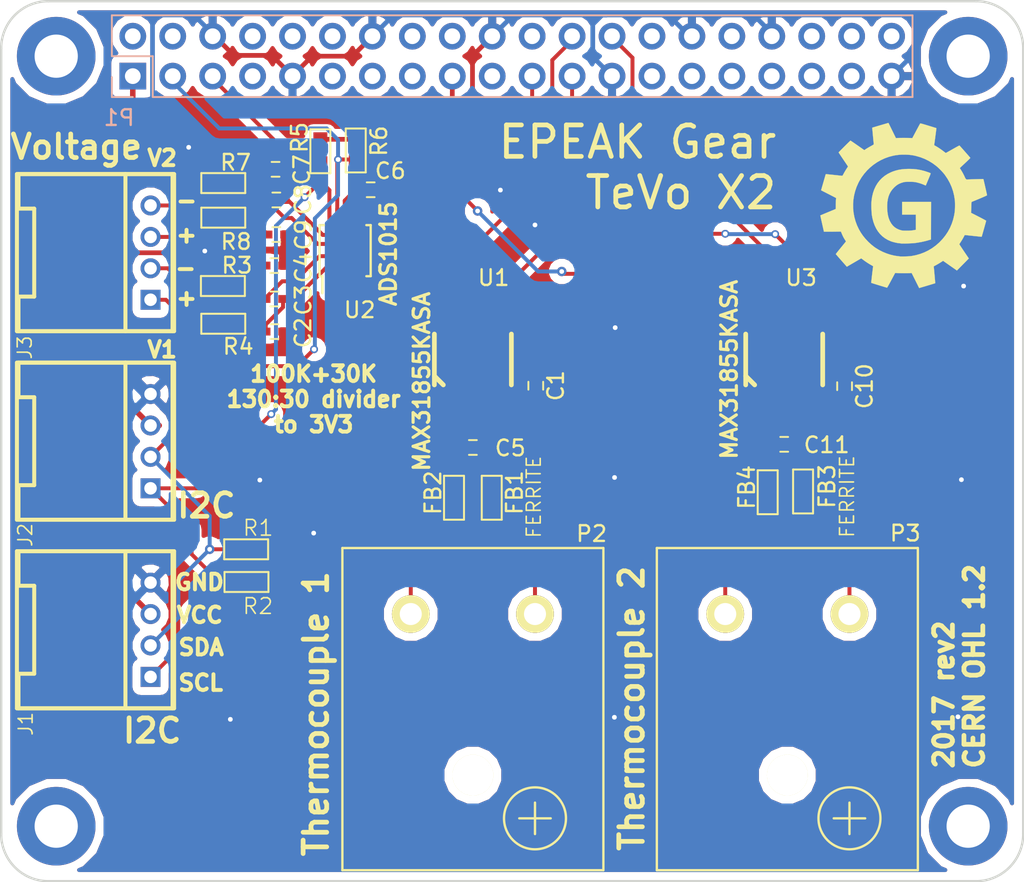
<source format=kicad_pcb>
(kicad_pcb (version 4) (host pcbnew 4.0.6)

  (general
    (links 80)
    (no_connects 1)
    (area 88.299999 98.466666 176.700001 157.375)
    (thickness 1.6)
    (drawings 27)
    (tracks 369)
    (zones 0)
    (modules 37)
    (nets 47)
  )

  (page A4)
  (title_block
    (title "Overclocking Telemetry HAT for Raspberry Pi 3")
    (date 2017-05-19)
    (rev 2)
    (company Moonpunch.org)
    (comment 1 "CERN OHL 1.2")
  )

  (layers
    (0 F.Cu signal)
    (31 B.Cu signal hide)
    (32 B.Adhes user)
    (33 F.Adhes user)
    (34 B.Paste user)
    (35 F.Paste user)
    (36 B.SilkS user)
    (37 F.SilkS user)
    (38 B.Mask user)
    (39 F.Mask user)
    (40 Dwgs.User user)
    (41 Cmts.User user)
    (42 Eco1.User user)
    (43 Eco2.User user)
    (44 Edge.Cuts user)
    (45 Margin user)
    (46 B.CrtYd user)
    (47 F.CrtYd user)
    (48 B.Fab user)
    (49 F.Fab user hide)
  )

  (setup
    (last_trace_width 0.25)
    (trace_clearance 0.2)
    (zone_clearance 0.508)
    (zone_45_only yes)
    (trace_min 0.2)
    (segment_width 0.2)
    (edge_width 0.15)
    (via_size 0.5)
    (via_drill 0.3)
    (via_min_size 0.4)
    (via_min_drill 0.3)
    (uvia_size 0.3)
    (uvia_drill 0.1)
    (uvias_allowed no)
    (uvia_min_size 0.2)
    (uvia_min_drill 0.1)
    (pcb_text_width 0.3)
    (pcb_text_size 1.5 1.5)
    (mod_edge_width 0.15)
    (mod_text_size 1 1)
    (mod_text_width 0.15)
    (pad_size 5 5)
    (pad_drill 2.75)
    (pad_to_mask_clearance 0.2)
    (aux_axis_origin 0 0)
    (visible_elements FFFEFF7F)
    (pcbplotparams
      (layerselection 0x010f0_80000001)
      (usegerberextensions true)
      (excludeedgelayer true)
      (linewidth 0.100000)
      (plotframeref false)
      (viasonmask false)
      (mode 1)
      (useauxorigin false)
      (hpglpennumber 1)
      (hpglpenspeed 20)
      (hpglpendiameter 15)
      (hpglpenoverlay 2)
      (psnegative false)
      (psa4output false)
      (plotreference true)
      (plotvalue true)
      (plotinvisibletext false)
      (padsonsilk false)
      (subtractmaskfromsilk false)
      (outputformat 1)
      (mirror false)
      (drillshape 0)
      (scaleselection 1)
      (outputdirectory gerbers/))
  )

  (net 0 "")
  (net 1 +3V3)
  (net 2 GND)
  (net 3 "Net-(C2-Pad2)")
  (net 4 "Net-(C3-Pad2)")
  (net 5 "Net-(C5-Pad1)")
  (net 6 "Net-(C5-Pad2)")
  (net 7 "Net-(C7-Pad2)")
  (net 8 "Net-(C8-Pad2)")
  (net 9 "Net-(C11-Pad1)")
  (net 10 "Net-(C11-Pad2)")
  (net 11 "Net-(FB1-Pad1)")
  (net 12 "Net-(FB2-Pad1)")
  (net 13 "Net-(FB3-Pad1)")
  (net 14 "Net-(FB4-Pad1)")
  (net 15 /5V)
  (net 16 /SDA1_GPIO02)
  (net 17 /SCL1_GPIO03)
  (net 18 /GPIO04)
  (net 19 /TXD0_GPIO14)
  (net 20 /RXD0_GPIO15)
  (net 21 /GPIO17)
  (net 22 /GPIO18)
  (net 23 /GPIO27)
  (net 24 /GPIO22)
  (net 25 /GPIO23)
  (net 26 /GPIO24)
  (net 27 /SPI_MOSI_GPIO10)
  (net 28 /SPI_MISO_GPIO09)
  (net 29 /GPIO25)
  (net 30 /SPI_CLK_GPIO11)
  (net 31 /SPI_CE0_GPIO08)
  (net 32 /SPI_CE1_GPIO07)
  (net 33 /ID_SD)
  (net 34 /ID_SC)
  (net 35 /GPIO05)
  (net 36 /GPIO06)
  (net 37 /GPIO12)
  (net 38 /GPIO13)
  (net 39 /GPIO19)
  (net 40 /GPIO16)
  (net 41 /GPIO26)
  (net 42 /GPIO20)
  (net 43 /GPIO21)
  (net 44 "Net-(J3-Pad1)")
  (net 45 "Net-(J3-Pad3)")
  (net 46 "Net-(P1-Pad4)")

  (net_class Default "This is the default net class."
    (clearance 0.2)
    (trace_width 0.25)
    (via_dia 0.5)
    (via_drill 0.3)
    (uvia_dia 0.3)
    (uvia_drill 0.1)
    (add_net /5V)
    (add_net /GPIO04)
    (add_net /GPIO05)
    (add_net /GPIO06)
    (add_net /GPIO12)
    (add_net /GPIO13)
    (add_net /GPIO16)
    (add_net /GPIO17)
    (add_net /GPIO18)
    (add_net /GPIO19)
    (add_net /GPIO20)
    (add_net /GPIO21)
    (add_net /GPIO22)
    (add_net /GPIO23)
    (add_net /GPIO24)
    (add_net /GPIO25)
    (add_net /GPIO26)
    (add_net /GPIO27)
    (add_net /ID_SC)
    (add_net /ID_SD)
    (add_net /RXD0_GPIO15)
    (add_net /SCL1_GPIO03)
    (add_net /SDA1_GPIO02)
    (add_net /SPI_CE0_GPIO08)
    (add_net /SPI_CE1_GPIO07)
    (add_net /SPI_CLK_GPIO11)
    (add_net /SPI_MISO_GPIO09)
    (add_net /SPI_MOSI_GPIO10)
    (add_net /TXD0_GPIO14)
    (add_net "Net-(C11-Pad1)")
    (add_net "Net-(C11-Pad2)")
    (add_net "Net-(C2-Pad2)")
    (add_net "Net-(C3-Pad2)")
    (add_net "Net-(C5-Pad1)")
    (add_net "Net-(C5-Pad2)")
    (add_net "Net-(C7-Pad2)")
    (add_net "Net-(C8-Pad2)")
    (add_net "Net-(FB1-Pad1)")
    (add_net "Net-(FB2-Pad1)")
    (add_net "Net-(FB3-Pad1)")
    (add_net "Net-(FB4-Pad1)")
    (add_net "Net-(J3-Pad1)")
    (add_net "Net-(J3-Pad3)")
    (add_net "Net-(P1-Pad4)")
  )

  (net_class Power ""
    (clearance 0.2)
    (trace_width 0.3)
    (via_dia 0.5)
    (via_drill 0.3)
    (uvia_dia 0.3)
    (uvia_drill 0.1)
    (add_net +3V3)
    (add_net GND)
  )

  (module SeeedOPL-Inductor-2016:L0603 (layer F.Cu) (tedit 58EBF2BD) (tstamp 58E5BBC4)
    (at 131.2 131.6 90)
    (path /584D6990)
    (attr smd)
    (fp_text reference FB1 (at 0.325 1.45 90) (layer F.SilkS)
      (effects (font (size 1 1) (thickness 0.15)))
    )
    (fp_text value FERRITE (at 0.05 2.675 90) (layer F.SilkS)
      (effects (font (size 0.889 0.889) (thickness 0.1016)))
    )
    (fp_line (start -1.397 -0.635) (end 1.397 -0.635) (layer F.SilkS) (width 0.127))
    (fp_line (start 1.397 -0.635) (end 1.397 0.635) (layer F.SilkS) (width 0.127))
    (fp_line (start 1.397 0.635) (end -1.397 0.635) (layer F.SilkS) (width 0.127))
    (fp_line (start -1.397 0.635) (end -1.397 -0.635) (layer F.SilkS) (width 0.127))
    (pad 1 smd rect (at -0.762 0 90) (size 0.889 0.889) (layers F.Cu F.Paste F.Mask)
      (net 11 "Net-(FB1-Pad1)"))
    (pad 2 smd rect (at 0.762 0 90) (size 0.889 0.889) (layers F.Cu F.Paste F.Mask)
      (net 5 "Net-(C5-Pad1)"))
  )

  (module Pin_Headers:Pin_Header_Straight_1x01_Pitch2.54mm (layer F.Cu) (tedit 58E6DE77) (tstamp 586AE3C6)
    (at 103.5 152.5)
    (descr Drilled_hole)
    (fp_text reference REF** (at 0 -2.39) (layer F.SilkS) hide
      (effects (font (size 1 1) (thickness 0.15)))
    )
    (fp_text value Pin_Header_Straight_1x01_Pitch2.54mm (at 0 2.39) (layer F.Fab) hide
      (effects (font (size 1 1) (thickness 0.15)))
    )
    (pad "" thru_hole circle (at 0 0) (size 5 5) (drill 2.75) (layers *.Cu *.Mask))
  )

  (module Pin_Headers:Pin_Header_Straight_1x01_Pitch2.54mm (layer F.Cu) (tedit 58E6DFE0) (tstamp 586AE3C0)
    (at 161.5 152.5)
    (descr Drilled_hole)
    (fp_text reference REF** (at 0 -2.39) (layer F.SilkS) hide
      (effects (font (size 1 1) (thickness 0.15)))
    )
    (fp_text value Pin_Header_Straight_1x01_Pitch2.54mm (at 0 2.39) (layer F.Fab) hide
      (effects (font (size 1 1) (thickness 0.15)))
    )
    (pad "" thru_hole circle (at 0 0) (size 5 5) (drill 2.75) (layers *.Cu *.Mask))
  )

  (module Pin_Headers:Pin_Header_Straight_1x01_Pitch2.54mm (layer F.Cu) (tedit 58E6DE88) (tstamp 586AE3B9)
    (at 161.5 103.5)
    (descr Drilled_hole)
    (fp_text reference REF** (at 0 -2.39) (layer F.SilkS) hide
      (effects (font (size 1 1) (thickness 0.15)))
    )
    (fp_text value Pin_Header_Straight_1x01_Pitch2.54mm (at 0 2.39) (layer F.Fab) hide
      (effects (font (size 1 1) (thickness 0.15)))
    )
    (pad "" thru_hole circle (at 0 0) (size 5 5) (drill 2.75) (layers *.Cu *.Mask))
  )

  (module Pin_Headers:Pin_Header_Straight_1x01_Pitch2.54mm (layer F.Cu) (tedit 58E6DE8C) (tstamp 586AE33F)
    (at 103.5 103.5)
    (descr Drilled_hole)
    (fp_text reference REF** (at 0 -2.39) (layer F.SilkS) hide
      (effects (font (size 1 1) (thickness 0.15)))
    )
    (fp_text value Pin_Header_Straight_1x01_Pitch2.54mm (at 0 2.39) (layer F.Fab) hide
      (effects (font (size 1 1) (thickness 0.15)))
    )
    (pad "" thru_hole circle (at 0 0) (size 5 5) (drill 2.75) (layers *.Cu *.Mask))
  )

  (module hat-parts:epeak_logo (layer F.Cu) (tedit 0) (tstamp 586ADA45)
    (at 157.4 113)
    (fp_text reference G*** (at 0 0) (layer F.SilkS) hide
      (effects (font (thickness 0.3)))
    )
    (fp_text value LOGO (at 0.75 0) (layer F.SilkS) hide
      (effects (font (thickness 0.3)))
    )
    (fp_poly (pts (xy -0.96355 -5.242054) (xy -0.947686 -5.210103) (xy -0.922988 -5.160059) (xy -0.890618 -5.094287)
      (xy -0.851738 -5.015149) (xy -0.807511 -4.925008) (xy -0.759099 -4.826228) (xy -0.730976 -4.768798)
      (xy -0.49474 -4.28625) (xy -0.415645 -4.2926) (xy -0.380832 -4.294366) (xy -0.325175 -4.295943)
      (xy -0.253228 -4.29726) (xy -0.169546 -4.298244) (xy -0.078685 -4.298824) (xy -0.0127 -4.29895)
      (xy 0.083412 -4.298692) (xy 0.178254 -4.297966) (xy 0.266608 -4.296849) (xy 0.343256 -4.295414)
      (xy 0.40298 -4.293737) (xy 0.429371 -4.2926) (xy 0.547592 -4.28625) (xy 0.793147 -4.747817)
      (xy 0.846441 -4.847734) (xy 0.896353 -4.940814) (xy 0.94156 -5.024626) (xy 0.980742 -5.096743)
      (xy 1.012574 -5.154736) (xy 1.035737 -5.196176) (xy 1.048907 -5.218634) (xy 1.051164 -5.221845)
      (xy 1.066873 -5.221562) (xy 1.106233 -5.213308) (xy 1.16882 -5.197203) (xy 1.254207 -5.173362)
      (xy 1.361967 -5.141903) (xy 1.491675 -5.102943) (xy 1.570038 -5.079028) (xy 1.678387 -5.045789)
      (xy 1.778913 -5.014917) (xy 1.869081 -4.987192) (xy 1.946359 -4.963396) (xy 2.008215 -4.944309)
      (xy 2.052115 -4.930709) (xy 2.075526 -4.923379) (xy 2.078757 -4.922309) (xy 2.078151 -4.909599)
      (xy 2.074513 -4.874887) (xy 2.068258 -4.821337) (xy 2.059801 -4.75211) (xy 2.049558 -4.67037)
      (xy 2.037944 -4.579281) (xy 2.025374 -4.482005) (xy 2.012264 -4.381704) (xy 1.99903 -4.281543)
      (xy 1.986086 -4.184684) (xy 1.973847 -4.09429) (xy 1.96273 -4.013524) (xy 1.953148 -3.94555)
      (xy 1.945519 -3.893529) (xy 1.940257 -3.860626) (xy 1.937962 -3.850063) (xy 1.943074 -3.836573)
      (xy 1.967041 -3.818107) (xy 1.983926 -3.808694) (xy 2.078431 -3.756718) (xy 2.186568 -3.690497)
      (xy 2.30352 -3.613242) (xy 2.424468 -3.528166) (xy 2.544593 -3.43848) (xy 2.576649 -3.413587)
      (xy 2.618176 -3.381667) (xy 2.652076 -3.356756) (xy 2.673534 -3.342335) (xy 2.678249 -3.340135)
      (xy 2.690661 -3.346213) (xy 2.722691 -3.363523) (xy 2.771897 -3.390702) (xy 2.835838 -3.426386)
      (xy 2.912075 -3.469213) (xy 2.998167 -3.51782) (xy 3.091673 -3.570843) (xy 3.109906 -3.581207)
      (xy 3.204584 -3.634735) (xy 3.292438 -3.683799) (xy 3.371012 -3.727076) (xy 3.437853 -3.76324)
      (xy 3.490507 -3.790965) (xy 3.526517 -3.808927) (xy 3.543431 -3.8158) (xy 3.544282 -3.815743)
      (xy 3.555881 -3.804352) (xy 3.581897 -3.776359) (xy 3.62014 -3.734249) (xy 3.668421 -3.680506)
      (xy 3.724549 -3.617615) (xy 3.786333 -3.54806) (xy 3.851583 -3.474327) (xy 3.918108 -3.3989)
      (xy 3.983719 -3.324264) (xy 4.046225 -3.252903) (xy 4.103435 -3.187303) (xy 4.15316 -3.129947)
      (xy 4.193208 -3.083321) (xy 4.22139 -3.049909) (xy 4.235514 -3.032196) (xy 4.236692 -3.030293)
      (xy 4.229335 -3.017392) (xy 4.204789 -2.989136) (xy 4.164705 -2.947202) (xy 4.110739 -2.893267)
      (xy 4.044543 -2.829008) (xy 3.967772 -2.7561) (xy 3.947136 -2.736733) (xy 3.872754 -2.667058)
      (xy 3.802543 -2.601241) (xy 3.739136 -2.541755) (xy 3.685166 -2.491072) (xy 3.643267 -2.451665)
      (xy 3.616072 -2.426005) (xy 3.609238 -2.419512) (xy 3.567227 -2.379354) (xy 3.65522 -2.240602)
      (xy 3.719902 -2.133168) (xy 3.784229 -2.016472) (xy 3.843323 -1.899801) (xy 3.892302 -1.792437)
      (xy 3.898354 -1.778) (xy 3.920175 -1.734506) (xy 3.945415 -1.697279) (xy 3.960928 -1.681051)
      (xy 3.994604 -1.653951) (xy 4.527777 -1.669785) (xy 4.641683 -1.672983) (xy 4.747612 -1.675601)
      (xy 4.842893 -1.677601) (xy 4.924856 -1.678941) (xy 4.99083 -1.679582) (xy 5.038144 -1.679485)
      (xy 5.064128 -1.678609) (xy 5.068322 -1.677834) (xy 5.072303 -1.66453) (xy 5.081047 -1.629604)
      (xy 5.093833 -1.576239) (xy 5.109942 -1.507615) (xy 5.128653 -1.426912) (xy 5.149244 -1.337312)
      (xy 5.170997 -1.241993) (xy 5.193189 -1.144139) (xy 5.215101 -1.046928) (xy 5.236013 -0.953541)
      (xy 5.255202 -0.86716) (xy 5.27195 -0.790964) (xy 5.285535 -0.728134) (xy 5.295237 -0.681852)
      (xy 5.300336 -0.655296) (xy 5.30091 -0.651133) (xy 5.289651 -0.641791) (xy 5.255842 -0.62365)
      (xy 5.20057 -0.597206) (xy 5.124922 -0.562954) (xy 5.029986 -0.521392) (xy 4.91685 -0.473014)
      (xy 4.83235 -0.43743) (xy 4.728764 -0.394145) (xy 4.631764 -0.353813) (xy 4.544016 -0.317524)
      (xy 4.468182 -0.286374) (xy 4.406927 -0.261453) (xy 4.362915 -0.243856) (xy 4.338811 -0.234676)
      (xy 4.335766 -0.233702) (xy 4.327397 -0.230641) (xy 4.320873 -0.224295) (xy 4.315854 -0.211617)
      (xy 4.311998 -0.189561) (xy 4.308966 -0.155079) (xy 4.306416 -0.105126) (xy 4.304008 -0.036653)
      (xy 4.301402 0.053384) (xy 4.300662 0.080276) (xy 4.298017 0.168239) (xy 4.295133 0.249587)
      (xy 4.29219 0.320268) (xy 4.289365 0.376232) (xy 4.286836 0.413426) (xy 4.285466 0.42545)
      (xy 4.278692 0.46355) (xy 4.761896 0.710783) (xy 4.864113 0.763457) (xy 4.958963 0.81306)
      (xy 5.044121 0.85832) (xy 5.11726 0.897969) (xy 5.176055 0.930736) (xy 5.218179 0.955352)
      (xy 5.241306 0.970547) (xy 5.245099 0.974558) (xy 5.241767 0.98902) (xy 5.232358 1.02469)
      (xy 5.217761 1.078422) (xy 5.19886 1.14707) (xy 5.176541 1.227489) (xy 5.151691 1.316534)
      (xy 5.125196 1.411058) (xy 5.097941 1.507917) (xy 5.070813 1.603964) (xy 5.044697 1.696055)
      (xy 5.02048 1.781043) (xy 4.999047 1.855784) (xy 4.981285 1.917131) (xy 4.968079 1.96194)
      (xy 4.960315 1.987064) (xy 4.958719 1.991311) (xy 4.945951 1.990784) (xy 4.910544 1.987741)
      (xy 4.85511 1.982444) (xy 4.782256 1.975157) (xy 4.694592 1.966144) (xy 4.594728 1.955667)
      (xy 4.485272 1.94399) (xy 4.419464 1.936885) (xy 4.305678 1.924636) (xy 4.199973 1.913432)
      (xy 4.104962 1.903536) (xy 4.023257 1.895212) (xy 3.957471 1.888725) (xy 3.910217 1.884339)
      (xy 3.884109 1.882317) (xy 3.879689 1.882323) (xy 3.87284 1.894637) (xy 3.85786 1.92355)
      (xy 3.837929 1.962922) (xy 3.837 1.964773) (xy 3.795435 2.043362) (xy 3.743904 2.134158)
      (xy 3.687345 2.228801) (xy 3.630697 2.318932) (xy 3.60261 2.361588) (xy 3.574351 2.405124)
      (xy 3.552627 2.441354) (xy 3.540689 2.464729) (xy 3.539374 2.469538) (xy 3.546344 2.482576)
      (xy 3.566134 2.514359) (xy 3.597266 2.56264) (xy 3.638261 2.62517) (xy 3.687641 2.699702)
      (xy 3.743927 2.783987) (xy 3.805641 2.875777) (xy 3.840143 2.926847) (xy 4.140605 3.370844)
      (xy 4.048327 3.466495) (xy 4.015831 3.499926) (xy 3.968574 3.548193) (xy 3.909691 3.608112)
      (xy 3.84232 3.676496) (xy 3.769597 3.750159) (xy 3.694657 3.825915) (xy 3.6703 3.850504)
      (xy 3.38455 4.138862) (xy 3.048 3.903771) (xy 2.960518 3.842614) (xy 2.874686 3.782523)
      (xy 2.794074 3.726003) (xy 2.722251 3.675559) (xy 2.662786 3.633696) (xy 2.619249 3.602921)
      (xy 2.607777 3.594765) (xy 2.504105 3.520849) (xy 2.429977 3.570857) (xy 2.364988 3.613189)
      (xy 2.287186 3.661527) (xy 2.203552 3.711737) (xy 2.121065 3.759685) (xy 2.046707 3.801237)
      (xy 1.994451 3.828772) (xy 1.949004 3.852698) (xy 1.92263 3.870148) (xy 1.911124 3.884811)
      (xy 1.910284 3.900379) (xy 1.910666 3.902324) (xy 1.913847 3.924352) (xy 1.918714 3.9672)
      (xy 1.92498 4.027633) (xy 1.932354 4.102413) (xy 1.940549 4.188305) (xy 1.949275 4.28207)
      (xy 1.958244 4.380473) (xy 1.967167 4.480277) (xy 1.975756 4.578244) (xy 1.983722 4.671137)
      (xy 1.990775 4.755721) (xy 1.996628 4.828758) (xy 2.000991 4.887012) (xy 2.003577 4.927245)
      (xy 2.004095 4.946221) (xy 2.003875 4.947257) (xy 1.990918 4.951954) (xy 1.956311 4.963039)
      (xy 1.902759 4.979698) (xy 1.832967 5.001111) (xy 1.749641 5.026464) (xy 1.655487 5.054939)
      (xy 1.55321 5.085719) (xy 1.445516 5.117988) (xy 1.33511 5.150928) (xy 1.224699 5.183723)
      (xy 1.116987 5.215556) (xy 1.046925 5.23616) (xy 0.982601 5.255034) (xy 0.742567 4.774434)
      (xy 0.502534 4.293835) (xy 0.444942 4.302742) (xy 0.412414 4.30562) (xy 0.358627 4.307911)
      (xy 0.287715 4.309623) (xy 0.203812 4.31076) (xy 0.111051 4.311331) (xy 0.013567 4.311343)
      (xy -0.084505 4.310801) (xy -0.179034 4.309713) (xy -0.265884 4.308085) (xy -0.340921 4.305925)
      (xy -0.400011 4.303238) (xy -0.426733 4.301319) (xy -0.542316 4.290989) (xy -0.793151 4.761694)
      (xy -0.846991 4.862093) (xy -0.897555 4.955161) (xy -0.943532 5.038575) (xy -0.98361 5.110011)
      (xy -1.016478 5.167145) (xy -1.040826 5.207654) (xy -1.055342 5.229213) (xy -1.058568 5.232163)
      (xy -1.0743 5.228495) (xy -1.11091 5.218267) (xy -1.16527 5.202439) (xy -1.234249 5.181971)
      (xy -1.314717 5.157822) (xy -1.403543 5.130951) (xy -1.497598 5.102318) (xy -1.593752 5.072882)
      (xy -1.688874 5.043603) (xy -1.779834 5.015439) (xy -1.863503 4.98935) (xy -1.936749 4.966296)
      (xy -1.996444 4.947236) (xy -2.039456 4.93313) (xy -2.062657 4.924936) (xy -2.065788 4.923446)
      (xy -2.065656 4.910014) (xy -2.062774 4.874622) (xy -2.057516 4.820518) (xy -2.050258 4.750947)
      (xy -2.041376 4.669157) (xy -2.031246 4.578395) (xy -2.020242 4.481907) (xy -2.00874 4.382941)
      (xy -1.997117 4.284744) (xy -1.985748 4.190562) (xy -1.975007 4.103642) (xy -1.965272 4.027231)
      (xy -1.956917 3.964576) (xy -1.950318 3.918925) (xy -1.947812 3.903588) (xy -1.945589 3.884074)
      (xy -1.949696 3.868997) (xy -1.964153 3.854269) (xy -1.992978 3.835799) (xy -2.040192 3.809498)
      (xy -2.040396 3.809387) (xy -2.173679 3.732385) (xy -2.314766 3.643549) (xy -2.453786 3.549285)
      (xy -2.557919 3.473489) (xy -2.70177 3.3649) (xy -3.11936 3.607652) (xy -3.214666 3.663086)
      (xy -3.304402 3.715341) (xy -3.385876 3.762844) (xy -3.456396 3.804023) (xy -3.513268 3.837304)
      (xy -3.553801 3.861117) (xy -3.575302 3.873889) (xy -3.576204 3.874439) (xy -3.615458 3.898473)
      (xy -3.965634 3.501811) (xy -4.040741 3.416554) (xy -4.110469 3.337057) (xy -4.173048 3.265364)
      (xy -4.226709 3.203517) (xy -4.269682 3.15356) (xy -4.300198 3.117535) (xy -4.316488 3.097484)
      (xy -4.318737 3.094125) (xy -4.311592 3.08222) (xy -4.289968 3.052854) (xy -4.255552 3.008161)
      (xy -4.210025 2.950276) (xy -4.155071 2.881334) (xy -4.092375 2.803468) (xy -4.02362 2.718813)
      (xy -3.995987 2.684981) (xy -3.670308 2.286861) (xy -3.738591 2.181655) (xy -3.782724 2.111654)
      (xy -3.820397 2.046641) (xy -3.855238 1.97959) (xy -3.890873 1.903472) (xy -3.930931 1.811259)
      (xy -3.936077 1.799089) (xy -3.99415 1.661428) (xy -4.26085 1.665598) (xy -4.364118 1.666981)
      (xy -4.482322 1.668187) (xy -4.605 1.669132) (xy -4.721689 1.669733) (xy -4.8006 1.669909)
      (xy -5.07365 1.67005) (xy -5.189485 1.1557) (xy -5.214243 1.045238) (xy -5.237018 0.942595)
      (xy -5.257247 0.850387) (xy -5.274367 0.77123) (xy -5.287813 0.707743) (xy -5.297024 0.66254)
      (xy -5.301434 0.638239) (xy -5.301682 0.634771) (xy -5.289549 0.628654) (xy -5.256397 0.6139)
      (xy -5.204686 0.591554) (xy -5.136879 0.562665) (xy -5.055436 0.528277) (xy -4.962821 0.489436)
      (xy -4.861494 0.44719) (xy -4.809762 0.425709) (xy -4.321481 0.223226) (xy -4.319537 -0.024912)
      (xy -4.318595 -0.094299) (xy -3.218836 -0.094299) (xy -3.215776 0.182102) (xy -3.189452 0.457116)
      (xy -3.139948 0.729074) (xy -3.067344 0.996308) (xy -2.971724 1.25715) (xy -2.853169 1.509931)
      (xy -2.726008 1.730625) (xy -2.588022 1.929972) (xy -2.429686 2.12471) (xy -2.255496 2.310214)
      (xy -2.069947 2.48186) (xy -1.877537 2.635022) (xy -1.781068 2.702622) (xy -1.562019 2.836108)
      (xy -1.329679 2.953368) (xy -1.088387 3.052784) (xy -0.84248 3.132739) (xy -0.596296 3.191613)
      (xy -0.381 3.22491) (xy -0.323595 3.23149) (xy -0.27167 3.237634) (xy -0.23325 3.242385)
      (xy -0.22225 3.243849) (xy -0.186059 3.246442) (xy -0.129381 3.247508) (xy -0.057072 3.247207)
      (xy 0.02601 3.245702) (xy 0.115009 3.243152) (xy 0.205067 3.239718) (xy 0.291328 3.235561)
      (xy 0.368935 3.230842) (xy 0.433031 3.225721) (xy 0.47625 3.22074) (xy 0.763711 3.165755)
      (xy 1.040866 3.087789) (xy 1.307094 2.987144) (xy 1.561773 2.864125) (xy 1.804284 2.719036)
      (xy 2.034003 2.552178) (xy 2.250311 2.363857) (xy 2.271798 2.343259) (xy 2.473428 2.131292)
      (xy 2.652867 1.907006) (xy 2.809956 1.670716) (xy 2.944537 1.422737) (xy 3.056454 1.163384)
      (xy 3.145548 0.892972) (xy 3.211662 0.611818) (xy 3.246122 0.3937) (xy 3.253738 0.314072)
      (xy 3.25931 0.216274) (xy 3.262784 0.107078) (xy 3.264109 -0.006745) (xy 3.263234 -0.118423)
      (xy 3.260107 -0.221187) (xy 3.254675 -0.308263) (xy 3.25171 -0.338393) (xy 3.206766 -0.627739)
      (xy 3.1386 -0.906822) (xy 3.047102 -1.175914) (xy 2.93216 -1.435286) (xy 2.793665 -1.685211)
      (xy 2.631507 -1.925959) (xy 2.580192 -1.9939) (xy 2.517236 -2.070394) (xy 2.439741 -2.157005)
      (xy 2.353164 -2.248189) (xy 2.262961 -2.338399) (xy 2.174587 -2.422089) (xy 2.0935 -2.493713)
      (xy 2.066817 -2.515739) (xy 1.833634 -2.688028) (xy 1.590026 -2.83716) (xy 1.335887 -2.963187)
      (xy 1.07111 -3.066162) (xy 0.79559 -3.146136) (xy 0.78105 -3.149647) (xy 0.651047 -3.178565)
      (xy 0.530064 -3.200381) (xy 0.409951 -3.21612) (xy 0.282555 -3.226811) (xy 0.139727 -3.233479)
      (xy 0.10795 -3.234438) (xy -0.09894 -3.235018) (xy -0.292317 -3.224123) (xy -0.481731 -3.200929)
      (xy -0.661736 -3.167797) (xy -0.931308 -3.098165) (xy -1.192823 -3.005127) (xy -1.444851 -2.889796)
      (xy -1.685962 -2.753286) (xy -1.914724 -2.596711) (xy -2.129708 -2.421184) (xy -2.329482 -2.22782)
      (xy -2.512618 -2.017732) (xy -2.677684 -1.792034) (xy -2.823249 -1.55184) (xy -2.882307 -1.438725)
      (xy -2.996798 -1.180411) (xy -3.087614 -0.915143) (xy -3.154837 -0.64459) (xy -3.198551 -0.370419)
      (xy -3.218836 -0.094299) (xy -4.318595 -0.094299) (xy -4.318383 -0.109846) (xy -4.316369 -0.193515)
      (xy -4.313709 -0.269735) (xy -4.310614 -0.332324) (xy -4.307622 -0.371988) (xy -4.29765 -0.470926)
      (xy -4.3618 -0.506917) (xy -4.387938 -0.521005) (xy -4.433671 -0.545022) (xy -4.495951 -0.577393)
      (xy -4.571726 -0.616541) (xy -4.65795 -0.660893) (xy -4.751571 -0.70887) (xy -4.840377 -0.754227)
      (xy -5.254804 -0.965545) (xy -5.108083 -1.476548) (xy -5.076644 -1.585832) (xy -5.047314 -1.687369)
      (xy -5.020844 -1.778596) (xy -4.997981 -1.85695) (xy -4.979475 -1.919871) (xy -4.966075 -1.964796)
      (xy -4.958529 -1.989162) (xy -4.957178 -1.992845) (xy -4.944064 -1.992691) (xy -4.908405 -1.990023)
      (xy -4.852901 -1.985099) (xy -4.780257 -1.97818) (xy -4.693173 -1.969524) (xy -4.594354 -1.959393)
      (xy -4.486499 -1.948044) (xy -4.448172 -1.943946) (xy -4.336911 -1.932018) (xy -4.232971 -1.920904)
      (xy -4.139194 -1.910906) (xy -4.058423 -1.902326) (xy -3.993501 -1.895466) (xy -3.947272 -1.890627)
      (xy -3.922577 -1.888112) (xy -3.919748 -1.887852) (xy -3.894367 -1.895352) (xy -3.885157 -1.905)
      (xy -3.875003 -1.923267) (xy -3.855613 -1.958687) (xy -3.829821 -2.006067) (xy -3.801983 -2.0574)
      (xy -3.764869 -2.123492) (xy -3.719662 -2.200307) (xy -3.672519 -2.277544) (xy -3.63592 -2.335226)
      (xy -3.542043 -2.479701) (xy -3.576342 -2.532076) (xy -3.591277 -2.554514) (xy -3.618627 -2.59523)
      (xy -3.656543 -2.651485) (xy -3.703174 -2.720541) (xy -3.756671 -2.799658) (xy -3.815186 -2.886098)
      (xy -3.875421 -2.974986) (xy -3.935373 -3.063662) (xy -3.990573 -3.145789) (xy -4.039444 -3.218987)
      (xy -4.080413 -3.280878) (xy -4.111906 -3.329081) (xy -4.132349 -3.361219) (xy -4.140167 -3.374913)
      (xy -4.1402 -3.375116) (xy -4.131514 -3.386166) (xy -4.106985 -3.412703) (xy -4.068911 -3.452434)
      (xy -4.019589 -3.503067) (xy -3.961317 -3.562308) (xy -3.896391 -3.627865) (xy -3.827109 -3.697444)
      (xy -3.755769 -3.768754) (xy -3.684666 -3.839502) (xy -3.6161 -3.907393) (xy -3.552365 -3.970137)
      (xy -3.495761 -4.025439) (xy -3.448584 -4.071007) (xy -3.413131 -4.104549) (xy -3.3917 -4.123771)
      (xy -3.386375 -4.1275) (xy -3.373937 -4.121328) (xy -3.344093 -4.102607) (xy -3.296394 -4.07103)
      (xy -3.230391 -4.02629) (xy -3.145635 -3.968081) (xy -3.041679 -3.896097) (xy -2.918074 -3.810029)
      (xy -2.774372 -3.709572) (xy -2.734321 -3.68152) (xy -2.503191 -3.51958) (xy -2.470964 -3.54493)
      (xy -2.437924 -3.568382) (xy -2.387327 -3.601161) (xy -2.323908 -3.640421) (xy -2.252404 -3.683318)
      (xy -2.177552 -3.727007) (xy -2.104088 -3.768645) (xy -2.041193 -3.803018) (xy -1.988713 -3.832198)
      (xy -1.945652 -3.85834) (xy -1.916367 -3.878642) (xy -1.905215 -3.890301) (xy -1.905207 -3.890498)
      (xy -1.906423 -3.905959) (xy -1.909812 -3.943965) (xy -1.915117 -4.001779) (xy -1.922084 -4.076662)
      (xy -1.930456 -4.165875) (xy -1.939979 -4.266682) (xy -1.950398 -4.376343) (xy -1.955113 -4.425786)
      (xy -1.965724 -4.5379) (xy -1.975385 -4.641903) (xy -1.983864 -4.735135) (xy -1.990925 -4.814931)
      (xy -1.996337 -4.878631) (xy -1.999864 -4.923573) (xy -2.001273 -4.947094) (xy -2.001153 -4.949981)
      (xy -1.988567 -4.954314) (xy -1.954756 -4.964808) (xy -1.902787 -4.980559) (xy -1.835726 -5.000667)
      (xy -1.756636 -5.024228) (xy -1.668585 -5.050342) (xy -1.574637 -5.078106) (xy -1.477859 -5.106618)
      (xy -1.381314 -5.134976) (xy -1.28807 -5.162279) (xy -1.201191 -5.187624) (xy -1.123743 -5.210109)
      (xy -1.058792 -5.228833) (xy -1.009403 -5.242893) (xy -0.978641 -5.251388) (xy -0.969418 -5.253551)
      (xy -0.96355 -5.242054)) (layer F.SilkS) (width 0.01))
    (fp_poly (pts (xy 0.608237 -2.31942) (xy 0.854769 -2.29447) (xy 1.095399 -2.251206) (xy 1.336681 -2.188471)
      (xy 1.564273 -2.112781) (xy 1.617884 -2.092502) (xy 1.663727 -2.0738) (xy 1.695698 -2.059239)
      (xy 1.706183 -2.053183) (xy 1.710408 -2.046442) (xy 1.710762 -2.033793) (xy 1.706412 -2.012877)
      (xy 1.696527 -1.981337) (xy 1.680274 -1.936814) (xy 1.656822 -1.87695) (xy 1.625339 -1.799389)
      (xy 1.584992 -1.70177) (xy 1.566565 -1.657489) (xy 1.52808 -1.565348) (xy 1.492644 -1.480922)
      (xy 1.46145 -1.407017) (xy 1.435689 -1.346439) (xy 1.416552 -1.301997) (xy 1.40523 -1.276495)
      (xy 1.40267 -1.271438) (xy 1.389638 -1.274059) (xy 1.359095 -1.285437) (xy 1.316484 -1.303458)
      (xy 1.293292 -1.313872) (xy 1.156946 -1.369634) (xy 1.005952 -1.419952) (xy 0.85098 -1.461424)
      (xy 0.785289 -1.475788) (xy 0.73247 -1.485844) (xy 0.683663 -1.493325) (xy 0.633618 -1.498591)
      (xy 0.577085 -1.502002) (xy 0.508814 -1.503918) (xy 0.423554 -1.504696) (xy 0.36195 -1.504767)
      (xy 0.266864 -1.504452) (xy 0.192628 -1.503424) (xy 0.134693 -1.501348) (xy 0.088511 -1.497892)
      (xy 0.049536 -1.49272) (xy 0.013218 -1.4855) (xy -0.022681 -1.476513) (xy -0.166464 -1.432053)
      (xy -0.291821 -1.378997) (xy -0.405248 -1.31366) (xy -0.513237 -1.232359) (xy -0.610635 -1.143)
      (xy -0.727954 -1.013613) (xy -0.826185 -0.875208) (xy -0.905899 -0.726095) (xy -0.967667 -0.564579)
      (xy -1.012059 -0.388967) (xy -1.039649 -0.197568) (xy -1.051006 0.011313) (xy -1.049911 0.15875)
      (xy -1.039862 0.348303) (xy -1.020884 0.517603) (xy -0.992194 0.670455) (xy -0.953006 0.810665)
      (xy -0.902536 0.94204) (xy -0.877078 0.99695) (xy -0.792796 1.145467) (xy -0.694901 1.272712)
      (xy -0.582645 1.379314) (xy -0.455278 1.4659) (xy -0.312053 1.5331) (xy -0.193343 1.571272)
      (xy -0.14679 1.583103) (xy -0.105359 1.591759) (xy -0.063569 1.597747) (xy -0.015941 1.601574)
      (xy 0.043005 1.603748) (xy 0.11875 1.604775) (xy 0.17145 1.605042) (xy 0.31725 1.603365)
      (xy 0.44517 1.596861) (xy 0.562372 1.584939) (xy 0.67602 1.567011) (xy 0.708025 1.560865)
      (xy 0.7747 1.547599) (xy 0.7747 0.5842) (xy -0.1016 0.5842) (xy -0.1016 -0.2286)
      (xy 1.740029 -0.2286) (xy 1.736789 0.967906) (xy 1.73355 2.164412) (xy 1.61925 2.20005)
      (xy 1.377748 2.267501) (xy 1.118271 2.325279) (xy 0.846801 2.372143) (xy 0.67945 2.394653)
      (xy 0.627026 2.399664) (xy 0.557011 2.40447) (xy 0.473686 2.408948) (xy 0.381334 2.412977)
      (xy 0.28424 2.416438) (xy 0.186685 2.419207) (xy 0.092953 2.421165) (xy 0.007327 2.42219)
      (xy -0.06591 2.422161) (xy -0.122475 2.420957) (xy -0.158085 2.418456) (xy -0.15875 2.418365)
      (xy -0.188179 2.414543) (xy -0.234827 2.408828) (xy -0.290677 2.402193) (xy -0.3175 2.399072)
      (xy -0.413151 2.38457) (xy -0.521773 2.362497) (xy -0.633502 2.335236) (xy -0.738476 2.305171)
      (xy -0.817811 2.278144) (xy -1.014589 2.191027) (xy -1.195027 2.084541) (xy -1.358981 1.958883)
      (xy -1.506312 1.814247) (xy -1.636877 1.65083) (xy -1.750535 1.468826) (xy -1.847144 1.268431)
      (xy -1.926564 1.049841) (xy -1.988651 0.81325) (xy -2.025982 0.6096) (xy -2.034992 0.533694)
      (xy -2.042561 0.438048) (xy -2.048567 0.328288) (xy -2.052892 0.21004) (xy -2.055415 0.088928)
      (xy -2.056017 -0.029422) (xy -2.054578 -0.139383) (xy -2.050978 -0.235331) (xy -2.045508 -0.307808)
      (xy -2.008245 -0.560851) (xy -1.951186 -0.798649) (xy -1.874577 -1.020863) (xy -1.778666 -1.227157)
      (xy -1.663702 -1.417191) (xy -1.529931 -1.590629) (xy -1.377601 -1.747133) (xy -1.20696 -1.886364)
      (xy -1.018255 -2.007985) (xy -0.811735 -2.111658) (xy -0.6858 -2.162718) (xy -0.512139 -2.220419)
      (xy -0.334065 -2.264957) (xy -0.147233 -2.297021) (xy 0.052699 -2.317302) (xy 0.270078 -2.326491)
      (xy 0.34925 -2.327212) (xy 0.608237 -2.31942)) (layer F.SilkS) (width 0.01))
  )

  (module SeeedOPL-Connector-2016:HW4-2.0-90D (layer F.Cu) (tedit 58E6E28C) (tstamp 58E5B61C)
    (at 109.5 140 90)
    (path /58E64457)
    (attr virtual)
    (fp_text reference J1 (at -5.99 -7.94 90) (layer F.SilkS)
      (effects (font (size 0.889 0.889) (thickness 0.1016)))
    )
    (fp_text value GROVE-CONNECTOR-DIP-90D_4P-2.0_ (at 0.762 -4.2545 90) (layer F.SilkS) hide
      (effects (font (size 0.889 0.889) (thickness 0.1016)))
    )
    (fp_line (start -4.99872 -0.99822) (end -4.99872 0.99822) (layer F.SilkS) (width 0.127))
    (fp_line (start -4.99872 -8.39978) (end -4.99872 -1.59766) (layer F.SilkS) (width 0.254))
    (fp_line (start -4.99872 -1.59766) (end -4.99872 1.4986) (layer F.SilkS) (width 0.254))
    (fp_line (start 4.99872 -1.59766) (end 4.99872 1.4986) (layer F.SilkS) (width 0.254))
    (fp_line (start 4.99872 -1.59766) (end 4.99872 -8.39978) (layer F.SilkS) (width 0.254))
    (fp_line (start -4.99872 1.4986) (end 4.99872 1.4986) (layer F.SilkS) (width 0.254))
    (fp_line (start -4.99872 -8.49884) (end 4.99872 -8.49884) (layer F.SilkS) (width 0.254))
    (fp_line (start 4.99872 -8.49884) (end 4.99872 1.39954) (layer F.SilkS) (width 0.254))
    (fp_line (start 4.99872 1.39954) (end -4.99872 1.39954) (layer F.SilkS) (width 0.254))
    (fp_line (start -4.99872 1.39954) (end -4.99872 -8.49884) (layer F.SilkS) (width 0.254))
    (fp_line (start -4.99872 -1.59766) (end 4.99872 -1.59766) (layer F.SilkS) (width 0.254))
    (fp_line (start -4.99872 -8.39978) (end -2.79908 -8.39978) (layer F.SilkS) (width 0.254))
    (fp_line (start -2.79908 -8.39978) (end -2.79908 -7.39902) (layer F.SilkS) (width 0.254))
    (fp_line (start -2.79908 -7.39902) (end 2.79908 -7.39902) (layer F.SilkS) (width 0.254))
    (fp_line (start 2.79908 -7.39902) (end 2.79908 -8.39978) (layer F.SilkS) (width 0.254))
    (fp_line (start 2.79908 -8.39978) (end 4.99872 -8.39978) (layer F.SilkS) (width 0.254))
    (pad 1 thru_hole rect (at -2.99974 0 90) (size 1.27 1.27) (drill 0.79756) (layers *.Cu *.Paste *.Mask)
      (net 17 /SCL1_GPIO03))
    (pad 2 thru_hole circle (at -0.99822 0 90) (size 1.27 1.27) (drill 0.79756) (layers *.Cu *.Paste *.Mask)
      (net 16 /SDA1_GPIO02))
    (pad 3 thru_hole circle (at 0.99822 0 90) (size 1.27 1.27) (drill 0.79756) (layers *.Cu *.Paste *.Mask)
      (net 1 +3V3))
    (pad 4 thru_hole circle (at 2.99974 0 90) (size 1.27 1.27) (drill 0.79756) (layers *.Cu *.Paste *.Mask)
      (net 2 GND))
  )

  (module SeeedOPL-Connector-2016:HW4-2.0-90D (layer F.Cu) (tedit 58E6E29B) (tstamp 58E5B634)
    (at 109.5 128 90)
    (path /58E647B7)
    (attr virtual)
    (fp_text reference J2 (at -5.97 -7.97 90) (layer F.SilkS)
      (effects (font (size 0.889 0.889) (thickness 0.1016)))
    )
    (fp_text value GROVE-CONNECTOR-DIP-90D_4P-2.0_ (at 0.762 -4.2545 90) (layer F.SilkS) hide
      (effects (font (size 0.889 0.889) (thickness 0.1016)))
    )
    (fp_line (start -4.99872 -0.99822) (end -4.99872 0.99822) (layer F.SilkS) (width 0.127))
    (fp_line (start -4.99872 -8.39978) (end -4.99872 -1.59766) (layer F.SilkS) (width 0.254))
    (fp_line (start -4.99872 -1.59766) (end -4.99872 1.4986) (layer F.SilkS) (width 0.254))
    (fp_line (start 4.99872 -1.59766) (end 4.99872 1.4986) (layer F.SilkS) (width 0.254))
    (fp_line (start 4.99872 -1.59766) (end 4.99872 -8.39978) (layer F.SilkS) (width 0.254))
    (fp_line (start -4.99872 1.4986) (end 4.99872 1.4986) (layer F.SilkS) (width 0.254))
    (fp_line (start -4.99872 -8.49884) (end 4.99872 -8.49884) (layer F.SilkS) (width 0.254))
    (fp_line (start 4.99872 -8.49884) (end 4.99872 1.39954) (layer F.SilkS) (width 0.254))
    (fp_line (start 4.99872 1.39954) (end -4.99872 1.39954) (layer F.SilkS) (width 0.254))
    (fp_line (start -4.99872 1.39954) (end -4.99872 -8.49884) (layer F.SilkS) (width 0.254))
    (fp_line (start -4.99872 -1.59766) (end 4.99872 -1.59766) (layer F.SilkS) (width 0.254))
    (fp_line (start -4.99872 -8.39978) (end -2.79908 -8.39978) (layer F.SilkS) (width 0.254))
    (fp_line (start -2.79908 -8.39978) (end -2.79908 -7.39902) (layer F.SilkS) (width 0.254))
    (fp_line (start -2.79908 -7.39902) (end 2.79908 -7.39902) (layer F.SilkS) (width 0.254))
    (fp_line (start 2.79908 -7.39902) (end 2.79908 -8.39978) (layer F.SilkS) (width 0.254))
    (fp_line (start 2.79908 -8.39978) (end 4.99872 -8.39978) (layer F.SilkS) (width 0.254))
    (pad 1 thru_hole rect (at -2.99974 0 90) (size 1.27 1.27) (drill 0.79756) (layers *.Cu *.Paste *.Mask)
      (net 17 /SCL1_GPIO03))
    (pad 2 thru_hole circle (at -0.99822 0 90) (size 1.27 1.27) (drill 0.79756) (layers *.Cu *.Paste *.Mask)
      (net 16 /SDA1_GPIO02))
    (pad 3 thru_hole circle (at 0.99822 0 90) (size 1.27 1.27) (drill 0.79756) (layers *.Cu *.Paste *.Mask)
      (net 1 +3V3))
    (pad 4 thru_hole circle (at 2.99974 0 90) (size 1.27 1.27) (drill 0.79756) (layers *.Cu *.Paste *.Mask)
      (net 2 GND))
  )

  (module SeeedOPL-Connector-2016:HW4-2.0-90D (layer F.Cu) (tedit 58E6E2A0) (tstamp 58E5B64C)
    (at 109.5 116 90)
    (path /58E6260C)
    (attr virtual)
    (fp_text reference J3 (at -6.04 -8 90) (layer F.SilkS)
      (effects (font (size 0.889 0.889) (thickness 0.1016)))
    )
    (fp_text value GROVE-CONNECTOR-DIP-90D_4P-2.0_ (at 0.762 -4.2545 90) (layer F.SilkS) hide
      (effects (font (size 0.889 0.889) (thickness 0.1016)))
    )
    (fp_line (start -4.99872 -0.99822) (end -4.99872 0.99822) (layer F.SilkS) (width 0.127))
    (fp_line (start -4.99872 -8.39978) (end -4.99872 -1.59766) (layer F.SilkS) (width 0.254))
    (fp_line (start -4.99872 -1.59766) (end -4.99872 1.4986) (layer F.SilkS) (width 0.254))
    (fp_line (start 4.99872 -1.59766) (end 4.99872 1.4986) (layer F.SilkS) (width 0.254))
    (fp_line (start 4.99872 -1.59766) (end 4.99872 -8.39978) (layer F.SilkS) (width 0.254))
    (fp_line (start -4.99872 1.4986) (end 4.99872 1.4986) (layer F.SilkS) (width 0.254))
    (fp_line (start -4.99872 -8.49884) (end 4.99872 -8.49884) (layer F.SilkS) (width 0.254))
    (fp_line (start 4.99872 -8.49884) (end 4.99872 1.39954) (layer F.SilkS) (width 0.254))
    (fp_line (start 4.99872 1.39954) (end -4.99872 1.39954) (layer F.SilkS) (width 0.254))
    (fp_line (start -4.99872 1.39954) (end -4.99872 -8.49884) (layer F.SilkS) (width 0.254))
    (fp_line (start -4.99872 -1.59766) (end 4.99872 -1.59766) (layer F.SilkS) (width 0.254))
    (fp_line (start -4.99872 -8.39978) (end -2.79908 -8.39978) (layer F.SilkS) (width 0.254))
    (fp_line (start -2.79908 -8.39978) (end -2.79908 -7.39902) (layer F.SilkS) (width 0.254))
    (fp_line (start -2.79908 -7.39902) (end 2.79908 -7.39902) (layer F.SilkS) (width 0.254))
    (fp_line (start 2.79908 -7.39902) (end 2.79908 -8.39978) (layer F.SilkS) (width 0.254))
    (fp_line (start 2.79908 -8.39978) (end 4.99872 -8.39978) (layer F.SilkS) (width 0.254))
    (pad 1 thru_hole rect (at -2.99974 0 90) (size 1.27 1.27) (drill 0.79756) (layers *.Cu *.Paste *.Mask)
      (net 44 "Net-(J3-Pad1)"))
    (pad 2 thru_hole circle (at -0.99822 0 90) (size 1.27 1.27) (drill 0.79756) (layers *.Cu *.Paste *.Mask)
      (net 4 "Net-(C3-Pad2)"))
    (pad 3 thru_hole circle (at 0.99822 0 90) (size 1.27 1.27) (drill 0.79756) (layers *.Cu *.Paste *.Mask)
      (net 45 "Net-(J3-Pad3)"))
    (pad 4 thru_hole circle (at 2.99974 0 90) (size 1.27 1.27) (drill 0.79756) (layers *.Cu *.Paste *.Mask)
      (net 7 "Net-(C7-Pad2)"))
  )

  (module Socket_Strips:Socket_Strip_Straight_2x20_Pitch2.54mm locked (layer B.Cu) (tedit 58EBF5D5) (tstamp 58E5B689)
    (at 108.37 104.77 270)
    (descr "Through hole straight socket strip, 2x20, 2.54mm pitch, double rows")
    (tags "Through hole socket strip THT 2x20 2.54mm double row")
    (path /584D4555)
    (fp_text reference P1 (at 2.65 0.87 360) (layer B.SilkS)
      (effects (font (size 1 1) (thickness 0.15)) (justify mirror))
    )
    (fp_text value CONN_02X20 (at -1.27 -50.59 270) (layer B.Fab)
      (effects (font (size 1 1) (thickness 0.15)) (justify mirror))
    )
    (fp_line (start -3.81 1.27) (end -3.81 -49.53) (layer B.Fab) (width 0.1))
    (fp_line (start -3.81 -49.53) (end 1.27 -49.53) (layer B.Fab) (width 0.1))
    (fp_line (start 1.27 -49.53) (end 1.27 1.27) (layer B.Fab) (width 0.1))
    (fp_line (start 1.27 1.27) (end -3.81 1.27) (layer B.Fab) (width 0.1))
    (fp_line (start 1.33 -1.27) (end 1.33 -49.59) (layer B.SilkS) (width 0.12))
    (fp_line (start 1.33 -49.59) (end -3.87 -49.59) (layer B.SilkS) (width 0.12))
    (fp_line (start -3.87 -49.59) (end -3.87 1.33) (layer B.SilkS) (width 0.12))
    (fp_line (start -3.87 1.33) (end -1.27 1.33) (layer B.SilkS) (width 0.12))
    (fp_line (start -1.27 1.33) (end -1.27 -1.27) (layer B.SilkS) (width 0.12))
    (fp_line (start -1.27 -1.27) (end 1.33 -1.27) (layer B.SilkS) (width 0.12))
    (fp_line (start 1.33 0) (end 1.33 1.33) (layer B.SilkS) (width 0.12))
    (fp_line (start 1.33 1.33) (end 0.06 1.33) (layer B.SilkS) (width 0.12))
    (fp_line (start -4.35 1.8) (end -4.35 -50.05) (layer B.CrtYd) (width 0.05))
    (fp_line (start -4.35 -50.05) (end 1.8 -50.05) (layer B.CrtYd) (width 0.05))
    (fp_line (start 1.8 -50.05) (end 1.8 1.8) (layer B.CrtYd) (width 0.05))
    (fp_line (start 1.8 1.8) (end -4.35 1.8) (layer B.CrtYd) (width 0.05))
    (fp_text user %R (at -1.27 2.33 270) (layer B.Fab)
      (effects (font (size 1 1) (thickness 0.15)) (justify mirror))
    )
    (pad 1 thru_hole rect (at 0 0 270) (size 1.7 1.7) (drill 1) (layers *.Cu *.Mask)
      (net 1 +3V3))
    (pad 2 thru_hole oval (at -2.54 0 270) (size 1.7 1.7) (drill 1) (layers *.Cu *.Mask)
      (net 15 /5V))
    (pad 3 thru_hole oval (at 0 -2.54 270) (size 1.7 1.7) (drill 1) (layers *.Cu *.Mask)
      (net 16 /SDA1_GPIO02))
    (pad 4 thru_hole oval (at -2.54 -2.54 270) (size 1.7 1.7) (drill 1) (layers *.Cu *.Mask)
      (net 46 "Net-(P1-Pad4)"))
    (pad 5 thru_hole oval (at 0 -5.08 270) (size 1.7 1.7) (drill 1) (layers *.Cu *.Mask)
      (net 17 /SCL1_GPIO03))
    (pad 6 thru_hole oval (at -2.54 -5.08 270) (size 1.7 1.7) (drill 1) (layers *.Cu *.Mask)
      (net 2 GND))
    (pad 7 thru_hole oval (at 0 -7.62 270) (size 1.7 1.7) (drill 1) (layers *.Cu *.Mask)
      (net 18 /GPIO04))
    (pad 8 thru_hole oval (at -2.54 -7.62 270) (size 1.7 1.7) (drill 1) (layers *.Cu *.Mask)
      (net 19 /TXD0_GPIO14))
    (pad 9 thru_hole oval (at 0 -10.16 270) (size 1.7 1.7) (drill 1) (layers *.Cu *.Mask)
      (net 2 GND))
    (pad 10 thru_hole oval (at -2.54 -10.16 270) (size 1.7 1.7) (drill 1) (layers *.Cu *.Mask)
      (net 20 /RXD0_GPIO15))
    (pad 11 thru_hole oval (at 0 -12.7 270) (size 1.7 1.7) (drill 1) (layers *.Cu *.Mask)
      (net 21 /GPIO17))
    (pad 12 thru_hole oval (at -2.54 -12.7 270) (size 1.7 1.7) (drill 1) (layers *.Cu *.Mask)
      (net 22 /GPIO18))
    (pad 13 thru_hole oval (at 0 -15.24 270) (size 1.7 1.7) (drill 1) (layers *.Cu *.Mask)
      (net 23 /GPIO27))
    (pad 14 thru_hole oval (at -2.54 -15.24 270) (size 1.7 1.7) (drill 1) (layers *.Cu *.Mask)
      (net 2 GND))
    (pad 15 thru_hole oval (at 0 -17.78 270) (size 1.7 1.7) (drill 1) (layers *.Cu *.Mask)
      (net 24 /GPIO22))
    (pad 16 thru_hole oval (at -2.54 -17.78 270) (size 1.7 1.7) (drill 1) (layers *.Cu *.Mask)
      (net 25 /GPIO23))
    (pad 17 thru_hole oval (at 0 -20.32 270) (size 1.7 1.7) (drill 1) (layers *.Cu *.Mask)
      (net 1 +3V3))
    (pad 18 thru_hole oval (at -2.54 -20.32 270) (size 1.7 1.7) (drill 1) (layers *.Cu *.Mask)
      (net 26 /GPIO24))
    (pad 19 thru_hole oval (at 0 -22.86 270) (size 1.7 1.7) (drill 1) (layers *.Cu *.Mask)
      (net 27 /SPI_MOSI_GPIO10))
    (pad 20 thru_hole oval (at -2.54 -22.86 270) (size 1.7 1.7) (drill 1) (layers *.Cu *.Mask)
      (net 2 GND))
    (pad 21 thru_hole oval (at 0 -25.4 270) (size 1.7 1.7) (drill 1) (layers *.Cu *.Mask)
      (net 28 /SPI_MISO_GPIO09))
    (pad 22 thru_hole oval (at -2.54 -25.4 270) (size 1.7 1.7) (drill 1) (layers *.Cu *.Mask)
      (net 29 /GPIO25))
    (pad 23 thru_hole oval (at 0 -27.94 270) (size 1.7 1.7) (drill 1) (layers *.Cu *.Mask)
      (net 30 /SPI_CLK_GPIO11))
    (pad 24 thru_hole oval (at -2.54 -27.94 270) (size 1.7 1.7) (drill 1) (layers *.Cu *.Mask)
      (net 31 /SPI_CE0_GPIO08))
    (pad 25 thru_hole oval (at 0 -30.48 270) (size 1.7 1.7) (drill 1) (layers *.Cu *.Mask)
      (net 2 GND))
    (pad 26 thru_hole oval (at -2.54 -30.48 270) (size 1.7 1.7) (drill 1) (layers *.Cu *.Mask)
      (net 32 /SPI_CE1_GPIO07))
    (pad 27 thru_hole oval (at 0 -33.02 270) (size 1.7 1.7) (drill 1) (layers *.Cu *.Mask)
      (net 33 /ID_SD))
    (pad 28 thru_hole oval (at -2.54 -33.02 270) (size 1.7 1.7) (drill 1) (layers *.Cu *.Mask)
      (net 34 /ID_SC))
    (pad 29 thru_hole oval (at 0 -35.56 270) (size 1.7 1.7) (drill 1) (layers *.Cu *.Mask)
      (net 35 /GPIO05))
    (pad 30 thru_hole oval (at -2.54 -35.56 270) (size 1.7 1.7) (drill 1) (layers *.Cu *.Mask)
      (net 2 GND))
    (pad 31 thru_hole oval (at 0 -38.1 270) (size 1.7 1.7) (drill 1) (layers *.Cu *.Mask)
      (net 36 /GPIO06))
    (pad 32 thru_hole oval (at -2.54 -38.1 270) (size 1.7 1.7) (drill 1) (layers *.Cu *.Mask)
      (net 37 /GPIO12))
    (pad 33 thru_hole oval (at 0 -40.64 270) (size 1.7 1.7) (drill 1) (layers *.Cu *.Mask)
      (net 38 /GPIO13))
    (pad 34 thru_hole oval (at -2.54 -40.64 270) (size 1.7 1.7) (drill 1) (layers *.Cu *.Mask)
      (net 2 GND))
    (pad 35 thru_hole oval (at 0 -43.18 270) (size 1.7 1.7) (drill 1) (layers *.Cu *.Mask)
      (net 39 /GPIO19))
    (pad 36 thru_hole oval (at -2.54 -43.18 270) (size 1.7 1.7) (drill 1) (layers *.Cu *.Mask)
      (net 40 /GPIO16))
    (pad 37 thru_hole oval (at 0 -45.72 270) (size 1.7 1.7) (drill 1) (layers *.Cu *.Mask)
      (net 41 /GPIO26))
    (pad 38 thru_hole oval (at -2.54 -45.72 270) (size 1.7 1.7) (drill 1) (layers *.Cu *.Mask)
      (net 42 /GPIO20))
    (pad 39 thru_hole oval (at 0 -48.26 270) (size 1.7 1.7) (drill 1) (layers *.Cu *.Mask)
      (net 2 GND))
    (pad 40 thru_hole oval (at -2.54 -48.26 270) (size 1.7 1.7) (drill 1) (layers *.Cu *.Mask)
      (net 43 /GPIO21))
    (model ${KISYS3DMOD}/Socket_Strips.3dshapes/Socket_Strip_Straight_2x20_Pitch2.54mm.wrl
      (at (xyz -0.05 -0.95 0))
      (scale (xyz 1 1 1))
      (rotate (xyz 0 0 270))
    )
  )

  (module Capacitors_SMD:C_0402 (layer F.Cu) (tedit 58AA841A) (tstamp 58E5BB09)
    (at 134 124.47 270)
    (descr "Capacitor SMD 0402, reflow soldering, AVX (see smccp.pdf)")
    (tags "capacitor 0402")
    (path /584D4DF7)
    (attr smd)
    (fp_text reference C1 (at 0 -1.27 270) (layer F.SilkS)
      (effects (font (size 1 1) (thickness 0.15)))
    )
    (fp_text value 0.1u (at 0 1.27 270) (layer F.Fab)
      (effects (font (size 1 1) (thickness 0.15)))
    )
    (fp_text user %R (at 0 -1.27 270) (layer F.Fab)
      (effects (font (size 1 1) (thickness 0.15)))
    )
    (fp_line (start -0.5 0.25) (end -0.5 -0.25) (layer F.Fab) (width 0.1))
    (fp_line (start 0.5 0.25) (end -0.5 0.25) (layer F.Fab) (width 0.1))
    (fp_line (start 0.5 -0.25) (end 0.5 0.25) (layer F.Fab) (width 0.1))
    (fp_line (start -0.5 -0.25) (end 0.5 -0.25) (layer F.Fab) (width 0.1))
    (fp_line (start 0.25 -0.47) (end -0.25 -0.47) (layer F.SilkS) (width 0.12))
    (fp_line (start -0.25 0.47) (end 0.25 0.47) (layer F.SilkS) (width 0.12))
    (fp_line (start -1 -0.4) (end 1 -0.4) (layer F.CrtYd) (width 0.05))
    (fp_line (start -1 -0.4) (end -1 0.4) (layer F.CrtYd) (width 0.05))
    (fp_line (start 1 0.4) (end 1 -0.4) (layer F.CrtYd) (width 0.05))
    (fp_line (start 1 0.4) (end -1 0.4) (layer F.CrtYd) (width 0.05))
    (pad 1 smd rect (at -0.55 0 270) (size 0.6 0.5) (layers F.Cu F.Paste F.Mask)
      (net 1 +3V3))
    (pad 2 smd rect (at 0.55 0 270) (size 0.6 0.5) (layers F.Cu F.Paste F.Mask)
      (net 2 GND))
    (model Capacitors_SMD.3dshapes/C_0402.wrl
      (at (xyz 0 0 0))
      (scale (xyz 1 1 1))
      (rotate (xyz 0 0 0))
    )
  )

  (module Capacitors_SMD:C_0402 (layer F.Cu) (tedit 58EBF250) (tstamp 58E5BB1A)
    (at 117.375 121.025 180)
    (descr "Capacitor SMD 0402, reflow soldering, AVX (see smccp.pdf)")
    (tags "capacitor 0402")
    (path /58E5FB48)
    (attr smd)
    (fp_text reference C2 (at -1.825 -0.075 270) (layer F.SilkS)
      (effects (font (size 1 1) (thickness 0.15)))
    )
    (fp_text value 0.1u (at 0 1.27 180) (layer F.Fab)
      (effects (font (size 1 1) (thickness 0.15)))
    )
    (fp_text user %R (at 0 -1.27 180) (layer F.Fab)
      (effects (font (size 1 1) (thickness 0.15)))
    )
    (fp_line (start -0.5 0.25) (end -0.5 -0.25) (layer F.Fab) (width 0.1))
    (fp_line (start 0.5 0.25) (end -0.5 0.25) (layer F.Fab) (width 0.1))
    (fp_line (start 0.5 -0.25) (end 0.5 0.25) (layer F.Fab) (width 0.1))
    (fp_line (start -0.5 -0.25) (end 0.5 -0.25) (layer F.Fab) (width 0.1))
    (fp_line (start 0.25 -0.47) (end -0.25 -0.47) (layer F.SilkS) (width 0.12))
    (fp_line (start -0.25 0.47) (end 0.25 0.47) (layer F.SilkS) (width 0.12))
    (fp_line (start -1 -0.4) (end 1 -0.4) (layer F.CrtYd) (width 0.05))
    (fp_line (start -1 -0.4) (end -1 0.4) (layer F.CrtYd) (width 0.05))
    (fp_line (start 1 0.4) (end 1 -0.4) (layer F.CrtYd) (width 0.05))
    (fp_line (start 1 0.4) (end -1 0.4) (layer F.CrtYd) (width 0.05))
    (pad 1 smd rect (at -0.55 0 180) (size 0.6 0.5) (layers F.Cu F.Paste F.Mask)
      (net 2 GND))
    (pad 2 smd rect (at 0.55 0 180) (size 0.6 0.5) (layers F.Cu F.Paste F.Mask)
      (net 3 "Net-(C2-Pad2)"))
    (model Capacitors_SMD.3dshapes/C_0402.wrl
      (at (xyz 0 0 0))
      (scale (xyz 1 1 1))
      (rotate (xyz 0 0 0))
    )
  )

  (module Capacitors_SMD:C_0402 (layer F.Cu) (tedit 58EBF262) (tstamp 58E5BB2B)
    (at 117.375 118.95 180)
    (descr "Capacitor SMD 0402, reflow soldering, AVX (see smccp.pdf)")
    (tags "capacitor 0402")
    (path /58E62C5F)
    (attr smd)
    (fp_text reference C3 (at -1.84 -0.07 270) (layer F.SilkS)
      (effects (font (size 1 1) (thickness 0.15)))
    )
    (fp_text value 0.1u (at 0 1.27 180) (layer F.Fab)
      (effects (font (size 1 1) (thickness 0.15)))
    )
    (fp_text user %R (at 0 -1.27 180) (layer F.Fab)
      (effects (font (size 1 1) (thickness 0.15)))
    )
    (fp_line (start -0.5 0.25) (end -0.5 -0.25) (layer F.Fab) (width 0.1))
    (fp_line (start 0.5 0.25) (end -0.5 0.25) (layer F.Fab) (width 0.1))
    (fp_line (start 0.5 -0.25) (end 0.5 0.25) (layer F.Fab) (width 0.1))
    (fp_line (start -0.5 -0.25) (end 0.5 -0.25) (layer F.Fab) (width 0.1))
    (fp_line (start 0.25 -0.47) (end -0.25 -0.47) (layer F.SilkS) (width 0.12))
    (fp_line (start -0.25 0.47) (end 0.25 0.47) (layer F.SilkS) (width 0.12))
    (fp_line (start -1 -0.4) (end 1 -0.4) (layer F.CrtYd) (width 0.05))
    (fp_line (start -1 -0.4) (end -1 0.4) (layer F.CrtYd) (width 0.05))
    (fp_line (start 1 0.4) (end 1 -0.4) (layer F.CrtYd) (width 0.05))
    (fp_line (start 1 0.4) (end -1 0.4) (layer F.CrtYd) (width 0.05))
    (pad 1 smd rect (at -0.55 0 180) (size 0.6 0.5) (layers F.Cu F.Paste F.Mask)
      (net 3 "Net-(C2-Pad2)"))
    (pad 2 smd rect (at 0.55 0 180) (size 0.6 0.5) (layers F.Cu F.Paste F.Mask)
      (net 4 "Net-(C3-Pad2)"))
    (model Capacitors_SMD.3dshapes/C_0402.wrl
      (at (xyz 0 0 0))
      (scale (xyz 1 1 1))
      (rotate (xyz 0 0 0))
    )
  )

  (module Capacitors_SMD:C_0402 (layer F.Cu) (tedit 58EBF267) (tstamp 58E5BB3C)
    (at 117.375 116.825)
    (descr "Capacitor SMD 0402, reflow soldering, AVX (see smccp.pdf)")
    (tags "capacitor 0402")
    (path /58E62D00)
    (attr smd)
    (fp_text reference C4 (at 1.85 0.135 90) (layer F.SilkS)
      (effects (font (size 1 1) (thickness 0.15)))
    )
    (fp_text value 0.1u (at 0 1.27) (layer F.Fab)
      (effects (font (size 1 1) (thickness 0.15)))
    )
    (fp_text user %R (at 0 -1.27) (layer F.Fab)
      (effects (font (size 1 1) (thickness 0.15)))
    )
    (fp_line (start -0.5 0.25) (end -0.5 -0.25) (layer F.Fab) (width 0.1))
    (fp_line (start 0.5 0.25) (end -0.5 0.25) (layer F.Fab) (width 0.1))
    (fp_line (start 0.5 -0.25) (end 0.5 0.25) (layer F.Fab) (width 0.1))
    (fp_line (start -0.5 -0.25) (end 0.5 -0.25) (layer F.Fab) (width 0.1))
    (fp_line (start 0.25 -0.47) (end -0.25 -0.47) (layer F.SilkS) (width 0.12))
    (fp_line (start -0.25 0.47) (end 0.25 0.47) (layer F.SilkS) (width 0.12))
    (fp_line (start -1 -0.4) (end 1 -0.4) (layer F.CrtYd) (width 0.05))
    (fp_line (start -1 -0.4) (end -1 0.4) (layer F.CrtYd) (width 0.05))
    (fp_line (start 1 0.4) (end 1 -0.4) (layer F.CrtYd) (width 0.05))
    (fp_line (start 1 0.4) (end -1 0.4) (layer F.CrtYd) (width 0.05))
    (pad 1 smd rect (at -0.55 0) (size 0.6 0.5) (layers F.Cu F.Paste F.Mask)
      (net 4 "Net-(C3-Pad2)"))
    (pad 2 smd rect (at 0.55 0) (size 0.6 0.5) (layers F.Cu F.Paste F.Mask)
      (net 2 GND))
    (model Capacitors_SMD.3dshapes/C_0402.wrl
      (at (xyz 0 0 0))
      (scale (xyz 1 1 1))
      (rotate (xyz 0 0 0))
    )
  )

  (module Capacitors_SMD:C_0402 (layer F.Cu) (tedit 58E6D8BF) (tstamp 58E5BB4D)
    (at 130 128.4 180)
    (descr "Capacitor SMD 0402, reflow soldering, AVX (see smccp.pdf)")
    (tags "capacitor 0402")
    (path /584D4DA4)
    (attr smd)
    (fp_text reference C5 (at -2.38 -0.04 180) (layer F.SilkS)
      (effects (font (size 1 1) (thickness 0.15)))
    )
    (fp_text value 0.01u (at 0 1.27 180) (layer F.Fab)
      (effects (font (size 1 1) (thickness 0.15)))
    )
    (fp_text user %R (at 0 -1.27 180) (layer F.Fab)
      (effects (font (size 1 1) (thickness 0.15)))
    )
    (fp_line (start -0.5 0.25) (end -0.5 -0.25) (layer F.Fab) (width 0.1))
    (fp_line (start 0.5 0.25) (end -0.5 0.25) (layer F.Fab) (width 0.1))
    (fp_line (start 0.5 -0.25) (end 0.5 0.25) (layer F.Fab) (width 0.1))
    (fp_line (start -0.5 -0.25) (end 0.5 -0.25) (layer F.Fab) (width 0.1))
    (fp_line (start 0.25 -0.47) (end -0.25 -0.47) (layer F.SilkS) (width 0.12))
    (fp_line (start -0.25 0.47) (end 0.25 0.47) (layer F.SilkS) (width 0.12))
    (fp_line (start -1 -0.4) (end 1 -0.4) (layer F.CrtYd) (width 0.05))
    (fp_line (start -1 -0.4) (end -1 0.4) (layer F.CrtYd) (width 0.05))
    (fp_line (start 1 0.4) (end 1 -0.4) (layer F.CrtYd) (width 0.05))
    (fp_line (start 1 0.4) (end -1 0.4) (layer F.CrtYd) (width 0.05))
    (pad 1 smd rect (at -0.55 0 180) (size 0.6 0.5) (layers F.Cu F.Paste F.Mask)
      (net 5 "Net-(C5-Pad1)"))
    (pad 2 smd rect (at 0.55 0 180) (size 0.6 0.5) (layers F.Cu F.Paste F.Mask)
      (net 6 "Net-(C5-Pad2)"))
    (model Capacitors_SMD.3dshapes/C_0402.wrl
      (at (xyz 0 0 0))
      (scale (xyz 1 1 1))
      (rotate (xyz 0 0 0))
    )
  )

  (module Capacitors_SMD:C_0402 (layer F.Cu) (tedit 58EBF1E5) (tstamp 58E5BB5E)
    (at 123.5 112)
    (descr "Capacitor SMD 0402, reflow soldering, AVX (see smccp.pdf)")
    (tags "capacitor 0402")
    (path /58E610D2)
    (attr smd)
    (fp_text reference C6 (at 1.25 -1.2) (layer F.SilkS)
      (effects (font (size 1 1) (thickness 0.15)))
    )
    (fp_text value 0.1u (at 0 1.27) (layer F.Fab)
      (effects (font (size 1 1) (thickness 0.15)))
    )
    (fp_text user %R (at 0 -1.27) (layer F.Fab)
      (effects (font (size 1 1) (thickness 0.15)))
    )
    (fp_line (start -0.5 0.25) (end -0.5 -0.25) (layer F.Fab) (width 0.1))
    (fp_line (start 0.5 0.25) (end -0.5 0.25) (layer F.Fab) (width 0.1))
    (fp_line (start 0.5 -0.25) (end 0.5 0.25) (layer F.Fab) (width 0.1))
    (fp_line (start -0.5 -0.25) (end 0.5 -0.25) (layer F.Fab) (width 0.1))
    (fp_line (start 0.25 -0.47) (end -0.25 -0.47) (layer F.SilkS) (width 0.12))
    (fp_line (start -0.25 0.47) (end 0.25 0.47) (layer F.SilkS) (width 0.12))
    (fp_line (start -1 -0.4) (end 1 -0.4) (layer F.CrtYd) (width 0.05))
    (fp_line (start -1 -0.4) (end -1 0.4) (layer F.CrtYd) (width 0.05))
    (fp_line (start 1 0.4) (end 1 -0.4) (layer F.CrtYd) (width 0.05))
    (fp_line (start 1 0.4) (end -1 0.4) (layer F.CrtYd) (width 0.05))
    (pad 1 smd rect (at -0.55 0) (size 0.6 0.5) (layers F.Cu F.Paste F.Mask)
      (net 1 +3V3))
    (pad 2 smd rect (at 0.55 0) (size 0.6 0.5) (layers F.Cu F.Paste F.Mask)
      (net 2 GND))
    (model Capacitors_SMD.3dshapes/C_0402.wrl
      (at (xyz 0 0 0))
      (scale (xyz 1 1 1))
      (rotate (xyz 0 0 0))
    )
  )

  (module Capacitors_SMD:C_0402 (layer F.Cu) (tedit 58EBF231) (tstamp 58E5BB6F)
    (at 117.45 110.7 180)
    (descr "Capacitor SMD 0402, reflow soldering, AVX (see smccp.pdf)")
    (tags "capacitor 0402")
    (path /58E62A09)
    (attr smd)
    (fp_text reference C7 (at -1.675 -0.025 270) (layer F.SilkS)
      (effects (font (size 1 1) (thickness 0.15)))
    )
    (fp_text value 0.1u (at 0 1.27 180) (layer F.Fab)
      (effects (font (size 1 1) (thickness 0.15)))
    )
    (fp_text user %R (at 0 -1.27 180) (layer F.Fab)
      (effects (font (size 1 1) (thickness 0.15)))
    )
    (fp_line (start -0.5 0.25) (end -0.5 -0.25) (layer F.Fab) (width 0.1))
    (fp_line (start 0.5 0.25) (end -0.5 0.25) (layer F.Fab) (width 0.1))
    (fp_line (start 0.5 -0.25) (end 0.5 0.25) (layer F.Fab) (width 0.1))
    (fp_line (start -0.5 -0.25) (end 0.5 -0.25) (layer F.Fab) (width 0.1))
    (fp_line (start 0.25 -0.47) (end -0.25 -0.47) (layer F.SilkS) (width 0.12))
    (fp_line (start -0.25 0.47) (end 0.25 0.47) (layer F.SilkS) (width 0.12))
    (fp_line (start -1 -0.4) (end 1 -0.4) (layer F.CrtYd) (width 0.05))
    (fp_line (start -1 -0.4) (end -1 0.4) (layer F.CrtYd) (width 0.05))
    (fp_line (start 1 0.4) (end 1 -0.4) (layer F.CrtYd) (width 0.05))
    (fp_line (start 1 0.4) (end -1 0.4) (layer F.CrtYd) (width 0.05))
    (pad 1 smd rect (at -0.55 0 180) (size 0.6 0.5) (layers F.Cu F.Paste F.Mask)
      (net 2 GND))
    (pad 2 smd rect (at 0.55 0 180) (size 0.6 0.5) (layers F.Cu F.Paste F.Mask)
      (net 7 "Net-(C7-Pad2)"))
    (model Capacitors_SMD.3dshapes/C_0402.wrl
      (at (xyz 0 0 0))
      (scale (xyz 1 1 1))
      (rotate (xyz 0 0 0))
    )
  )

  (module Capacitors_SMD:C_0402 (layer F.Cu) (tedit 58EBF21C) (tstamp 58E5BB80)
    (at 117.5 112.65 180)
    (descr "Capacitor SMD 0402, reflow soldering, AVX (see smccp.pdf)")
    (tags "capacitor 0402")
    (path /58E62AAE)
    (attr smd)
    (fp_text reference C8 (at -1.7 0.025 270) (layer F.SilkS)
      (effects (font (size 1 1) (thickness 0.15)))
    )
    (fp_text value 0.1u (at 0 1.27 180) (layer F.Fab)
      (effects (font (size 1 1) (thickness 0.15)))
    )
    (fp_text user %R (at 0 -1.27 180) (layer F.Fab)
      (effects (font (size 1 1) (thickness 0.15)))
    )
    (fp_line (start -0.5 0.25) (end -0.5 -0.25) (layer F.Fab) (width 0.1))
    (fp_line (start 0.5 0.25) (end -0.5 0.25) (layer F.Fab) (width 0.1))
    (fp_line (start 0.5 -0.25) (end 0.5 0.25) (layer F.Fab) (width 0.1))
    (fp_line (start -0.5 -0.25) (end 0.5 -0.25) (layer F.Fab) (width 0.1))
    (fp_line (start 0.25 -0.47) (end -0.25 -0.47) (layer F.SilkS) (width 0.12))
    (fp_line (start -0.25 0.47) (end 0.25 0.47) (layer F.SilkS) (width 0.12))
    (fp_line (start -1 -0.4) (end 1 -0.4) (layer F.CrtYd) (width 0.05))
    (fp_line (start -1 -0.4) (end -1 0.4) (layer F.CrtYd) (width 0.05))
    (fp_line (start 1 0.4) (end 1 -0.4) (layer F.CrtYd) (width 0.05))
    (fp_line (start 1 0.4) (end -1 0.4) (layer F.CrtYd) (width 0.05))
    (pad 1 smd rect (at -0.55 0 180) (size 0.6 0.5) (layers F.Cu F.Paste F.Mask)
      (net 7 "Net-(C7-Pad2)"))
    (pad 2 smd rect (at 0.55 0 180) (size 0.6 0.5) (layers F.Cu F.Paste F.Mask)
      (net 8 "Net-(C8-Pad2)"))
    (model Capacitors_SMD.3dshapes/C_0402.wrl
      (at (xyz 0 0 0))
      (scale (xyz 1 1 1))
      (rotate (xyz 0 0 0))
    )
  )

  (module Capacitors_SMD:C_0402 (layer F.Cu) (tedit 58EBF215) (tstamp 58E5BB91)
    (at 117.5 114.85)
    (descr "Capacitor SMD 0402, reflow soldering, AVX (see smccp.pdf)")
    (tags "capacitor 0402")
    (path /58E62BBA)
    (attr smd)
    (fp_text reference C9 (at 1.725 0.025 90) (layer F.SilkS)
      (effects (font (size 1 1) (thickness 0.15)))
    )
    (fp_text value 0.1u (at 0 1.27) (layer F.Fab)
      (effects (font (size 1 1) (thickness 0.15)))
    )
    (fp_text user %R (at 0 -1.27) (layer F.Fab)
      (effects (font (size 1 1) (thickness 0.15)))
    )
    (fp_line (start -0.5 0.25) (end -0.5 -0.25) (layer F.Fab) (width 0.1))
    (fp_line (start 0.5 0.25) (end -0.5 0.25) (layer F.Fab) (width 0.1))
    (fp_line (start 0.5 -0.25) (end 0.5 0.25) (layer F.Fab) (width 0.1))
    (fp_line (start -0.5 -0.25) (end 0.5 -0.25) (layer F.Fab) (width 0.1))
    (fp_line (start 0.25 -0.47) (end -0.25 -0.47) (layer F.SilkS) (width 0.12))
    (fp_line (start -0.25 0.47) (end 0.25 0.47) (layer F.SilkS) (width 0.12))
    (fp_line (start -1 -0.4) (end 1 -0.4) (layer F.CrtYd) (width 0.05))
    (fp_line (start -1 -0.4) (end -1 0.4) (layer F.CrtYd) (width 0.05))
    (fp_line (start 1 0.4) (end 1 -0.4) (layer F.CrtYd) (width 0.05))
    (fp_line (start 1 0.4) (end -1 0.4) (layer F.CrtYd) (width 0.05))
    (pad 1 smd rect (at -0.55 0) (size 0.6 0.5) (layers F.Cu F.Paste F.Mask)
      (net 8 "Net-(C8-Pad2)"))
    (pad 2 smd rect (at 0.55 0) (size 0.6 0.5) (layers F.Cu F.Paste F.Mask)
      (net 2 GND))
    (model Capacitors_SMD.3dshapes/C_0402.wrl
      (at (xyz 0 0 0))
      (scale (xyz 1 1 1))
      (rotate (xyz 0 0 0))
    )
  )

  (module Capacitors_SMD:C_0402 (layer F.Cu) (tedit 58AA841A) (tstamp 58E5BBA2)
    (at 153.64 124.5 270)
    (descr "Capacitor SMD 0402, reflow soldering, AVX (see smccp.pdf)")
    (tags "capacitor 0402")
    (path /58E5F28C)
    (attr smd)
    (fp_text reference C10 (at 0 -1.27 270) (layer F.SilkS)
      (effects (font (size 1 1) (thickness 0.15)))
    )
    (fp_text value 0.1u (at 0 1.27 270) (layer F.Fab)
      (effects (font (size 1 1) (thickness 0.15)))
    )
    (fp_text user %R (at 0 -1.27 270) (layer F.Fab)
      (effects (font (size 1 1) (thickness 0.15)))
    )
    (fp_line (start -0.5 0.25) (end -0.5 -0.25) (layer F.Fab) (width 0.1))
    (fp_line (start 0.5 0.25) (end -0.5 0.25) (layer F.Fab) (width 0.1))
    (fp_line (start 0.5 -0.25) (end 0.5 0.25) (layer F.Fab) (width 0.1))
    (fp_line (start -0.5 -0.25) (end 0.5 -0.25) (layer F.Fab) (width 0.1))
    (fp_line (start 0.25 -0.47) (end -0.25 -0.47) (layer F.SilkS) (width 0.12))
    (fp_line (start -0.25 0.47) (end 0.25 0.47) (layer F.SilkS) (width 0.12))
    (fp_line (start -1 -0.4) (end 1 -0.4) (layer F.CrtYd) (width 0.05))
    (fp_line (start -1 -0.4) (end -1 0.4) (layer F.CrtYd) (width 0.05))
    (fp_line (start 1 0.4) (end 1 -0.4) (layer F.CrtYd) (width 0.05))
    (fp_line (start 1 0.4) (end -1 0.4) (layer F.CrtYd) (width 0.05))
    (pad 1 smd rect (at -0.55 0 270) (size 0.6 0.5) (layers F.Cu F.Paste F.Mask)
      (net 1 +3V3))
    (pad 2 smd rect (at 0.55 0 270) (size 0.6 0.5) (layers F.Cu F.Paste F.Mask)
      (net 2 GND))
    (model Capacitors_SMD.3dshapes/C_0402.wrl
      (at (xyz 0 0 0))
      (scale (xyz 1 1 1))
      (rotate (xyz 0 0 0))
    )
  )

  (module Capacitors_SMD:C_0402 (layer F.Cu) (tedit 58E6D8BB) (tstamp 58E5BBB3)
    (at 149.8 128.2 180)
    (descr "Capacitor SMD 0402, reflow soldering, AVX (see smccp.pdf)")
    (tags "capacitor 0402")
    (path /58E5EC55)
    (attr smd)
    (fp_text reference C11 (at -2.7 -0.04 180) (layer F.SilkS)
      (effects (font (size 1 1) (thickness 0.15)))
    )
    (fp_text value 0.01u (at 0 1.27 180) (layer F.Fab)
      (effects (font (size 1 1) (thickness 0.15)))
    )
    (fp_text user %R (at 0 -1.27 180) (layer F.Fab)
      (effects (font (size 1 1) (thickness 0.15)))
    )
    (fp_line (start -0.5 0.25) (end -0.5 -0.25) (layer F.Fab) (width 0.1))
    (fp_line (start 0.5 0.25) (end -0.5 0.25) (layer F.Fab) (width 0.1))
    (fp_line (start 0.5 -0.25) (end 0.5 0.25) (layer F.Fab) (width 0.1))
    (fp_line (start -0.5 -0.25) (end 0.5 -0.25) (layer F.Fab) (width 0.1))
    (fp_line (start 0.25 -0.47) (end -0.25 -0.47) (layer F.SilkS) (width 0.12))
    (fp_line (start -0.25 0.47) (end 0.25 0.47) (layer F.SilkS) (width 0.12))
    (fp_line (start -1 -0.4) (end 1 -0.4) (layer F.CrtYd) (width 0.05))
    (fp_line (start -1 -0.4) (end -1 0.4) (layer F.CrtYd) (width 0.05))
    (fp_line (start 1 0.4) (end 1 -0.4) (layer F.CrtYd) (width 0.05))
    (fp_line (start 1 0.4) (end -1 0.4) (layer F.CrtYd) (width 0.05))
    (pad 1 smd rect (at -0.55 0 180) (size 0.6 0.5) (layers F.Cu F.Paste F.Mask)
      (net 9 "Net-(C11-Pad1)"))
    (pad 2 smd rect (at 0.55 0 180) (size 0.6 0.5) (layers F.Cu F.Paste F.Mask)
      (net 10 "Net-(C11-Pad2)"))
    (model Capacitors_SMD.3dshapes/C_0402.wrl
      (at (xyz 0 0 0))
      (scale (xyz 1 1 1))
      (rotate (xyz 0 0 0))
    )
  )

  (module hat-parts:Thermocouple (layer F.Cu) (tedit 58E6DE81) (tstamp 58E5BC13)
    (at 150 139)
    (tags Thermocouple)
    (path /58E5E172)
    (fp_text reference P3 (at 7.5 -5.14) (layer F.SilkS)
      (effects (font (size 1 1) (thickness 0.15)))
    )
    (fp_text value CONN_01X02 (at 0.05 17.3) (layer F.Fab) hide
      (effects (font (size 1 1) (thickness 0.15)))
    )
    (fp_line (start 2.95 13) (end 4.95 13) (layer F.SilkS) (width 0.15))
    (fp_line (start 3.95 12) (end 3.95 14) (layer F.SilkS) (width 0.15))
    (fp_circle (center 3.95 13) (end 5.1 14.6) (layer F.SilkS) (width 0.15))
    (fp_line (start -8.3 16.3) (end -8.3 -4.2) (layer F.SilkS) (width 0.15))
    (fp_line (start -8.3 -4.2) (end 8.3 -4.2) (layer F.SilkS) (width 0.15))
    (fp_line (start 8.3 -4.2) (end 8.3 16.3) (layer F.SilkS) (width 0.15))
    (fp_line (start 8.3 16.3) (end -8.3 16.3) (layer F.SilkS) (width 0.15))
    (pad 1 thru_hole circle (at 3.95 0) (size 2.4 2.4) (drill 1.4) (layers *.Cu *.Mask F.SilkS)
      (net 13 "Net-(FB3-Pad1)"))
    (pad 2 thru_hole circle (at -3.95 0) (size 2.4 2.4) (drill 1.4) (layers *.Cu *.Mask F.SilkS)
      (net 14 "Net-(FB4-Pad1)"))
    (pad "" np_thru_hole circle (at 0 10.25) (size 2.6 2.6) (drill 2.6) (layers *.Cu *.Mask F.SilkS))
  )

  (module SeeedOPL-Resistor-2016:R0603 (layer F.Cu) (tedit 58E78EE3) (tstamp 58E5BC1D)
    (at 115.58 134.88 90)
    (path /58E641B5)
    (attr smd)
    (fp_text reference R1 (at 1.36 0.76 180) (layer F.SilkS)
      (effects (font (size 1 1) (thickness 0.1016)))
    )
    (fp_text value SMD-RES-10K-1%-1_10W_0603_ (at 1.11506 -0.29972 180) (layer F.SilkS) hide
      (effects (font (size 0.635 0.635) (thickness 0.0762)))
    )
    (fp_line (start 0.635 -1.397) (end 0.635 1.397) (layer F.SilkS) (width 0.127))
    (fp_line (start 0.635 1.397) (end -0.635 1.397) (layer F.SilkS) (width 0.127))
    (fp_line (start -0.635 1.397) (end -0.635 -1.397) (layer F.SilkS) (width 0.127))
    (fp_line (start -0.635 -1.397) (end 0.635 -1.397) (layer F.SilkS) (width 0.127))
    (pad 1 smd rect (at 0 -0.762) (size 0.889 0.889) (layers F.Cu F.Paste F.Mask)
      (net 16 /SDA1_GPIO02))
    (pad 2 smd rect (at 0 0.762) (size 0.889 0.889) (layers F.Cu F.Paste F.Mask)
      (net 1 +3V3))
    (model Resistors_SMD.3dshapes/R_0603.wrl
      (at (xyz 0 0 0))
      (scale (xyz 1 1 1))
      (rotate (xyz 0 0 90))
    )
  )

  (module SeeedOPL-Resistor-2016:R0603 (layer F.Cu) (tedit 58E78EDD) (tstamp 58E5BC27)
    (at 115.6 136.96 90)
    (path /58E63EFE)
    (attr smd)
    (fp_text reference R2 (at -1.54 0.73 180) (layer F.SilkS)
      (effects (font (size 1 1) (thickness 0.1016)))
    )
    (fp_text value SMD-RES-10K-1%-1_10W_0603_ (at 1.11506 -0.29972 180) (layer F.SilkS) hide
      (effects (font (size 0.635 0.635) (thickness 0.0762)))
    )
    (fp_line (start 0.635 -1.397) (end 0.635 1.397) (layer F.SilkS) (width 0.127))
    (fp_line (start 0.635 1.397) (end -0.635 1.397) (layer F.SilkS) (width 0.127))
    (fp_line (start -0.635 1.397) (end -0.635 -1.397) (layer F.SilkS) (width 0.127))
    (fp_line (start -0.635 -1.397) (end 0.635 -1.397) (layer F.SilkS) (width 0.127))
    (pad 1 smd rect (at 0 -0.762) (size 0.889 0.889) (layers F.Cu F.Paste F.Mask)
      (net 17 /SCL1_GPIO03))
    (pad 2 smd rect (at 0 0.762) (size 0.889 0.889) (layers F.Cu F.Paste F.Mask)
      (net 1 +3V3))
    (model Resistors_SMD.3dshapes/R_0603.wrl
      (at (xyz 0 0 0))
      (scale (xyz 1 1 1))
      (rotate (xyz 0 0 90))
    )
  )

  (module SeeedOPL-Resistor-2016:R0603 (layer F.Cu) (tedit 58EBF244) (tstamp 58E5BC31)
    (at 114.1 118.125 90)
    (path /58E63018)
    (attr smd)
    (fp_text reference R3 (at 1.31 0.895 180) (layer F.SilkS)
      (effects (font (size 1 1) (thickness 0.15)))
    )
    (fp_text value SMD-RES-100K-1%-1_10W_0603_ (at 1.11506 -0.29972 180) (layer F.SilkS) hide
      (effects (font (size 0.635 0.635) (thickness 0.0762)))
    )
    (fp_line (start 0.635 -1.397) (end 0.635 1.397) (layer F.SilkS) (width 0.127))
    (fp_line (start 0.635 1.397) (end -0.635 1.397) (layer F.SilkS) (width 0.127))
    (fp_line (start -0.635 1.397) (end -0.635 -1.397) (layer F.SilkS) (width 0.127))
    (fp_line (start -0.635 -1.397) (end 0.635 -1.397) (layer F.SilkS) (width 0.127))
    (pad 1 smd rect (at 0 -0.762) (size 0.889 0.889) (layers F.Cu F.Paste F.Mask)
      (net 4 "Net-(C3-Pad2)"))
    (pad 2 smd rect (at 0 0.762) (size 0.889 0.889) (layers F.Cu F.Paste F.Mask)
      (net 3 "Net-(C2-Pad2)"))
    (model Resistors_SMD.3dshapes/R_0603.wrl
      (at (xyz 0 0 0))
      (scale (xyz 1 1 1))
      (rotate (xyz 0 0 90))
    )
  )

  (module SeeedOPL-Resistor-2016:R0603 (layer F.Cu) (tedit 58EBF249) (tstamp 58E5BC3B)
    (at 114.125 120.525 270)
    (path /58E62ECC)
    (attr smd)
    (fp_text reference R4 (at 1.45 -0.95 360) (layer F.SilkS)
      (effects (font (size 1 1) (thickness 0.15)))
    )
    (fp_text value SMD-RES-30K-1%-1_10W_0603_ (at 1.11506 -0.29972 360) (layer F.SilkS) hide
      (effects (font (size 0.635 0.635) (thickness 0.0762)))
    )
    (fp_line (start 0.635 -1.397) (end 0.635 1.397) (layer F.SilkS) (width 0.127))
    (fp_line (start 0.635 1.397) (end -0.635 1.397) (layer F.SilkS) (width 0.127))
    (fp_line (start -0.635 1.397) (end -0.635 -1.397) (layer F.SilkS) (width 0.127))
    (fp_line (start -0.635 -1.397) (end 0.635 -1.397) (layer F.SilkS) (width 0.127))
    (pad 1 smd rect (at 0 -0.762 180) (size 0.889 0.889) (layers F.Cu F.Paste F.Mask)
      (net 3 "Net-(C2-Pad2)"))
    (pad 2 smd rect (at 0 0.762 180) (size 0.889 0.889) (layers F.Cu F.Paste F.Mask)
      (net 44 "Net-(J3-Pad1)"))
    (model Resistors_SMD.3dshapes/R_0603.wrl
      (at (xyz 0 0 0))
      (scale (xyz 1 1 1))
      (rotate (xyz 0 0 90))
    )
  )

  (module SeeedOPL-Resistor-2016:R0603 (layer F.Cu) (tedit 58EBF22F) (tstamp 58E5BC45)
    (at 120.3 109.55 180)
    (path /58E63772)
    (attr smd)
    (fp_text reference R5 (at 1.325 0.875 270) (layer F.SilkS)
      (effects (font (size 1 1) (thickness 0.15)))
    )
    (fp_text value SMD-RES-10K-1%-1_10W_0603_ (at 1.11506 -0.29972 270) (layer F.SilkS) hide
      (effects (font (size 0.635 0.635) (thickness 0.0762)))
    )
    (fp_line (start 0.635 -1.397) (end 0.635 1.397) (layer F.SilkS) (width 0.127))
    (fp_line (start 0.635 1.397) (end -0.635 1.397) (layer F.SilkS) (width 0.127))
    (fp_line (start -0.635 1.397) (end -0.635 -1.397) (layer F.SilkS) (width 0.127))
    (fp_line (start -0.635 -1.397) (end 0.635 -1.397) (layer F.SilkS) (width 0.127))
    (pad 1 smd rect (at 0 -0.762 90) (size 0.889 0.889) (layers F.Cu F.Paste F.Mask)
      (net 17 /SCL1_GPIO03))
    (pad 2 smd rect (at 0 0.762 90) (size 0.889 0.889) (layers F.Cu F.Paste F.Mask)
      (net 1 +3V3))
    (model Resistors_SMD.3dshapes/R_0603.wrl
      (at (xyz 0 0 0))
      (scale (xyz 1 1 1))
      (rotate (xyz 0 0 90))
    )
  )

  (module SeeedOPL-Resistor-2016:R0603 (layer F.Cu) (tedit 58EBF22B) (tstamp 58E5BC4F)
    (at 122.55 109.5 180)
    (path /58E63A74)
    (attr smd)
    (fp_text reference R6 (at -1.475 0.6 270) (layer F.SilkS)
      (effects (font (size 1 1) (thickness 0.15)))
    )
    (fp_text value SMD-RES-10K-1%-1_10W_0603_ (at 1.11506 -0.29972 270) (layer F.SilkS) hide
      (effects (font (size 0.635 0.635) (thickness 0.0762)))
    )
    (fp_line (start 0.635 -1.397) (end 0.635 1.397) (layer F.SilkS) (width 0.127))
    (fp_line (start 0.635 1.397) (end -0.635 1.397) (layer F.SilkS) (width 0.127))
    (fp_line (start -0.635 1.397) (end -0.635 -1.397) (layer F.SilkS) (width 0.127))
    (fp_line (start -0.635 -1.397) (end 0.635 -1.397) (layer F.SilkS) (width 0.127))
    (pad 1 smd rect (at 0 -0.762 90) (size 0.889 0.889) (layers F.Cu F.Paste F.Mask)
      (net 16 /SDA1_GPIO02))
    (pad 2 smd rect (at 0 0.762 90) (size 0.889 0.889) (layers F.Cu F.Paste F.Mask)
      (net 1 +3V3))
    (model Resistors_SMD.3dshapes/R_0603.wrl
      (at (xyz 0 0 0))
      (scale (xyz 1 1 1))
      (rotate (xyz 0 0 90))
    )
  )

  (module SeeedOPL-Resistor-2016:R0603 (layer F.Cu) (tedit 58EBF238) (tstamp 58E5BC59)
    (at 114.125 111.575 270)
    (path /58E634F7)
    (attr smd)
    (fp_text reference R7 (at -1.31 -0.785 360) (layer F.SilkS)
      (effects (font (size 1 1) (thickness 0.15)))
    )
    (fp_text value SMD-RES-100K-1%-1_10W_0603_ (at 1.11506 -0.29972 360) (layer F.SilkS) hide
      (effects (font (size 0.635 0.635) (thickness 0.0762)))
    )
    (fp_line (start 0.635 -1.397) (end 0.635 1.397) (layer F.SilkS) (width 0.127))
    (fp_line (start 0.635 1.397) (end -0.635 1.397) (layer F.SilkS) (width 0.127))
    (fp_line (start -0.635 1.397) (end -0.635 -1.397) (layer F.SilkS) (width 0.127))
    (fp_line (start -0.635 -1.397) (end 0.635 -1.397) (layer F.SilkS) (width 0.127))
    (pad 1 smd rect (at 0 -0.762 180) (size 0.889 0.889) (layers F.Cu F.Paste F.Mask)
      (net 8 "Net-(C8-Pad2)"))
    (pad 2 smd rect (at 0 0.762 180) (size 0.889 0.889) (layers F.Cu F.Paste F.Mask)
      (net 7 "Net-(C7-Pad2)"))
    (model Resistors_SMD.3dshapes/R_0603.wrl
      (at (xyz 0 0 0))
      (scale (xyz 1 1 1))
      (rotate (xyz 0 0 90))
    )
  )

  (module SeeedOPL-Resistor-2016:R0603 (layer F.Cu) (tedit 58EBF23F) (tstamp 58E5BC63)
    (at 114.125 113.775 270)
    (path /58E635B8)
    (attr smd)
    (fp_text reference R8 (at 1.53 -0.815 360) (layer F.SilkS)
      (effects (font (size 1 1) (thickness 0.15)))
    )
    (fp_text value SMD-RES-30K-1%-1_10W_0603_ (at 1.11506 -0.29972 360) (layer F.SilkS) hide
      (effects (font (size 0.635 0.635) (thickness 0.0762)))
    )
    (fp_line (start 0.635 -1.397) (end 0.635 1.397) (layer F.SilkS) (width 0.127))
    (fp_line (start 0.635 1.397) (end -0.635 1.397) (layer F.SilkS) (width 0.127))
    (fp_line (start -0.635 1.397) (end -0.635 -1.397) (layer F.SilkS) (width 0.127))
    (fp_line (start -0.635 -1.397) (end 0.635 -1.397) (layer F.SilkS) (width 0.127))
    (pad 1 smd rect (at 0 -0.762 180) (size 0.889 0.889) (layers F.Cu F.Paste F.Mask)
      (net 8 "Net-(C8-Pad2)"))
    (pad 2 smd rect (at 0 0.762 180) (size 0.889 0.889) (layers F.Cu F.Paste F.Mask)
      (net 45 "Net-(J3-Pad3)"))
    (model Resistors_SMD.3dshapes/R_0603.wrl
      (at (xyz 0 0 0))
      (scale (xyz 1 1 1))
      (rotate (xyz 0 0 90))
    )
  )

  (module hat-parts:Thermocouple (layer F.Cu) (tedit 58E6DE7C) (tstamp 58E5BDFA)
    (at 130 139)
    (tags Thermocouple)
    (path /584D4C86)
    (fp_text reference P2 (at 7.55 -5.11) (layer F.SilkS)
      (effects (font (size 1 1) (thickness 0.15)))
    )
    (fp_text value CONN_01X02 (at 0.05 17.3) (layer F.Fab) hide
      (effects (font (size 1 1) (thickness 0.15)))
    )
    (fp_line (start 2.95 13) (end 4.95 13) (layer F.SilkS) (width 0.15))
    (fp_line (start 3.95 12) (end 3.95 14) (layer F.SilkS) (width 0.15))
    (fp_circle (center 3.95 13) (end 5.1 14.6) (layer F.SilkS) (width 0.15))
    (fp_line (start -8.3 16.3) (end -8.3 -4.2) (layer F.SilkS) (width 0.15))
    (fp_line (start -8.3 -4.2) (end 8.3 -4.2) (layer F.SilkS) (width 0.15))
    (fp_line (start 8.3 -4.2) (end 8.3 16.3) (layer F.SilkS) (width 0.15))
    (fp_line (start 8.3 16.3) (end -8.3 16.3) (layer F.SilkS) (width 0.15))
    (pad 1 thru_hole circle (at 3.95 0) (size 2.4 2.4) (drill 1.4) (layers *.Cu *.Mask F.SilkS)
      (net 11 "Net-(FB1-Pad1)"))
    (pad 2 thru_hole circle (at -3.95 0) (size 2.4 2.4) (drill 1.4) (layers *.Cu *.Mask F.SilkS)
      (net 12 "Net-(FB2-Pad1)"))
    (pad "" np_thru_hole circle (at 0 10.25) (size 2.6 2.6) (drill 2.6) (layers *.Cu *.Mask F.SilkS))
  )

  (module hat-parts:SO-8 (layer F.Cu) (tedit 58EBF2AB) (tstamp 58E5BF92)
    (at 149.8 122.8)
    (path /584D4B4A)
    (fp_text reference U3 (at 1.076 -5.198) (layer F.SilkS)
      (effects (font (size 1 1) (thickness 0.15)))
    )
    (fp_text value MAX31855KASA (at -3.496 0.644 90) (layer F.SilkS)
      (effects (font (size 1 1) (thickness 0.2)))
    )
    (fp_line (start 2.44856 -1.61798) (end 2.44856 1.61798) (layer F.SilkS) (width 0.29972))
    (fp_line (start -2.44856 -1.61798) (end -2.44856 1.61798) (layer F.SilkS) (width 0.29972))
    (fp_line (start -2.44856 1.04902) (end -1.8796 1.61798) (layer F.SilkS) (width 0.29972))
    (pad 1 smd rect (at -1.90246 2.86766 180) (size 0.79756 2.19964) (layers F.Cu F.Paste F.Mask)
      (net 2 GND))
    (pad 2 smd rect (at -0.63246 2.86766 180) (size 0.79756 2.19964) (layers F.Cu F.Paste F.Mask)
      (net 10 "Net-(C11-Pad2)"))
    (pad 3 smd rect (at 0.63246 2.86766 180) (size 0.79756 2.19964) (layers F.Cu F.Paste F.Mask)
      (net 9 "Net-(C11-Pad1)"))
    (pad 4 smd rect (at 1.90246 2.86766 180) (size 0.79756 2.19964) (layers F.Cu F.Paste F.Mask)
      (net 1 +3V3))
    (pad 5 smd rect (at 1.90246 -2.86766) (size 0.79756 2.19964) (layers F.Cu F.Paste F.Mask)
      (net 30 /SPI_CLK_GPIO11))
    (pad 6 smd rect (at 0.63246 -2.86766) (size 0.79756 2.19964) (layers F.Cu F.Paste F.Mask)
      (net 32 /SPI_CE1_GPIO07))
    (pad 7 smd rect (at -0.63246 -2.86766) (size 0.79756 2.19964) (layers F.Cu F.Paste F.Mask)
      (net 28 /SPI_MISO_GPIO09))
    (pad 8 smd rect (at -1.90246 -2.86766) (size 0.79756 2.19964) (layers F.Cu F.Paste F.Mask))
    (model SMD_Packages.3dshapes/SOIC-8-N.wrl
      (at (xyz 0 0 0))
      (scale (xyz 0.45 0.45 0.45))
      (rotate (xyz 0 0 0))
    )
  )

  (module hat-parts:SO-8 (layer F.Cu) (tedit 58EBF2A3) (tstamp 58E5C21D)
    (at 130 122.8)
    (path /584D4AFD)
    (fp_text reference U1 (at 1.318 -5.198) (layer F.SilkS)
      (effects (font (size 1 1) (thickness 0.15)))
    )
    (fp_text value MAX31855KASA (at -3.254 1.406 90) (layer F.SilkS)
      (effects (font (size 1 1) (thickness 0.2)))
    )
    (fp_line (start 2.44856 -1.61798) (end 2.44856 1.61798) (layer F.SilkS) (width 0.29972))
    (fp_line (start -2.44856 -1.61798) (end -2.44856 1.61798) (layer F.SilkS) (width 0.29972))
    (fp_line (start -2.44856 1.04902) (end -1.8796 1.61798) (layer F.SilkS) (width 0.29972))
    (pad 1 smd rect (at -1.90246 2.86766 180) (size 0.79756 2.19964) (layers F.Cu F.Paste F.Mask)
      (net 2 GND))
    (pad 2 smd rect (at -0.63246 2.86766 180) (size 0.79756 2.19964) (layers F.Cu F.Paste F.Mask)
      (net 6 "Net-(C5-Pad2)"))
    (pad 3 smd rect (at 0.63246 2.86766 180) (size 0.79756 2.19964) (layers F.Cu F.Paste F.Mask)
      (net 5 "Net-(C5-Pad1)"))
    (pad 4 smd rect (at 1.90246 2.86766 180) (size 0.79756 2.19964) (layers F.Cu F.Paste F.Mask)
      (net 1 +3V3))
    (pad 5 smd rect (at 1.90246 -2.86766) (size 0.79756 2.19964) (layers F.Cu F.Paste F.Mask)
      (net 30 /SPI_CLK_GPIO11))
    (pad 6 smd rect (at 0.63246 -2.86766) (size 0.79756 2.19964) (layers F.Cu F.Paste F.Mask)
      (net 31 /SPI_CE0_GPIO08))
    (pad 7 smd rect (at -0.63246 -2.86766) (size 0.79756 2.19964) (layers F.Cu F.Paste F.Mask)
      (net 28 /SPI_MISO_GPIO09))
    (pad 8 smd rect (at -1.90246 -2.86766) (size 0.79756 2.19964) (layers F.Cu F.Paste F.Mask))
    (model SMD_Packages.3dshapes/SOIC-8-N.wrl
      (at (xyz 0 0 0))
      (scale (xyz 0.45 0.45 0.45))
      (rotate (xyz 0 0 0))
    )
  )

  (module Housings_SSOP:TSSOP-10_3x3mm_Pitch0.5mm (layer F.Cu) (tedit 58EBF254) (tstamp 58E5C23B)
    (at 121.875 115.875 90)
    (descr "TSSOP10: plastic thin shrink small outline package; 10 leads; body width 3 mm; (see NXP SSOP-TSSOP-VSO-REFLOW.pdf and sot552-1_po.pdf)")
    (tags "SSOP 0.5")
    (path /584D505C)
    (attr smd)
    (fp_text reference U2 (at -3.775 0.925 360) (layer F.SilkS)
      (effects (font (size 1 1) (thickness 0.15)))
    )
    (fp_text value ADS1015 (at 0 2.55 90) (layer F.Fab)
      (effects (font (size 1 1) (thickness 0.15)))
    )
    (fp_line (start -0.5 -1.5) (end 1.5 -1.5) (layer F.Fab) (width 0.15))
    (fp_line (start 1.5 -1.5) (end 1.5 1.5) (layer F.Fab) (width 0.15))
    (fp_line (start 1.5 1.5) (end -1.5 1.5) (layer F.Fab) (width 0.15))
    (fp_line (start -1.5 1.5) (end -1.5 -0.5) (layer F.Fab) (width 0.15))
    (fp_line (start -1.5 -0.5) (end -0.5 -1.5) (layer F.Fab) (width 0.15))
    (fp_line (start -2.95 -1.8) (end -2.95 1.8) (layer F.CrtYd) (width 0.05))
    (fp_line (start 2.95 -1.8) (end 2.95 1.8) (layer F.CrtYd) (width 0.05))
    (fp_line (start -2.95 -1.8) (end 2.95 -1.8) (layer F.CrtYd) (width 0.05))
    (fp_line (start -2.95 1.8) (end 2.95 1.8) (layer F.CrtYd) (width 0.05))
    (fp_line (start -1.625 -1.625) (end -1.625 -1.45) (layer F.SilkS) (width 0.15))
    (fp_line (start 1.625 -1.625) (end 1.625 -1.35) (layer F.SilkS) (width 0.15))
    (fp_line (start 1.625 1.625) (end 1.625 1.35) (layer F.SilkS) (width 0.15))
    (fp_line (start -1.625 1.625) (end -1.625 1.35) (layer F.SilkS) (width 0.15))
    (fp_line (start -1.625 -1.625) (end 1.625 -1.625) (layer F.SilkS) (width 0.15))
    (fp_line (start -1.625 1.625) (end 1.625 1.625) (layer F.SilkS) (width 0.15))
    (fp_line (start -1.625 -1.45) (end -2.7 -1.45) (layer F.SilkS) (width 0.15))
    (pad 1 smd rect (at -2.15 -1 90) (size 1.1 0.25) (layers F.Cu F.Paste F.Mask)
      (net 2 GND))
    (pad 2 smd rect (at -2.15 -0.5 90) (size 1.1 0.25) (layers F.Cu F.Paste F.Mask)
      (net 2 GND))
    (pad 3 smd rect (at -2.15 0 90) (size 1.1 0.25) (layers F.Cu F.Paste F.Mask)
      (net 2 GND))
    (pad 4 smd rect (at -2.15 0.5 90) (size 1.1 0.25) (layers F.Cu F.Paste F.Mask)
      (net 3 "Net-(C2-Pad2)"))
    (pad 5 smd rect (at -2.15 1 90) (size 1.1 0.25) (layers F.Cu F.Paste F.Mask)
      (net 4 "Net-(C3-Pad2)"))
    (pad 6 smd rect (at 2.15 1 90) (size 1.1 0.25) (layers F.Cu F.Paste F.Mask)
      (net 8 "Net-(C8-Pad2)"))
    (pad 7 smd rect (at 2.15 0.5 90) (size 1.1 0.25) (layers F.Cu F.Paste F.Mask)
      (net 7 "Net-(C7-Pad2)"))
    (pad 8 smd rect (at 2.15 0 90) (size 1.1 0.25) (layers F.Cu F.Paste F.Mask)
      (net 1 +3V3))
    (pad 9 smd rect (at 2.15 -0.5 90) (size 1.1 0.25) (layers F.Cu F.Paste F.Mask)
      (net 16 /SDA1_GPIO02))
    (pad 10 smd rect (at 2.15 -1 90) (size 1.1 0.25) (layers F.Cu F.Paste F.Mask)
      (net 17 /SCL1_GPIO03))
    (model Housings_SSOP.3dshapes/TSSOP-10_3x3mm_Pitch0.5mm.wrl
      (at (xyz 0 0 0))
      (scale (xyz 1 1 1))
      (rotate (xyz 0 0 0))
    )
  )

  (module SeeedOPL-Inductor-2016:L0603 (layer F.Cu) (tedit 58EBF2C9) (tstamp 58E6BEB8)
    (at 151 131.2 90)
    (path /58E5B037)
    (attr smd)
    (fp_text reference FB3 (at 0.325 1.525 90) (layer F.SilkS)
      (effects (font (size 1 1) (thickness 0.15)))
    )
    (fp_text value FERRITE (at -0.325 2.8 90) (layer F.SilkS)
      (effects (font (size 0.889 0.889) (thickness 0.1016)))
    )
    (fp_line (start -1.397 -0.635) (end 1.397 -0.635) (layer F.SilkS) (width 0.127))
    (fp_line (start 1.397 -0.635) (end 1.397 0.635) (layer F.SilkS) (width 0.127))
    (fp_line (start 1.397 0.635) (end -1.397 0.635) (layer F.SilkS) (width 0.127))
    (fp_line (start -1.397 0.635) (end -1.397 -0.635) (layer F.SilkS) (width 0.127))
    (pad 1 smd rect (at -0.762 0 90) (size 0.889 0.889) (layers F.Cu F.Paste F.Mask)
      (net 13 "Net-(FB3-Pad1)"))
    (pad 2 smd rect (at 0.762 0 90) (size 0.889 0.889) (layers F.Cu F.Paste F.Mask)
      (net 9 "Net-(C11-Pad1)"))
  )

  (module SeeedOPL-Inductor-2016:L0603 (layer F.Cu) (tedit 58EBF2C3) (tstamp 58E5BBF7)
    (at 148.75 131.25 90)
    (path /58E5B11B)
    (attr smd)
    (fp_text reference FB4 (at 0.3175 -1.3335 90) (layer F.SilkS)
      (effects (font (size 1 1) (thickness 0.15)))
    )
    (fp_text value FERRITE (at 0.762 1.27 90) (layer F.SilkS) hide
      (effects (font (size 0.889 0.889) (thickness 0.1016)))
    )
    (fp_line (start -1.397 -0.635) (end 1.397 -0.635) (layer F.SilkS) (width 0.127))
    (fp_line (start 1.397 -0.635) (end 1.397 0.635) (layer F.SilkS) (width 0.127))
    (fp_line (start 1.397 0.635) (end -1.397 0.635) (layer F.SilkS) (width 0.127))
    (fp_line (start -1.397 0.635) (end -1.397 -0.635) (layer F.SilkS) (width 0.127))
    (pad 1 smd rect (at -0.762 0 90) (size 0.889 0.889) (layers F.Cu F.Paste F.Mask)
      (net 14 "Net-(FB4-Pad1)"))
    (pad 2 smd rect (at 0.762 0 90) (size 0.889 0.889) (layers F.Cu F.Paste F.Mask)
      (net 10 "Net-(C11-Pad2)"))
  )

  (module SeeedOPL-Inductor-2016:L0603 (layer F.Cu) (tedit 58EBF2B5) (tstamp 58E5BBD5)
    (at 128.8 131.6 90)
    (path /58E5944D)
    (attr smd)
    (fp_text reference FB2 (at 0.3175 -1.3335 90) (layer F.SilkS)
      (effects (font (size 1 1) (thickness 0.15)))
    )
    (fp_text value FERRITE (at 0.762 1.27 90) (layer F.SilkS) hide
      (effects (font (size 0.889 0.889) (thickness 0.1016)))
    )
    (fp_line (start -1.397 -0.635) (end 1.397 -0.635) (layer F.SilkS) (width 0.127))
    (fp_line (start 1.397 -0.635) (end 1.397 0.635) (layer F.SilkS) (width 0.127))
    (fp_line (start 1.397 0.635) (end -1.397 0.635) (layer F.SilkS) (width 0.127))
    (fp_line (start -1.397 0.635) (end -1.397 -0.635) (layer F.SilkS) (width 0.127))
    (pad 1 smd rect (at -0.762 0 90) (size 0.889 0.889) (layers F.Cu F.Paste F.Mask)
      (net 12 "Net-(FB2-Pad1)"))
    (pad 2 smd rect (at 0.762 0 90) (size 0.889 0.889) (layers F.Cu F.Paste F.Mask)
      (net 6 "Net-(C5-Pad2)"))
  )

  (gr_text + (at 111.79 114.86) (layer F.SilkS)
    (effects (font (size 1 1) (thickness 0.25)))
  )
  (gr_text "100K+30K\n130:30 divider\nto 3V3" (at 119.87 125.33) (layer F.SilkS)
    (effects (font (size 1 1) (thickness 0.25)))
  )
  (gr_text ADS1015 (at 124.625 116.075 90) (layer F.SilkS)
    (effects (font (size 1 1) (thickness 0.2)))
  )
  (gr_text GND (at 112.61 136.98) (layer F.SilkS)
    (effects (font (size 1 1) (thickness 0.25)))
  )
  (gr_text VCC (at 112.63 139.07) (layer F.SilkS)
    (effects (font (size 1 1) (thickness 0.25)))
  )
  (gr_text SDA (at 112.72 141.12) (layer F.SilkS)
    (effects (font (size 1 1) (thickness 0.25)))
  )
  (gr_text SCL (at 112.69 143.38) (layer F.SilkS)
    (effects (font (size 1 1) (thickness 0.25)))
  )
  (gr_text I2C (at 113.05 132.1) (layer F.SilkS)
    (effects (font (size 1.5 1.5) (thickness 0.3)))
  )
  (gr_text V2 (at 110.236 109.982) (layer F.SilkS)
    (effects (font (size 1 1) (thickness 0.25)))
  )
  (gr_text V1 (at 110.236 122.174) (layer F.SilkS)
    (effects (font (size 1 1) (thickness 0.25)))
  )
  (gr_text Voltage (at 104.78 109.27) (layer F.SilkS)
    (effects (font (size 1.5 1.5) (thickness 0.3)))
  )
  (gr_text + (at 111.79 118.88) (layer F.SilkS)
    (effects (font (size 1 1) (thickness 0.25)))
  )
  (gr_text - (at 111.73 116.98) (layer F.SilkS)
    (effects (font (size 1 1) (thickness 0.25)))
  )
  (gr_text - (at 111.79 112.68) (layer F.SilkS)
    (effects (font (size 1 1) (thickness 0.25)))
  )
  (gr_text "2017 rev2\nCERN OHL 1.2" (at 160.925 148.975 90) (layer F.SilkS)
    (effects (font (size 1.2 1.2) (thickness 0.3)) (justify left))
  )
  (gr_text "EPEAK Gear\nTeVo X2" (at 149.475 110.575) (layer F.SilkS)
    (effects (font (size 2 2) (thickness 0.3)) (justify right))
  )
  (gr_text I2C (at 109.6 146.425) (layer F.SilkS)
    (effects (font (size 1.5 1.5) (thickness 0.3)))
  )
  (gr_text "Thermocouple 2" (at 140.1 145 90) (layer F.SilkS)
    (effects (font (size 1.5 1.5) (thickness 0.3)))
  )
  (gr_text "Thermocouple 1" (at 120.025 145.35 90) (layer F.SilkS)
    (effects (font (size 1.5 1.5) (thickness 0.3)))
  )
  (gr_line (start 165 103) (end 165 153) (angle 90) (layer Edge.Cuts) (width 0.15))
  (gr_line (start 100 103) (end 100 153) (angle 90) (layer Edge.Cuts) (width 0.15))
  (gr_arc (start 103 153) (end 103 156) (angle 90) (layer Edge.Cuts) (width 0.15))
  (gr_line (start 162 156) (end 103 156) (angle 90) (layer Edge.Cuts) (width 0.15))
  (gr_arc (start 162 153) (end 165 153) (angle 90) (layer Edge.Cuts) (width 0.15))
  (gr_arc (start 103 103) (end 100 103) (angle 90) (layer Edge.Cuts) (width 0.15))
  (gr_arc (start 162 103) (end 162 100) (angle 90) (layer Edge.Cuts) (width 0.15))
  (gr_line (start 103 100) (end 162 100) (angle 90) (layer Edge.Cuts) (width 0.15))

  (segment (start 116.342 134.88) (end 116.342 134.158) (width 0.3) (layer F.Cu) (net 1))
  (segment (start 125.66 124.84) (end 125.66 121.3) (width 0.3) (layer F.Cu) (net 1) (tstamp 58EBF4D6))
  (segment (start 116.342 134.158) (end 125.66 124.84) (width 0.3) (layer F.Cu) (net 1) (tstamp 58EBF4D0))
  (segment (start 122.95 112) (end 122.95 112.08) (width 0.3) (layer F.Cu) (net 1))
  (segment (start 122.95 112.08) (end 125.66 114.79) (width 0.3) (layer F.Cu) (net 1) (tstamp 58EBF4BD))
  (segment (start 125.66 114.79) (end 125.66 121.3) (width 0.3) (layer F.Cu) (net 1) (tstamp 58EBF4BF))
  (segment (start 128.28 123.92) (end 133.66 123.92) (width 0.3) (layer F.Cu) (net 1) (tstamp 58EBF4C8))
  (segment (start 125.66 121.3) (end 128.28 123.92) (width 0.3) (layer F.Cu) (net 1) (tstamp 58EBF4C7))
  (segment (start 109.5 139.00178) (end 109.5 139.15) (width 0.3) (layer F.Cu) (net 1))
  (segment (start 122.95 112) (end 122.95 112.05) (width 0.3) (layer F.Cu) (net 1))
  (segment (start 122.95 112) (end 122.575 112) (width 0.3) (layer F.Cu) (net 1))
  (segment (start 121.875 112.7) (end 121.875 113.725) (width 0.3) (layer F.Cu) (net 1) (tstamp 58EC0A13))
  (segment (start 122.575 112) (end 121.875 112.7) (width 0.3) (layer F.Cu) (net 1) (tstamp 58EC0A12))
  (segment (start 122.55 108.738) (end 126.612 108.738) (width 0.3) (layer F.Cu) (net 1))
  (segment (start 128.69 106.66) (end 128.69 104.77) (width 0.3) (layer F.Cu) (net 1) (tstamp 58EC0A0E))
  (segment (start 126.612 108.738) (end 128.69 106.66) (width 0.3) (layer F.Cu) (net 1) (tstamp 58EC0A0D))
  (segment (start 122.95 112) (end 122.95 111.75) (width 0.3) (layer F.Cu) (net 1))
  (segment (start 122.95 111.75) (end 123.95 110.75) (width 0.3) (layer F.Cu) (net 1) (tstamp 58EC0A08))
  (segment (start 123.95 110.75) (end 123.95 110.138) (width 0.3) (layer F.Cu) (net 1) (tstamp 58EC0A09))
  (segment (start 123.95 110.138) (end 122.55 108.738) (width 0.3) (layer F.Cu) (net 1) (tstamp 58EC0A0A))
  (segment (start 120.3 108.788) (end 122.5 108.788) (width 0.3) (layer F.Cu) (net 1))
  (segment (start 122.5 108.788) (end 122.55 108.738) (width 0.3) (layer F.Cu) (net 1) (tstamp 58EC0A05))
  (segment (start 116.362 136.96) (end 116.64 136.96) (width 0.3) (layer F.Cu) (net 1))
  (segment (start 116.362 136.96) (end 116.362 134.9) (width 0.3) (layer F.Cu) (net 1))
  (segment (start 116.362 134.9) (end 116.342 134.88) (width 0.3) (layer F.Cu) (net 1) (tstamp 58E6D1E8))
  (segment (start 116.342 134.88) (end 116.342 134.864) (width 0.3) (layer F.Cu) (net 1))
  (segment (start 134 123.92) (end 133.66 123.92) (width 0.35) (layer F.Cu) (net 1))
  (segment (start 133.65012 123.92) (end 131.90246 125.66766) (width 0.35) (layer F.Cu) (net 1) (tstamp 58E6CC85))
  (segment (start 133.66 123.92) (end 133.65012 123.92) (width 0.35) (layer F.Cu) (net 1) (tstamp 58E6CC8A))
  (segment (start 153.64 123.95) (end 153.42012 123.95) (width 0.35) (layer F.Cu) (net 1))
  (segment (start 153.42012 123.95) (end 151.70246 125.66766) (width 0.35) (layer F.Cu) (net 1) (tstamp 58E6CC82))
  (segment (start 134 123.92) (end 153.61 123.92) (width 0.35) (layer F.Cu) (net 1))
  (segment (start 153.61 123.92) (end 153.64 123.95) (width 0.35) (layer F.Cu) (net 1) (tstamp 58E6CC7F))
  (segment (start 109.5 127.00178) (end 110.05178 127.00178) (width 0.35) (layer F.Cu) (net 1))
  (segment (start 116.362 134.9) (end 116.342 134.88) (width 0.35) (layer F.Cu) (net 1) (tstamp 58E6CABD))
  (segment (start 106.64911 124.15089) (end 106.64911 136.15089) (width 0.35) (layer F.Cu) (net 1))
  (segment (start 106.64911 136.15089) (end 109.5 139.00178) (width 0.35) (layer F.Cu) (net 1) (tstamp 58E6C981))
  (segment (start 108.37 104.77) (end 108.37 108.905) (width 0.35) (layer F.Cu) (net 1))
  (segment (start 106.625 124.12678) (end 106.64911 124.15089) (width 0.35) (layer F.Cu) (net 1) (tstamp 58E6C975))
  (segment (start 106.64911 124.15089) (end 109.5 127.00178) (width 0.35) (layer F.Cu) (net 1) (tstamp 58E6C97F))
  (segment (start 106.625 110.65) (end 106.625 124.12678) (width 0.35) (layer F.Cu) (net 1) (tstamp 58E6C973))
  (segment (start 108.37 108.905) (end 106.625 110.65) (width 0.35) (layer F.Cu) (net 1) (tstamp 58E6C96E))
  (segment (start 112.95 115.9) (end 111.91 115.9) (width 0.3) (layer F.Cu) (net 2))
  (segment (start 111.8 116.01) (end 107.95 116.01) (width 0.3) (layer F.Cu) (net 2) (tstamp 58EBF480))
  (segment (start 111.91 115.9) (end 111.8 116.01) (width 0.3) (layer F.Cu) (net 2) (tstamp 58EBF47D))
  (segment (start 107.95 116.01) (end 108.04 116.01) (width 0.3) (layer F.Cu) (net 2) (tstamp 58EBF483))
  (segment (start 108.04 116.01) (end 107.95 116.01) (width 0.3) (layer F.Cu) (net 2) (tstamp 58EBF485))
  (segment (start 117.925 121.025) (end 117.925 121.5) (width 0.3) (layer F.Cu) (net 2))
  (segment (start 117.925 121.5) (end 117.375 122.05) (width 0.3) (layer F.Cu) (net 2) (tstamp 58EC0AAD))
  (segment (start 117.375 122.05) (end 109.7 122.05) (width 0.3) (layer F.Cu) (net 2) (tstamp 58EC0AAE))
  (segment (start 109.7 122.05) (end 107.95 120.3) (width 0.3) (layer F.Cu) (net 2) (tstamp 58EC0AAF))
  (segment (start 107.95 120.3) (end 107.95 116.01) (width 0.3) (layer F.Cu) (net 2) (tstamp 58EC0AB1))
  (segment (start 110.975 109.3) (end 111.925 109.3) (width 0.3) (layer F.Cu) (net 2) (tstamp 58EC0AB5))
  (segment (start 107.95 116.01) (end 107.95 112.325) (width 0.3) (layer F.Cu) (net 2) (tstamp 58EBF486))
  (segment (start 107.95 112.325) (end 110.975 109.3) (width 0.3) (layer F.Cu) (net 2) (tstamp 58EC0AB3))
  (segment (start 111.925 109.3) (end 111.925 114.875) (width 0.3) (layer B.Cu) (net 2))
  (segment (start 111.925 114.875) (end 112.95 115.9) (width 0.3) (layer B.Cu) (net 2) (tstamp 58EC0AA5))
  (via (at 112.95 115.9) (size 0.5) (drill 0.3) (layers F.Cu B.Cu) (net 2))
  (segment (start 112.95 115.9) (end 112.975 115.875) (width 0.3) (layer F.Cu) (net 2) (tstamp 58EC0AA7))
  (segment (start 112.975 115.875) (end 117.925 115.875) (width 0.3) (layer F.Cu) (net 2) (tstamp 58EC0AA8))
  (segment (start 119.85 140.425) (end 119.85 133.875) (width 0.3) (layer F.Cu) (net 2))
  (segment (start 116.45 130.475) (end 116.45 130.5) (width 0.3) (layer F.Cu) (net 2) (tstamp 58EC0A9D))
  (via (at 116.45 130.475) (size 0.5) (drill 0.3) (layers F.Cu B.Cu) (net 2))
  (segment (start 116.5 130.475) (end 116.45 130.475) (width 0.3) (layer B.Cu) (net 2) (tstamp 58EC0A9B))
  (segment (start 119.875 133.85) (end 116.5 130.475) (width 0.3) (layer B.Cu) (net 2) (tstamp 58EC0A9A))
  (via (at 119.875 133.85) (size 0.5) (drill 0.3) (layers F.Cu B.Cu) (net 2))
  (segment (start 119.85 133.875) (end 119.875 133.85) (width 0.3) (layer F.Cu) (net 2) (tstamp 58EC0A98))
  (segment (start 118 110.7) (end 118 110.6) (width 0.3) (layer F.Cu) (net 2))
  (segment (start 118 110.6) (end 116.7 109.3) (width 0.3) (layer F.Cu) (net 2) (tstamp 58EC0A2A))
  (segment (start 116.7 109.3) (end 111.925 109.3) (width 0.3) (layer F.Cu) (net 2) (tstamp 58EC0A2B))
  (via (at 111.925 109.3) (size 0.5) (drill 0.3) (layers F.Cu B.Cu) (net 2))
  (segment (start 111.925 109.3) (end 111.025 110.2) (width 0.3) (layer B.Cu) (net 2) (tstamp 58EC0A2E))
  (segment (start 111.025 110.2) (end 109.625 110.2) (width 0.3) (layer B.Cu) (net 2) (tstamp 58EC0A2F))
  (segment (start 117.925 116.825) (end 117.925 115.875) (width 0.3) (layer F.Cu) (net 2))
  (segment (start 117.925 115.875) (end 117.925 114.975) (width 0.3) (layer F.Cu) (net 2) (tstamp 58EC0AAB))
  (segment (start 117.925 114.975) (end 118.05 114.85) (width 0.3) (layer F.Cu) (net 2) (tstamp 58EC0A27))
  (segment (start 124.05 112) (end 125.8 112) (width 0.3) (layer F.Cu) (net 2))
  (segment (start 129.975 103.485) (end 131.23 102.23) (width 0.3) (layer F.Cu) (net 2) (tstamp 58EC0A1A))
  (segment (start 129.975 107.825) (end 129.975 103.485) (width 0.3) (layer F.Cu) (net 2) (tstamp 58EC0A18))
  (segment (start 125.8 112) (end 129.975 107.825) (width 0.3) (layer F.Cu) (net 2) (tstamp 58EC0A16))
  (segment (start 120.875 118.025) (end 120.875 120.15) (width 0.3) (layer F.Cu) (net 2))
  (segment (start 120.875 120.15) (end 120.9 120.125) (width 0.3) (layer F.Cu) (net 2) (tstamp 58EC088E))
  (segment (start 120.9 120.125) (end 120.9 120.1) (width 0.3) (layer F.Cu) (net 2) (tstamp 58EC088F))
  (segment (start 120.9 120.1) (end 120.9 120.125) (width 0.3) (layer F.Cu) (net 2) (tstamp 58EC0890))
  (segment (start 121.375 118.025) (end 121.375 119.325) (width 0.3) (layer F.Cu) (net 2))
  (segment (start 121.375 119.325) (end 121.5375 119.4875) (width 0.3) (layer F.Cu) (net 2) (tstamp 58EC0889))
  (segment (start 117.925 121.025) (end 120 121.025) (width 0.3) (layer F.Cu) (net 2))
  (segment (start 121.875 119.15) (end 121.875 118.025) (width 0.3) (layer F.Cu) (net 2) (tstamp 58EC0886))
  (segment (start 120 121.025) (end 120.9 120.125) (width 0.3) (layer F.Cu) (net 2) (tstamp 58EC0884))
  (segment (start 120.9 120.125) (end 121.5375 119.4875) (width 0.3) (layer F.Cu) (net 2) (tstamp 58EC0891))
  (segment (start 121.5375 119.4875) (end 121.875 119.15) (width 0.3) (layer F.Cu) (net 2) (tstamp 58EC088C))
  (segment (start 139.01 130.31) (end 139.01 120.815) (width 0.3) (layer B.Cu) (net 2))
  (segment (start 139 130.32) (end 139.01 130.31) (width 0.3) (layer B.Cu) (net 2) (tstamp 58E6D81F))
  (via (at 139.01 130.31) (size 0.6) (drill 0.3) (layers F.Cu B.Cu) (net 2))
  (segment (start 139 145.57) (end 139 130.32) (width 0.3) (layer B.Cu) (net 2))
  (via (at 139.05 120.775) (size 0.5) (drill 0.3) (layers F.Cu B.Cu) (net 2))
  (segment (start 139.01 120.815) (end 139.05 120.775) (width 0.3) (layer B.Cu) (net 2) (tstamp 58E7900F))
  (segment (start 133.95 114.24) (end 133.95 114.22) (width 0.3) (layer B.Cu) (net 2))
  (segment (start 138.85 109.34) (end 133.95 114.24) (width 0.3) (layer B.Cu) (net 2) (tstamp 58E6D7E1))
  (via (at 133.95 114.24) (size 0.6) (drill 0.3) (layers F.Cu B.Cu) (net 2))
  (segment (start 138.85 104.77) (end 138.85 109.34) (width 0.3) (layer B.Cu) (net 2))
  (via (at 131.75 112.02) (size 0.6) (drill 0.3) (layers F.Cu B.Cu) (net 2))
  (segment (start 133.95 114.22) (end 131.75 112.02) (width 0.3) (layer B.Cu) (net 2) (tstamp 58E6D7EC))
  (segment (start 132.91 145.7) (end 138.87 145.7) (width 0.3) (layer F.Cu) (net 2))
  (segment (start 157.56 114.48) (end 156.63 114.48) (width 0.3) (layer F.Cu) (net 2) (tstamp 58E6D757))
  (segment (start 161.21 118.13) (end 157.56 114.48) (width 0.3) (layer F.Cu) (net 2) (tstamp 58E6D756))
  (via (at 161.21 118.13) (size 0.6) (drill 0.3) (layers F.Cu B.Cu) (net 2))
  (segment (start 161.21 130.31) (end 161.21 118.13) (width 0.3) (layer B.Cu) (net 2) (tstamp 58E6D748))
  (segment (start 161.07 130.45) (end 161.21 130.31) (width 0.3) (layer B.Cu) (net 2) (tstamp 58E6D747))
  (via (at 161.07 130.45) (size 0.6) (drill 0.3) (layers F.Cu B.Cu) (net 2))
  (segment (start 161.07 145.32) (end 161.07 130.45) (width 0.3) (layer F.Cu) (net 2) (tstamp 58E6D740))
  (segment (start 160.85 145.54) (end 161.07 145.32) (width 0.3) (layer F.Cu) (net 2) (tstamp 58E6D73F))
  (via (at 160.85 145.54) (size 0.6) (drill 0.3) (layers F.Cu B.Cu) (net 2))
  (segment (start 139.03 145.54) (end 160.85 145.54) (width 0.3) (layer B.Cu) (net 2) (tstamp 58E6D73C))
  (segment (start 139 145.57) (end 139.03 145.54) (width 0.3) (layer B.Cu) (net 2) (tstamp 58E6D73B))
  (via (at 139 145.57) (size 0.6) (drill 0.3) (layers F.Cu B.Cu) (net 2))
  (segment (start 138.87 145.7) (end 139 145.57) (width 0.3) (layer F.Cu) (net 2) (tstamp 58E6D737))
  (segment (start 114.575 145.7) (end 132.91 145.7) (width 0.3) (layer F.Cu) (net 2))
  (segment (start 132.91 145.7) (end 133.03 145.7) (width 0.3) (layer F.Cu) (net 2) (tstamp 58E6D735))
  (segment (start 136.07 127.09) (end 134 125.02) (width 0.3) (layer F.Cu) (net 2) (tstamp 58E6D683))
  (segment (start 136.07 142.66) (end 136.07 127.09) (width 0.3) (layer F.Cu) (net 2) (tstamp 58E6D681))
  (segment (start 133.03 145.7) (end 136.07 142.66) (width 0.3) (layer F.Cu) (net 2) (tstamp 58E6D67F))
  (segment (start 147.8 100.875) (end 158.025 100.875) (width 0.3) (layer B.Cu) (net 2))
  (segment (start 158.075 103.325) (end 156.63 104.77) (width 0.3) (layer B.Cu) (net 2) (tstamp 58E6D1B8))
  (segment (start 158.075 100.925) (end 158.075 103.325) (width 0.3) (layer B.Cu) (net 2) (tstamp 58E6D1B7))
  (segment (start 158.025 100.875) (end 158.075 100.925) (width 0.3) (layer B.Cu) (net 2) (tstamp 58E6D1B6))
  (segment (start 142.425 100.875) (end 147.8 100.875) (width 0.3) (layer B.Cu) (net 2))
  (segment (start 147.8 100.875) (end 147.85 100.875) (width 0.3) (layer B.Cu) (net 2) (tstamp 58E6D1B4))
  (segment (start 147.85 100.875) (end 149.01 102.035) (width 0.3) (layer B.Cu) (net 2) (tstamp 58E6D1B0))
  (segment (start 149.01 102.035) (end 149.01 102.23) (width 0.3) (layer B.Cu) (net 2) (tstamp 58E6D1B1))
  (segment (start 132.65 100.875) (end 124.965 100.875) (width 0.3) (layer B.Cu) (net 2))
  (segment (start 124.965 100.875) (end 123.61 102.23) (width 0.3) (layer B.Cu) (net 2) (tstamp 58E6D1AC))
  (segment (start 138.475 100.875) (end 132.65 100.875) (width 0.3) (layer B.Cu) (net 2))
  (segment (start 132.65 100.875) (end 132.585 100.875) (width 0.3) (layer B.Cu) (net 2) (tstamp 58E6D1AA))
  (segment (start 132.585 100.875) (end 131.23 102.23) (width 0.3) (layer B.Cu) (net 2) (tstamp 58E6D1A6))
  (segment (start 143.93 102.23) (end 143.78 102.23) (width 0.3) (layer B.Cu) (net 2))
  (segment (start 143.78 102.23) (end 142.425 100.875) (width 0.3) (layer B.Cu) (net 2) (tstamp 58E6D19A))
  (segment (start 142.425 100.875) (end 138.475 100.875) (width 0.3) (layer B.Cu) (net 2) (tstamp 58E6D19C))
  (segment (start 138.475 100.875) (end 138.225 100.875) (width 0.3) (layer B.Cu) (net 2) (tstamp 58E6D1A4))
  (segment (start 138.225 100.875) (end 137.625 101.475) (width 0.3) (layer B.Cu) (net 2) (tstamp 58E6D19E))
  (segment (start 137.625 101.475) (end 137.625 103.545) (width 0.3) (layer B.Cu) (net 2) (tstamp 58E6D19F))
  (segment (start 137.625 103.545) (end 138.85 104.77) (width 0.3) (layer B.Cu) (net 2) (tstamp 58E6D1A0))
  (segment (start 113.45 102.23) (end 113.45 102.075) (width 0.3) (layer B.Cu) (net 2))
  (segment (start 113.45 102.075) (end 112.25 100.875) (width 0.3) (layer B.Cu) (net 2) (tstamp 58E6D186))
  (segment (start 107.8 123.825) (end 108.97526 125.00026) (width 0.3) (layer B.Cu) (net 2) (tstamp 58E6D190))
  (segment (start 107.8 112.025) (end 107.8 123.825) (width 0.3) (layer B.Cu) (net 2) (tstamp 58E6D18E))
  (segment (start 109.625 110.2) (end 107.8 112.025) (width 0.3) (layer B.Cu) (net 2) (tstamp 58E6D18D))
  (segment (start 109.625 100.9) (end 109.625 110.2) (width 0.3) (layer B.Cu) (net 2) (tstamp 58E6D18A))
  (segment (start 109.65 100.875) (end 109.625 100.9) (width 0.3) (layer B.Cu) (net 2) (tstamp 58E6D189))
  (segment (start 112.25 100.875) (end 109.65 100.875) (width 0.3) (layer B.Cu) (net 2) (tstamp 58E6D187))
  (segment (start 108.97526 125.00026) (end 109.5 125.00026) (width 0.3) (layer B.Cu) (net 2) (tstamp 58E6D191))
  (segment (start 156.63 104.77) (end 156.63 114.48) (width 0.3) (layer F.Cu) (net 2))
  (segment (start 156.63 114.48) (end 156.63 123.67) (width 0.3) (layer F.Cu) (net 2) (tstamp 58E6D75F))
  (segment (start 155.25 125.05) (end 153.64 125.05) (width 0.3) (layer F.Cu) (net 2) (tstamp 58E6D159))
  (segment (start 156.63 123.67) (end 155.25 125.05) (width 0.3) (layer F.Cu) (net 2) (tstamp 58E6D156))
  (segment (start 134 125.02) (end 147.24988 125.02) (width 0.3) (layer F.Cu) (net 2))
  (segment (start 147.24988 125.02) (end 147.89754 125.66766) (width 0.3) (layer F.Cu) (net 2) (tstamp 58E6D14F))
  (segment (start 109.5 137.00026) (end 109.5 137.05) (width 0.3) (layer B.Cu) (net 2))
  (segment (start 109.5 137.05) (end 107.125 139.425) (width 0.3) (layer B.Cu) (net 2) (tstamp 58E6D12E))
  (segment (start 126 127.7652) (end 128.09754 125.66766) (width 0.3) (layer F.Cu) (net 2) (tstamp 58E6D146))
  (segment (start 126 134.275) (end 126 127.7652) (width 0.3) (layer F.Cu) (net 2) (tstamp 58E6D144))
  (segment (start 114.575 145.7) (end 119.85 140.425) (width 0.3) (layer F.Cu) (net 2) (tstamp 58E6D143))
  (segment (start 119.85 140.425) (end 126 134.275) (width 0.3) (layer F.Cu) (net 2) (tstamp 58EC0A96))
  (via (at 114.575 145.7) (size 0.6) (drill 0.3) (layers F.Cu B.Cu) (net 2))
  (segment (start 114.5 145.775) (end 114.575 145.7) (width 0.3) (layer B.Cu) (net 2) (tstamp 58E6D141))
  (segment (start 109.35 145.775) (end 114.5 145.775) (width 0.3) (layer B.Cu) (net 2) (tstamp 58E6D13F))
  (segment (start 107.125 143.55) (end 109.35 145.775) (width 0.3) (layer B.Cu) (net 2) (tstamp 58E6D13D))
  (segment (start 107.125 139.425) (end 107.125 143.55) (width 0.3) (layer B.Cu) (net 2) (tstamp 58E6D13A))
  (segment (start 109.5 137.00026) (end 109.30026 137.00026) (width 0.3) (layer B.Cu) (net 2))
  (segment (start 109.30026 137.00026) (end 107.65 135.35) (width 0.3) (layer B.Cu) (net 2) (tstamp 58E6D11C))
  (segment (start 107.65 135.35) (end 107.65 126.85026) (width 0.3) (layer B.Cu) (net 2) (tstamp 58E6D11E))
  (segment (start 107.65 126.85026) (end 109.5 125.00026) (width 0.3) (layer B.Cu) (net 2) (tstamp 58E6D120))
  (segment (start 118.53 104.77) (end 118.53 104.745) (width 0.3) (layer F.Cu) (net 2))
  (segment (start 118.53 104.745) (end 119.775 103.5) (width 0.3) (layer F.Cu) (net 2) (tstamp 58E6D10F))
  (segment (start 119.775 103.5) (end 122.34 103.5) (width 0.3) (layer F.Cu) (net 2) (tstamp 58E6D110))
  (segment (start 122.34 103.5) (end 123.61 102.23) (width 0.3) (layer F.Cu) (net 2) (tstamp 58E6D112))
  (segment (start 113.45 102.23) (end 113.58 102.23) (width 0.3) (layer F.Cu) (net 2))
  (segment (start 113.58 102.23) (end 114.8 103.45) (width 0.3) (layer F.Cu) (net 2) (tstamp 58E6D108))
  (segment (start 117.21 103.45) (end 118.53 104.77) (width 0.3) (layer F.Cu) (net 2) (tstamp 58E6D10B))
  (segment (start 114.8 103.45) (end 117.21 103.45) (width 0.3) (layer F.Cu) (net 2) (tstamp 58E6D109))
  (segment (start 113.45 102.23) (end 113.45 102.425) (width 0.3) (layer F.Cu) (net 2))
  (segment (start 114.887 120.525) (end 115.525 120.525) (width 0.25) (layer F.Cu) (net 3))
  (segment (start 116.025 121.025) (end 116.825 121.025) (width 0.25) (layer F.Cu) (net 3) (tstamp 58EC086A))
  (segment (start 115.525 120.525) (end 116.025 121.025) (width 0.25) (layer F.Cu) (net 3) (tstamp 58EC0869))
  (segment (start 114.887 120.525) (end 114.887 118.15) (width 0.25) (layer F.Cu) (net 3))
  (segment (start 114.887 118.15) (end 114.862 118.125) (width 0.25) (layer F.Cu) (net 3) (tstamp 58EC0866))
  (segment (start 116.825 121.025) (end 116.825 120.575) (width 0.25) (layer F.Cu) (net 3))
  (segment (start 116.825 120.575) (end 117.925 119.475) (width 0.25) (layer F.Cu) (net 3) (tstamp 58EC0861))
  (segment (start 117.925 119.475) (end 117.925 118.95) (width 0.25) (layer F.Cu) (net 3) (tstamp 58EC0862))
  (segment (start 117.925 118.95) (end 118.675 118.95) (width 0.25) (layer F.Cu) (net 3))
  (segment (start 122.375 117) (end 122.375 118.025) (width 0.25) (layer F.Cu) (net 3) (tstamp 58EC085E))
  (segment (start 122.125 116.75) (end 122.375 117) (width 0.25) (layer F.Cu) (net 3) (tstamp 58EC085D))
  (segment (start 120.875 116.75) (end 122.125 116.75) (width 0.25) (layer F.Cu) (net 3) (tstamp 58EC085B))
  (segment (start 118.675 118.95) (end 120.875 116.75) (width 0.25) (layer F.Cu) (net 3) (tstamp 58EC085A))
  (segment (start 116.825 118.95) (end 116.4 118.95) (width 0.25) (layer F.Cu) (net 4))
  (segment (start 115.975 117.675) (end 115.3 117) (width 0.25) (layer F.Cu) (net 4) (tstamp 58EC087E))
  (segment (start 115.975 118.525) (end 115.975 117.675) (width 0.25) (layer F.Cu) (net 4) (tstamp 58EC087D))
  (segment (start 116.4 118.95) (end 115.975 118.525) (width 0.25) (layer F.Cu) (net 4) (tstamp 58EC087C))
  (segment (start 113.338 118.125) (end 113.338 118.012) (width 0.25) (layer F.Cu) (net 4))
  (segment (start 113.338 118.012) (end 114.35 117) (width 0.25) (layer F.Cu) (net 4) (tstamp 58EC086D))
  (segment (start 114.35 117) (end 115.3 117) (width 0.25) (layer F.Cu) (net 4) (tstamp 58EC086E))
  (segment (start 115.3 117) (end 116.65 117) (width 0.25) (layer F.Cu) (net 4) (tstamp 58EC0881))
  (segment (start 116.65 117) (end 116.825 116.825) (width 0.25) (layer F.Cu) (net 4) (tstamp 58EC0870))
  (segment (start 116.825 118.95) (end 116.825 118.875) (width 0.25) (layer F.Cu) (net 4))
  (segment (start 116.825 118.875) (end 117.875 117.825) (width 0.25) (layer F.Cu) (net 4) (tstamp 58EC0851))
  (segment (start 117.875 117.825) (end 118.65 117.825) (width 0.25) (layer F.Cu) (net 4) (tstamp 58EC0852))
  (segment (start 118.65 117.825) (end 120.25 116.225) (width 0.25) (layer F.Cu) (net 4) (tstamp 58EC0853))
  (segment (start 120.25 116.225) (end 122.525 116.225) (width 0.25) (layer F.Cu) (net 4) (tstamp 58EC0854))
  (segment (start 122.525 116.225) (end 122.875 116.575) (width 0.25) (layer F.Cu) (net 4) (tstamp 58EC0856))
  (segment (start 122.875 116.575) (end 122.875 118.025) (width 0.25) (layer F.Cu) (net 4) (tstamp 58EC0857))
  (segment (start 109.5 116.99822) (end 110.59822 116.99822) (width 0.25) (layer F.Cu) (net 4))
  (segment (start 111.725 118.125) (end 113.338 118.125) (width 0.25) (layer F.Cu) (net 4) (tstamp 58EC0653))
  (segment (start 110.59822 116.99822) (end 111.725 118.125) (width 0.25) (layer F.Cu) (net 4) (tstamp 58EC0651))
  (segment (start 130.55 128.4) (end 130.55 125.75012) (width 0.25) (layer F.Cu) (net 5))
  (segment (start 130.55 125.75012) (end 130.63246 125.66766) (width 0.25) (layer F.Cu) (net 5) (tstamp 58E6C1C9))
  (segment (start 131.2 130.5) (end 131.2 129.05) (width 0.25) (layer F.Cu) (net 5))
  (segment (start 131.2 129.05) (end 130.55 128.4) (width 0.25) (layer F.Cu) (net 5) (tstamp 58E6BF75))
  (segment (start 129.36754 125.66766) (end 129.36754 128.31754) (width 0.25) (layer F.Cu) (net 6))
  (segment (start 129.36754 128.31754) (end 129.45 128.4) (width 0.25) (layer F.Cu) (net 6) (tstamp 58E6C1C6))
  (segment (start 128.8 130.5) (end 128.8 129.05) (width 0.25) (layer F.Cu) (net 6))
  (segment (start 128.8 129.05) (end 129.45 128.4) (width 0.25) (layer F.Cu) (net 6) (tstamp 58E6BF72))
  (segment (start 118.05 112.65) (end 118.05 112.425) (width 0.25) (layer F.Cu) (net 7))
  (segment (start 118.05 112.425) (end 116.9 111.275) (width 0.25) (layer F.Cu) (net 7) (tstamp 58EC084D))
  (segment (start 116.9 111.275) (end 116.9 110.7) (width 0.25) (layer F.Cu) (net 7) (tstamp 58EC084E))
  (segment (start 118.05 112.65) (end 118.225 112.65) (width 0.25) (layer F.Cu) (net 7))
  (segment (start 118.225 112.65) (end 120.45 114.875) (width 0.25) (layer F.Cu) (net 7) (tstamp 58EC0846))
  (segment (start 120.45 114.875) (end 122.25 114.875) (width 0.25) (layer F.Cu) (net 7) (tstamp 58EC0847))
  (segment (start 122.25 114.875) (end 122.375 114.75) (width 0.25) (layer F.Cu) (net 7) (tstamp 58EC0849))
  (segment (start 122.375 114.75) (end 122.375 113.725) (width 0.25) (layer F.Cu) (net 7) (tstamp 58EC084A))
  (segment (start 113.363 111.575) (end 113.363 111.487) (width 0.25) (layer F.Cu) (net 7))
  (segment (start 113.363 111.487) (end 114.15 110.7) (width 0.25) (layer F.Cu) (net 7) (tstamp 58EC0832))
  (segment (start 114.15 110.7) (end 116.9 110.7) (width 0.25) (layer F.Cu) (net 7) (tstamp 58EC0833))
  (segment (start 109.5 113.00026) (end 110.69974 113.00026) (width 0.25) (layer F.Cu) (net 7))
  (segment (start 112.125 111.575) (end 113.363 111.575) (width 0.25) (layer F.Cu) (net 7) (tstamp 58EC0663))
  (segment (start 110.69974 113.00026) (end 112.125 111.575) (width 0.25) (layer F.Cu) (net 7) (tstamp 58EC0661))
  (segment (start 114.887 111.575) (end 114.887 113.775) (width 0.25) (layer F.Cu) (net 8))
  (segment (start 116.95 112.65) (end 116.95 112.725) (width 0.25) (layer F.Cu) (net 8))
  (segment (start 116.95 112.725) (end 118.025 113.8) (width 0.25) (layer F.Cu) (net 8) (tstamp 58EC083C))
  (segment (start 122.875 115.1) (end 122.875 113.725) (width 0.25) (layer F.Cu) (net 8) (tstamp 58EC0843))
  (segment (start 122.525 115.45) (end 122.875 115.1) (width 0.25) (layer F.Cu) (net 8) (tstamp 58EC0842))
  (segment (start 120.125 115.45) (end 122.525 115.45) (width 0.25) (layer F.Cu) (net 8) (tstamp 58EC0840))
  (segment (start 118.475 113.8) (end 120.125 115.45) (width 0.25) (layer F.Cu) (net 8) (tstamp 58EC083F))
  (segment (start 118.025 113.8) (end 118.475 113.8) (width 0.25) (layer F.Cu) (net 8) (tstamp 58EC083D))
  (segment (start 115.825 113.775) (end 115.875 113.775) (width 0.25) (layer F.Cu) (net 8))
  (segment (start 115.875 113.775) (end 116.95 114.85) (width 0.25) (layer F.Cu) (net 8) (tstamp 58EC0839))
  (segment (start 114.887 113.775) (end 115.825 113.775) (width 0.25) (layer F.Cu) (net 8))
  (segment (start 115.825 113.775) (end 116.95 112.65) (width 0.25) (layer F.Cu) (net 8) (tstamp 58EC0836))
  (segment (start 150.35 128.2) (end 150.35 125.75012) (width 0.25) (layer F.Cu) (net 9))
  (segment (start 150.35 125.75012) (end 150.43246 125.66766) (width 0.25) (layer F.Cu) (net 9) (tstamp 58E6BF1C))
  (segment (start 151 130.1) (end 151 128.85) (width 0.25) (layer F.Cu) (net 9))
  (segment (start 151 128.85) (end 150.35 128.2) (width 0.25) (layer F.Cu) (net 9) (tstamp 58E6BF19))
  (segment (start 149.25 128.2) (end 149.25 125.75012) (width 0.25) (layer F.Cu) (net 10))
  (segment (start 149.25 125.75012) (end 149.16754 125.66766) (width 0.25) (layer F.Cu) (net 10) (tstamp 58E6BF16))
  (segment (start 148.75 130.15) (end 148.75 128.7) (width 0.25) (layer F.Cu) (net 10))
  (segment (start 148.75 128.7) (end 149.25 128.2) (width 0.25) (layer F.Cu) (net 10) (tstamp 58E6BF13))
  (segment (start 133.95 139) (end 133.95 135.45) (width 0.25) (layer F.Cu) (net 11))
  (segment (start 133.95 135.45) (end 131.2 132.7) (width 0.25) (layer F.Cu) (net 11) (tstamp 58E6BF6E))
  (segment (start 126.05 139) (end 126.05 135.45) (width 0.25) (layer F.Cu) (net 12))
  (segment (start 126.05 135.45) (end 128.8 132.7) (width 0.25) (layer F.Cu) (net 12) (tstamp 58E6BF69))
  (segment (start 153.95 139) (end 153.95 135.25) (width 0.25) (layer F.Cu) (net 13))
  (segment (start 153.95 135.25) (end 151 132.3) (width 0.25) (layer F.Cu) (net 13) (tstamp 58E6BF0F))
  (segment (start 146.05 139) (end 146.05 135.05) (width 0.25) (layer F.Cu) (net 14))
  (segment (start 146.05 135.05) (end 148.75 132.35) (width 0.25) (layer F.Cu) (net 14) (tstamp 58E6BF0B))
  (segment (start 121.425 110.075) (end 121.425 112.35) (width 0.25) (layer B.Cu) (net 16))
  (segment (start 115.27322 123.225) (end 109.5 128.99822) (width 0.25) (layer F.Cu) (net 16) (tstamp 58EC0A6B))
  (segment (start 118.825 123.225) (end 115.27322 123.225) (width 0.25) (layer F.Cu) (net 16) (tstamp 58EC0A69))
  (segment (start 119.9 122.15) (end 118.825 123.225) (width 0.25) (layer F.Cu) (net 16) (tstamp 58EC0A68))
  (via (at 119.9 122.15) (size 0.5) (drill 0.3) (layers F.Cu B.Cu) (net 16))
  (segment (start 119.95 122.1) (end 119.9 122.15) (width 0.25) (layer B.Cu) (net 16) (tstamp 58EC0A66))
  (segment (start 119.95 113.825) (end 119.95 122.1) (width 0.25) (layer B.Cu) (net 16) (tstamp 58EC0A64))
  (segment (start 121.425 112.35) (end 119.95 113.825) (width 0.25) (layer B.Cu) (net 16) (tstamp 58EC0A62))
  (segment (start 121.425 110.075) (end 122.363 110.075) (width 0.25) (layer F.Cu) (net 16))
  (segment (start 122.363 110.075) (end 122.55 110.262) (width 0.25) (layer F.Cu) (net 16) (tstamp 58EC0A02))
  (segment (start 110.91 104.77) (end 110.91 105.135) (width 0.25) (layer B.Cu) (net 16))
  (segment (start 110.91 105.135) (end 113.875 108.1) (width 0.25) (layer B.Cu) (net 16) (tstamp 58EC09F8))
  (segment (start 121.375 110.125) (end 121.375 113.725) (width 0.25) (layer F.Cu) (net 16) (tstamp 58EC09FF))
  (segment (start 121.425 110.075) (end 121.375 110.125) (width 0.25) (layer F.Cu) (net 16) (tstamp 58EC09FE))
  (via (at 121.425 110.075) (size 0.5) (drill 0.3) (layers F.Cu B.Cu) (net 16))
  (segment (start 121.425 108.825) (end 121.425 110.075) (width 0.25) (layer B.Cu) (net 16) (tstamp 58EC09FC))
  (segment (start 120.7 108.1) (end 121.425 108.825) (width 0.25) (layer B.Cu) (net 16) (tstamp 58EC09FB))
  (segment (start 113.875 108.1) (end 120.7 108.1) (width 0.25) (layer B.Cu) (net 16) (tstamp 58EC09F9))
  (segment (start 110.91 104.77) (end 111.045 104.77) (width 0.25) (layer B.Cu) (net 16))
  (segment (start 122.55 110.262) (end 122.55 110.5) (width 0.25) (layer F.Cu) (net 16))
  (segment (start 114.818 134.864) (end 114.818 134.88) (width 0.25) (layer F.Cu) (net 16) (tstamp 58E6CEE8))
  (segment (start 113.26 134.88) (end 113.26 132.75822) (width 0.25) (layer B.Cu) (net 16))
  (segment (start 113.26 132.75822) (end 109.5 128.99822) (width 0.25) (layer B.Cu) (net 16) (tstamp 58E6CAB9))
  (segment (start 114.818 134.88) (end 113.26 134.88) (width 0.25) (layer F.Cu) (net 16))
  (segment (start 111.27 139.22822) (end 109.5 140.99822) (width 0.25) (layer B.Cu) (net 16) (tstamp 58E6CAB5))
  (segment (start 111.27 136.87) (end 111.27 139.22822) (width 0.25) (layer B.Cu) (net 16) (tstamp 58E6CAB3))
  (segment (start 113.26 134.88) (end 111.27 136.87) (width 0.25) (layer B.Cu) (net 16) (tstamp 58E6CAB2))
  (via (at 113.26 134.88) (size 0.6) (drill 0.3) (layers F.Cu B.Cu) (net 16))
  (segment (start 109.5 130.99974) (end 112.45026 130.99974) (width 0.25) (layer F.Cu) (net 17))
  (segment (start 120.3875 111.5375) (end 120.3 111.5375) (width 0.25) (layer F.Cu) (net 17) (tstamp 58EC0A80))
  (segment (start 120.2375 111.5375) (end 120.3875 111.5375) (width 0.25) (layer F.Cu) (net 17) (tstamp 58EC0A7E))
  (segment (start 119.3 112.475) (end 120.2375 111.5375) (width 0.25) (layer F.Cu) (net 17) (tstamp 58EC0A7D))
  (via (at 119.3 112.475) (size 0.5) (drill 0.3) (layers F.Cu B.Cu) (net 17))
  (segment (start 117.475 114.3) (end 119.3 112.475) (width 0.25) (layer B.Cu) (net 17) (tstamp 58EC0A7A))
  (segment (start 117.475 125.975) (end 117.475 114.3) (width 0.25) (layer B.Cu) (net 17) (tstamp 58EC0A79))
  (segment (start 117.175 126.275) (end 117.475 125.975) (width 0.25) (layer B.Cu) (net 17) (tstamp 58EC0A78))
  (via (at 117.175 126.275) (size 0.5) (drill 0.3) (layers F.Cu B.Cu) (net 17))
  (segment (start 112.45026 130.99974) (end 117.175 126.275) (width 0.25) (layer F.Cu) (net 17) (tstamp 58EC0A75))
  (segment (start 120.3 110.312) (end 120.3 111.425) (width 0.25) (layer F.Cu) (net 17))
  (segment (start 120.3 111.425) (end 120.3 111.5375) (width 0.25) (layer F.Cu) (net 17) (tstamp 58EC09B6))
  (segment (start 120.3 111.5375) (end 120.3 111.45) (width 0.25) (layer F.Cu) (net 17) (tstamp 58EC0A81))
  (segment (start 120.875 112.025) (end 120.875 113.725) (width 0.25) (layer F.Cu) (net 17) (tstamp 58EC09B3))
  (segment (start 120.3 111.45) (end 120.875 112.025) (width 0.25) (layer F.Cu) (net 17) (tstamp 58EC09B2))
  (segment (start 113.45 104.77) (end 113.45 104.925) (width 0.25) (layer F.Cu) (net 17))
  (segment (start 113.45 104.925) (end 117.875 109.35) (width 0.25) (layer F.Cu) (net 17) (tstamp 58EC09AD))
  (segment (start 119.338 109.35) (end 120.3 110.312) (width 0.25) (layer F.Cu) (net 17) (tstamp 58EC09AF))
  (segment (start 117.875 109.35) (end 119.338 109.35) (width 0.25) (layer F.Cu) (net 17) (tstamp 58EC09AE))
  (segment (start 113.45 104.77) (end 113.61 104.77) (width 0.25) (layer F.Cu) (net 17))
  (segment (start 113.89 136.96) (end 113.88 136.96) (width 0.25) (layer F.Cu) (net 17))
  (segment (start 112.11 133.60974) (end 109.5 130.99974) (width 0.25) (layer F.Cu) (net 17) (tstamp 58E6CAAC))
  (segment (start 112.11 135.19) (end 112.11 133.60974) (width 0.25) (layer F.Cu) (net 17) (tstamp 58E6CAAA))
  (segment (start 113.88 136.96) (end 112.11 135.19) (width 0.25) (layer F.Cu) (net 17) (tstamp 58E6CAA9))
  (segment (start 114.838 136.96) (end 113.89 136.96) (width 0.25) (layer F.Cu) (net 17))
  (segment (start 112.02 140.47974) (end 109.5 142.99974) (width 0.25) (layer F.Cu) (net 17) (tstamp 58E6CAA5))
  (segment (start 112.02 138.83) (end 112.02 140.47974) (width 0.25) (layer F.Cu) (net 17) (tstamp 58E6CAA3))
  (segment (start 113.89 136.96) (end 112.02 138.83) (width 0.25) (layer F.Cu) (net 17) (tstamp 58E6CAA2))
  (segment (start 109.5 142.99974) (end 109.86026 142.99974) (width 0.25) (layer F.Cu) (net 17))
  (segment (start 129.36754 112.55) (end 129.5 112.55) (width 0.25) (layer F.Cu) (net 28))
  (segment (start 149.16754 118.16754) (end 149.16754 119.93234) (width 0.25) (layer F.Cu) (net 28) (tstamp 58E6C51E))
  (segment (start 148.35 117.35) (end 149.16754 118.16754) (width 0.25) (layer F.Cu) (net 28) (tstamp 58E6C51D))
  (segment (start 135.8 117.35) (end 148.35 117.35) (width 0.25) (layer F.Cu) (net 28) (tstamp 58E6C51C))
  (segment (start 135.65 117.2) (end 135.8 117.35) (width 0.25) (layer F.Cu) (net 28) (tstamp 58E6C51B))
  (via (at 135.65 117.2) (size 0.6) (drill 0.3) (layers F.Cu B.Cu) (net 28))
  (segment (start 134.15 117.2) (end 135.65 117.2) (width 0.25) (layer B.Cu) (net 28) (tstamp 58E6C515))
  (segment (start 130.3 113.35) (end 134.15 117.2) (width 0.25) (layer B.Cu) (net 28) (tstamp 58E6C514))
  (via (at 130.3 113.35) (size 0.6) (drill 0.3) (layers F.Cu B.Cu) (net 28))
  (segment (start 129.5 112.55) (end 130.3 113.35) (width 0.25) (layer F.Cu) (net 28) (tstamp 58E6C50E))
  (segment (start 133.77 104.77) (end 133.77 108.13) (width 0.25) (layer F.Cu) (net 28))
  (segment (start 129.36754 112.53246) (end 129.36754 112.55) (width 0.25) (layer F.Cu) (net 28) (tstamp 58E6C48B))
  (segment (start 129.36754 112.55) (end 129.36754 119.93234) (width 0.25) (layer F.Cu) (net 28) (tstamp 58E6C50C))
  (segment (start 133.77 108.13) (end 129.36754 112.53246) (width 0.25) (layer F.Cu) (net 28) (tstamp 58E6C484))
  (segment (start 129.3 119.8648) (end 129.36754 119.93234) (width 0.25) (layer F.Cu) (net 28) (tstamp 58E6C2D2))
  (segment (start 136.31 113.925) (end 136.35 113.925) (width 0.25) (layer F.Cu) (net 30))
  (segment (start 151.70246 117.30246) (end 151.70246 119.93234) (width 0.25) (layer F.Cu) (net 30) (tstamp 58E78FE8))
  (segment (start 149.225 114.825) (end 151.70246 117.30246) (width 0.25) (layer F.Cu) (net 30) (tstamp 58E78FE7))
  (via (at 149.225 114.825) (size 0.5) (drill 0.3) (layers F.Cu B.Cu) (net 30))
  (segment (start 146.075 114.825) (end 149.225 114.825) (width 0.25) (layer B.Cu) (net 30) (tstamp 58E78FDF))
  (segment (start 146.05 114.8) (end 146.075 114.825) (width 0.25) (layer B.Cu) (net 30) (tstamp 58E78FDE))
  (via (at 146.05 114.8) (size 0.5) (drill 0.3) (layers F.Cu B.Cu) (net 30))
  (segment (start 137.225 114.8) (end 146.05 114.8) (width 0.25) (layer F.Cu) (net 30) (tstamp 58E78FD9))
  (segment (start 136.35 113.925) (end 137.225 114.8) (width 0.25) (layer F.Cu) (net 30) (tstamp 58E78FD8))
  (segment (start 136.31 104.77) (end 136.31 113.925) (width 0.25) (layer F.Cu) (net 30))
  (segment (start 136.31 113.925) (end 136.31 113.94) (width 0.25) (layer F.Cu) (net 30) (tstamp 58E78F4D))
  (segment (start 131.90246 118.34754) (end 131.90246 119.93234) (width 0.25) (layer F.Cu) (net 30) (tstamp 58E6C490))
  (segment (start 136.31 113.94) (end 131.90246 118.34754) (width 0.25) (layer F.Cu) (net 30) (tstamp 58E6C48F))
  (segment (start 136.31 102.23) (end 136.31 102.49) (width 0.25) (layer F.Cu) (net 31))
  (segment (start 136.31 102.49) (end 135.05 103.75) (width 0.25) (layer F.Cu) (net 31) (tstamp 58E6C468))
  (segment (start 130.63246 115.06754) (end 130.63246 119.93234) (width 0.25) (layer F.Cu) (net 31) (tstamp 58E6C473))
  (segment (start 135.05 110.65) (end 130.63246 115.06754) (width 0.25) (layer F.Cu) (net 31) (tstamp 58E6C46D))
  (segment (start 135.05 103.75) (end 135.05 110.65) (width 0.25) (layer F.Cu) (net 31) (tstamp 58E6C46A))
  (segment (start 136.31 102.23) (end 136.07 102.23) (width 0.25) (layer F.Cu) (net 31))
  (segment (start 136.31 102.23) (end 136.31 102.51) (width 0.25) (layer F.Cu) (net 31))
  (segment (start 138.85 102.23) (end 138.85 102.3) (width 0.25) (layer F.Cu) (net 32))
  (segment (start 138.85 102.3) (end 140.15 103.6) (width 0.25) (layer F.Cu) (net 32) (tstamp 58E6C4C0))
  (segment (start 150.43246 117.68246) (end 150.43246 119.93234) (width 0.25) (layer F.Cu) (net 32) (tstamp 58E6C4DC))
  (segment (start 140.15 107.4) (end 150.43246 117.68246) (width 0.25) (layer F.Cu) (net 32) (tstamp 58E6C4CA))
  (segment (start 140.15 103.6) (end 140.15 107.4) (width 0.25) (layer F.Cu) (net 32) (tstamp 58E6C4C7))
  (segment (start 138.85 102.23) (end 139.03 102.23) (width 0.25) (layer F.Cu) (net 32))
  (segment (start 138.85 102.23) (end 138.85 102.45) (width 0.25) (layer F.Cu) (net 32))
  (segment (start 138.85 102.23) (end 138.93 102.23) (width 0.25) (layer F.Cu) (net 32))
  (segment (start 109.5 118.99974) (end 110.47474 118.99974) (width 0.25) (layer F.Cu) (net 44))
  (segment (start 112 120.525) (end 113.363 120.525) (width 0.25) (layer F.Cu) (net 44) (tstamp 58EC0634))
  (segment (start 110.47474 118.99974) (end 112 120.525) (width 0.25) (layer F.Cu) (net 44) (tstamp 58EC0633))
  (segment (start 109.5 115.00178) (end 110.82322 115.00178) (width 0.25) (layer F.Cu) (net 45))
  (segment (start 112.05 113.775) (end 113.363 113.775) (width 0.25) (layer F.Cu) (net 45) (tstamp 58EC0658))
  (segment (start 110.82322 115.00178) (end 112.05 113.775) (width 0.25) (layer F.Cu) (net 45) (tstamp 58EC0657))

  (zone (net 2) (net_name GND) (layer B.Cu) (tstamp 58E6AC62) (hatch edge 0.508)
    (connect_pads (clearance 0.508))
    (min_thickness 0.254)
    (fill yes (arc_segments 16) (thermal_gap 0.508) (thermal_bridge_width 0.508))
    (polygon
      (pts
        (xy 100 100) (xy 165 100) (xy 165 156) (xy 100 156)
      )
    )
    (filled_polygon
      (pts
        (xy 159.726485 100.840727) (xy 158.843826 101.721847) (xy 158.365546 102.873674) (xy 158.364457 104.120854) (xy 158.840727 105.273515)
        (xy 159.721847 106.156174) (xy 160.873674 106.634454) (xy 162.120854 106.635543) (xy 163.273515 106.159273) (xy 164.156174 105.278153)
        (xy 164.29 104.955864) (xy 164.29 151.042868) (xy 164.159273 150.726485) (xy 163.278153 149.843826) (xy 162.126326 149.365546)
        (xy 160.879146 149.364457) (xy 159.726485 149.840727) (xy 158.843826 150.721847) (xy 158.365546 151.873674) (xy 158.364457 153.120854)
        (xy 158.840727 154.273515) (xy 159.721847 155.156174) (xy 160.044136 155.29) (xy 104.957132 155.29) (xy 105.273515 155.159273)
        (xy 106.156174 154.278153) (xy 106.634454 153.126326) (xy 106.635543 151.879146) (xy 106.159273 150.726485) (xy 105.278153 149.843826)
        (xy 104.770926 149.633207) (xy 128.064665 149.633207) (xy 128.35863 150.344658) (xy 128.902479 150.889457) (xy 129.613416 151.184663)
        (xy 130.383207 151.185335) (xy 131.094658 150.89137) (xy 131.639457 150.347521) (xy 131.934663 149.636584) (xy 131.934665 149.633207)
        (xy 148.064665 149.633207) (xy 148.35863 150.344658) (xy 148.902479 150.889457) (xy 149.613416 151.184663) (xy 150.383207 151.185335)
        (xy 151.094658 150.89137) (xy 151.639457 150.347521) (xy 151.934663 149.636584) (xy 151.935335 148.866793) (xy 151.64137 148.155342)
        (xy 151.097521 147.610543) (xy 150.386584 147.315337) (xy 149.616793 147.314665) (xy 148.905342 147.60863) (xy 148.360543 148.152479)
        (xy 148.065337 148.863416) (xy 148.064665 149.633207) (xy 131.934665 149.633207) (xy 131.935335 148.866793) (xy 131.64137 148.155342)
        (xy 131.097521 147.610543) (xy 130.386584 147.315337) (xy 129.616793 147.314665) (xy 128.905342 147.60863) (xy 128.360543 148.152479)
        (xy 128.065337 148.863416) (xy 128.064665 149.633207) (xy 104.770926 149.633207) (xy 104.126326 149.365546) (xy 102.879146 149.364457)
        (xy 101.726485 149.840727) (xy 100.843826 150.721847) (xy 100.71 151.044136) (xy 100.71 136.822924) (xy 108.217319 136.822924)
        (xy 108.247094 137.327283) (xy 108.382821 137.654957) (xy 108.611867 137.708788) (xy 109.320395 137.00026) (xy 108.611867 136.291732)
        (xy 108.382821 136.345563) (xy 108.217319 136.822924) (xy 100.71 136.822924) (xy 100.71 136.112127) (xy 108.791472 136.112127)
        (xy 109.5 136.820655) (xy 110.208528 136.112127) (xy 110.154697 135.883081) (xy 109.677336 135.717579) (xy 109.172977 135.747354)
        (xy 108.845303 135.883081) (xy 108.791472 136.112127) (xy 100.71 136.112127) (xy 100.71 130.36474) (xy 108.21756 130.36474)
        (xy 108.21756 131.63474) (xy 108.261838 131.870057) (xy 108.40091 132.086181) (xy 108.61311 132.231171) (xy 108.865 132.28218)
        (xy 110.135 132.28218) (xy 110.370317 132.237902) (xy 110.586441 132.09883) (xy 110.731431 131.88663) (xy 110.78244 131.63474)
        (xy 110.78244 131.355462) (xy 112.5 133.073022) (xy 112.5 134.317537) (xy 112.467808 134.349673) (xy 112.325162 134.693201)
        (xy 112.325121 134.740077) (xy 110.732599 136.332599) (xy 110.658033 136.444194) (xy 110.617179 136.345563) (xy 110.388133 136.291732)
        (xy 109.679605 137.00026) (xy 110.388133 137.708788) (xy 110.51 137.680146) (xy 110.51 138.215923) (xy 110.220337 137.925754)
        (xy 110.201578 137.917965) (xy 110.208528 137.888393) (xy 109.5 137.179865) (xy 108.791472 137.888393) (xy 108.798327 137.917562)
        (xy 108.781542 137.924498) (xy 108.423974 138.281443) (xy 108.230221 138.748053) (xy 108.22978 139.25329) (xy 108.422718 139.720238)
        (xy 108.702167 140.000175) (xy 108.423974 140.277883) (xy 108.230221 140.744493) (xy 108.22978 141.24973) (xy 108.422718 141.716678)
        (xy 108.530957 141.825106) (xy 108.413559 141.90065) (xy 108.268569 142.11285) (xy 108.21756 142.36474) (xy 108.21756 143.63474)
        (xy 108.261838 143.870057) (xy 108.40091 144.086181) (xy 108.61311 144.231171) (xy 108.865 144.28218) (xy 110.135 144.28218)
        (xy 110.370317 144.237902) (xy 110.586441 144.09883) (xy 110.731431 143.88663) (xy 110.78244 143.63474) (xy 110.78244 142.36474)
        (xy 110.738162 142.129423) (xy 110.59909 141.913299) (xy 110.469585 141.824812) (xy 110.576026 141.718557) (xy 110.769779 141.251947)
        (xy 110.770171 140.802851) (xy 111.807401 139.765621) (xy 111.972148 139.519059) (xy 112.00311 139.363403) (xy 124.214682 139.363403)
        (xy 124.493455 140.038086) (xy 125.009199 140.55473) (xy 125.683395 140.834681) (xy 126.413403 140.835318) (xy 127.088086 140.556545)
        (xy 127.60473 140.040801) (xy 127.884681 139.366605) (xy 127.884683 139.363403) (xy 132.114682 139.363403) (xy 132.393455 140.038086)
        (xy 132.909199 140.55473) (xy 133.583395 140.834681) (xy 134.313403 140.835318) (xy 134.988086 140.556545) (xy 135.50473 140.040801)
        (xy 135.784681 139.366605) (xy 135.784683 139.363403) (xy 144.214682 139.363403) (xy 144.493455 140.038086) (xy 145.009199 140.55473)
        (xy 145.683395 140.834681) (xy 146.413403 140.835318) (xy 147.088086 140.556545) (xy 147.60473 140.040801) (xy 147.884681 139.366605)
        (xy 147.884683 139.363403) (xy 152.114682 139.363403) (xy 152.393455 140.038086) (xy 152.909199 140.55473) (xy 153.583395 140.834681)
        (xy 154.313403 140.835318) (xy 154.988086 140.556545) (xy 155.50473 140.040801) (xy 155.784681 139.366605) (xy 155.785318 138.636597)
        (xy 155.506545 137.961914) (xy 154.990801 137.44527) (xy 154.316605 137.165319) (xy 153.586597 137.164682) (xy 152.911914 137.443455)
        (xy 152.39527 137.959199) (xy 152.115319 138.633395) (xy 152.114682 139.363403) (xy 147.884683 139.363403) (xy 147.885318 138.636597)
        (xy 147.606545 137.961914) (xy 147.090801 137.44527) (xy 146.416605 137.165319) (xy 145.686597 137.164682) (xy 145.011914 137.443455)
        (xy 144.49527 137.959199) (xy 144.215319 138.633395) (xy 144.214682 139.363403) (xy 135.784683 139.363403) (xy 135.785318 138.636597)
        (xy 135.506545 137.961914) (xy 134.990801 137.44527) (xy 134.316605 137.165319) (xy 133.586597 137.164682) (xy 132.911914 137.443455)
        (xy 132.39527 137.959199) (xy 132.115319 138.633395) (xy 132.114682 139.363403) (xy 127.884683 139.363403) (xy 127.885318 138.636597)
        (xy 127.606545 137.961914) (xy 127.090801 137.44527) (xy 126.416605 137.165319) (xy 125.686597 137.164682) (xy 125.011914 137.443455)
        (xy 124.49527 137.959199) (xy 124.215319 138.633395) (xy 124.214682 139.363403) (xy 112.00311 139.363403) (xy 112.03 139.22822)
        (xy 112.03 137.184802) (xy 113.39968 135.815122) (xy 113.445167 135.815162) (xy 113.788943 135.673117) (xy 114.052192 135.410327)
        (xy 114.194838 135.066799) (xy 114.195162 134.694833) (xy 114.053117 134.351057) (xy 114.02 134.317882) (xy 114.02 132.75822)
        (xy 113.962148 132.467381) (xy 113.797401 132.220819) (xy 110.76983 129.193248) (xy 110.77022 128.74671) (xy 110.577282 128.279762)
        (xy 110.297833 127.999825) (xy 110.576026 127.722117) (xy 110.769779 127.255507) (xy 110.77022 126.75027) (xy 110.577282 126.283322)
        (xy 110.220337 125.925754) (xy 110.201578 125.917965) (xy 110.208528 125.888393) (xy 109.5 125.179865) (xy 108.791472 125.888393)
        (xy 108.798327 125.917562) (xy 108.781542 125.924498) (xy 108.423974 126.281443) (xy 108.230221 126.748053) (xy 108.22978 127.25329)
        (xy 108.422718 127.720238) (xy 108.702167 128.000175) (xy 108.423974 128.277883) (xy 108.230221 128.744493) (xy 108.22978 129.24973)
        (xy 108.422718 129.716678) (xy 108.530957 129.825106) (xy 108.413559 129.90065) (xy 108.268569 130.11285) (xy 108.21756 130.36474)
        (xy 100.71 130.36474) (xy 100.71 124.822924) (xy 108.217319 124.822924) (xy 108.247094 125.327283) (xy 108.382821 125.654957)
        (xy 108.611867 125.708788) (xy 109.320395 125.00026) (xy 109.679605 125.00026) (xy 110.388133 125.708788) (xy 110.617179 125.654957)
        (xy 110.782681 125.177596) (xy 110.752906 124.673237) (xy 110.617179 124.345563) (xy 110.388133 124.291732) (xy 109.679605 125.00026)
        (xy 109.320395 125.00026) (xy 108.611867 124.291732) (xy 108.382821 124.345563) (xy 108.217319 124.822924) (xy 100.71 124.822924)
        (xy 100.71 124.112127) (xy 108.791472 124.112127) (xy 109.5 124.820655) (xy 110.208528 124.112127) (xy 110.154697 123.883081)
        (xy 109.677336 123.717579) (xy 109.172977 123.747354) (xy 108.845303 123.883081) (xy 108.791472 124.112127) (xy 100.71 124.112127)
        (xy 100.71 118.36474) (xy 108.21756 118.36474) (xy 108.21756 119.63474) (xy 108.261838 119.870057) (xy 108.40091 120.086181)
        (xy 108.61311 120.231171) (xy 108.865 120.28218) (xy 110.135 120.28218) (xy 110.370317 120.237902) (xy 110.586441 120.09883)
        (xy 110.731431 119.88663) (xy 110.78244 119.63474) (xy 110.78244 118.36474) (xy 110.738162 118.129423) (xy 110.59909 117.913299)
        (xy 110.469585 117.824812) (xy 110.576026 117.718557) (xy 110.769779 117.251947) (xy 110.77022 116.74671) (xy 110.577282 116.279762)
        (xy 110.297833 115.999825) (xy 110.576026 115.722117) (xy 110.769779 115.255507) (xy 110.77022 114.75027) (xy 110.577282 114.283322)
        (xy 110.295293 114.000841) (xy 110.576026 113.720597) (xy 110.769779 113.253987) (xy 110.77022 112.74875) (xy 110.577282 112.281802)
        (xy 110.220337 111.924234) (xy 109.753727 111.730481) (xy 109.24849 111.73004) (xy 108.781542 111.922978) (xy 108.423974 112.279923)
        (xy 108.230221 112.746533) (xy 108.22978 113.25177) (xy 108.422718 113.718718) (xy 108.704707 114.001199) (xy 108.423974 114.281443)
        (xy 108.230221 114.748053) (xy 108.22978 115.25329) (xy 108.422718 115.720238) (xy 108.702167 116.000175) (xy 108.423974 116.277883)
        (xy 108.230221 116.744493) (xy 108.22978 117.24973) (xy 108.422718 117.716678) (xy 108.530957 117.825106) (xy 108.413559 117.90065)
        (xy 108.268569 118.11285) (xy 108.21756 118.36474) (xy 100.71 118.36474) (xy 100.71 104.957132) (xy 100.840727 105.273515)
        (xy 101.721847 106.156174) (xy 102.873674 106.634454) (xy 104.120854 106.635543) (xy 105.273515 106.159273) (xy 106.156174 105.278153)
        (xy 106.634454 104.126326) (xy 106.634634 103.92) (xy 106.87256 103.92) (xy 106.87256 105.62) (xy 106.916838 105.855317)
        (xy 107.05591 106.071441) (xy 107.26811 106.216431) (xy 107.52 106.26744) (xy 109.22 106.26744) (xy 109.455317 106.223162)
        (xy 109.671441 106.08409) (xy 109.816431 105.87189) (xy 109.830086 105.804459) (xy 109.859946 105.849147) (xy 110.341715 106.171054)
        (xy 110.91 106.284093) (xy 110.971965 106.271767) (xy 113.337599 108.637401) (xy 113.58416 108.802148) (xy 113.875 108.86)
        (xy 120.385198 108.86) (xy 120.665 109.139802) (xy 120.665 109.597527) (xy 120.540154 109.89819) (xy 120.539847 110.250265)
        (xy 120.665 110.553159) (xy 120.665 112.035198) (xy 120.184965 112.515233) (xy 120.185153 112.299735) (xy 120.050704 111.974343)
        (xy 119.801967 111.725171) (xy 119.47681 111.590154) (xy 119.124735 111.589847) (xy 118.799343 111.724296) (xy 118.550171 111.973033)
        (xy 118.424489 112.275709) (xy 116.937599 113.762599) (xy 116.772852 114.009161) (xy 116.715 114.3) (xy 116.715 125.507497)
        (xy 116.674343 125.524296) (xy 116.425171 125.773033) (xy 116.290154 126.09819) (xy 116.289847 126.450265) (xy 116.424296 126.775657)
        (xy 116.673033 127.024829) (xy 116.99819 127.159846) (xy 117.350265 127.160153) (xy 117.675657 127.025704) (xy 117.924829 126.776967)
        (xy 118.059846 126.45181) (xy 118.059855 126.441381) (xy 118.177148 126.265839) (xy 118.235 125.975) (xy 118.235 114.614802)
        (xy 119.23102 113.618782) (xy 119.19 113.825) (xy 119.19 121.608274) (xy 119.150171 121.648033) (xy 119.015154 121.97319)
        (xy 119.014847 122.325265) (xy 119.149296 122.650657) (xy 119.398033 122.899829) (xy 119.72319 123.034846) (xy 120.075265 123.035153)
        (xy 120.400657 122.900704) (xy 120.649829 122.651967) (xy 120.784846 122.32681) (xy 120.785153 121.974735) (xy 120.71 121.792851)
        (xy 120.71 114.139802) (xy 121.314635 113.535167) (xy 129.364838 113.535167) (xy 129.506883 113.878943) (xy 129.769673 114.142192)
        (xy 130.113201 114.284838) (xy 130.160077 114.284879) (xy 133.612599 117.737401) (xy 133.85916 117.902148) (xy 134.15 117.96)
        (xy 135.087537 117.96) (xy 135.119673 117.992192) (xy 135.463201 118.134838) (xy 135.835167 118.135162) (xy 136.178943 117.993117)
        (xy 136.442192 117.730327) (xy 136.584838 117.386799) (xy 136.585162 117.014833) (xy 136.443117 116.671057) (xy 136.180327 116.407808)
        (xy 135.836799 116.265162) (xy 135.464833 116.264838) (xy 135.121057 116.406883) (xy 135.087882 116.44) (xy 134.464802 116.44)
        (xy 133.000067 114.975265) (xy 145.164847 114.975265) (xy 145.299296 115.300657) (xy 145.548033 115.549829) (xy 145.87319 115.684846)
        (xy 146.225265 115.685153) (xy 146.467654 115.585) (xy 148.747527 115.585) (xy 149.04819 115.709846) (xy 149.400265 115.710153)
        (xy 149.725657 115.575704) (xy 149.974829 115.326967) (xy 150.109846 115.00181) (xy 150.110153 114.649735) (xy 149.975704 114.324343)
        (xy 149.726967 114.075171) (xy 149.40181 113.940154) (xy 149.049735 113.939847) (xy 148.746841 114.065) (xy 146.56677 114.065)
        (xy 146.551967 114.050171) (xy 146.22681 113.915154) (xy 145.874735 113.914847) (xy 145.549343 114.049296) (xy 145.300171 114.298033)
        (xy 145.165154 114.62319) (xy 145.164847 114.975265) (xy 133.000067 114.975265) (xy 131.235122 113.21032) (xy 131.235162 113.164833)
        (xy 131.093117 112.821057) (xy 130.830327 112.557808) (xy 130.486799 112.415162) (xy 130.114833 112.414838) (xy 129.771057 112.556883)
        (xy 129.507808 112.819673) (xy 129.365162 113.163201) (xy 129.364838 113.535167) (xy 121.314635 113.535167) (xy 121.962401 112.887401)
        (xy 122.127148 112.640839) (xy 122.185 112.35) (xy 122.185 110.552473) (xy 122.309846 110.25181) (xy 122.310153 109.899735)
        (xy 122.185 109.596841) (xy 122.185 108.825) (xy 122.127148 108.534161) (xy 121.962401 108.287599) (xy 121.237401 107.562599)
        (xy 120.990839 107.397852) (xy 120.7 107.34) (xy 114.189802 107.34) (xy 113.055405 106.205603) (xy 113.45 106.284093)
        (xy 114.018285 106.171054) (xy 114.500054 105.849147) (xy 114.72 105.519974) (xy 114.939946 105.849147) (xy 115.421715 106.171054)
        (xy 115.99 106.284093) (xy 116.558285 106.171054) (xy 117.040054 105.849147) (xy 117.267702 105.508447) (xy 117.334817 105.651358)
        (xy 117.763076 106.041645) (xy 118.17311 106.211476) (xy 118.403 106.090155) (xy 118.403 104.897) (xy 118.383 104.897)
        (xy 118.383 104.643) (xy 118.403 104.643) (xy 118.403 104.623) (xy 118.657 104.623) (xy 118.657 104.643)
        (xy 118.677 104.643) (xy 118.677 104.897) (xy 118.657 104.897) (xy 118.657 106.090155) (xy 118.88689 106.211476)
        (xy 119.296924 106.041645) (xy 119.725183 105.651358) (xy 119.792298 105.508447) (xy 120.019946 105.849147) (xy 120.501715 106.171054)
        (xy 121.07 106.284093) (xy 121.638285 106.171054) (xy 122.120054 105.849147) (xy 122.34 105.519974) (xy 122.559946 105.849147)
        (xy 123.041715 106.171054) (xy 123.61 106.284093) (xy 124.178285 106.171054) (xy 124.660054 105.849147) (xy 124.88 105.519974)
        (xy 125.099946 105.849147) (xy 125.581715 106.171054) (xy 126.15 106.284093) (xy 126.718285 106.171054) (xy 127.200054 105.849147)
        (xy 127.42 105.519974) (xy 127.639946 105.849147) (xy 128.121715 106.171054) (xy 128.69 106.284093) (xy 129.258285 106.171054)
        (xy 129.740054 105.849147) (xy 129.96 105.519974) (xy 130.179946 105.849147) (xy 130.661715 106.171054) (xy 131.23 106.284093)
        (xy 131.798285 106.171054) (xy 132.280054 105.849147) (xy 132.5 105.519974) (xy 132.719946 105.849147) (xy 133.201715 106.171054)
        (xy 133.77 106.284093) (xy 134.338285 106.171054) (xy 134.820054 105.849147) (xy 135.04 105.519974) (xy 135.259946 105.849147)
        (xy 135.741715 106.171054) (xy 136.31 106.284093) (xy 136.878285 106.171054) (xy 137.360054 105.849147) (xy 137.587702 105.508447)
        (xy 137.654817 105.651358) (xy 138.083076 106.041645) (xy 138.49311 106.211476) (xy 138.723 106.090155) (xy 138.723 104.897)
        (xy 138.703 104.897) (xy 138.703 104.643) (xy 138.723 104.643) (xy 138.723 104.623) (xy 138.977 104.623)
        (xy 138.977 104.643) (xy 138.997 104.643) (xy 138.997 104.897) (xy 138.977 104.897) (xy 138.977 106.090155)
        (xy 139.20689 106.211476) (xy 139.616924 106.041645) (xy 140.045183 105.651358) (xy 140.112298 105.508447) (xy 140.339946 105.849147)
        (xy 140.821715 106.171054) (xy 141.39 106.284093) (xy 141.958285 106.171054) (xy 142.440054 105.849147) (xy 142.66 105.519974)
        (xy 142.879946 105.849147) (xy 143.361715 106.171054) (xy 143.93 106.284093) (xy 144.498285 106.171054) (xy 144.980054 105.849147)
        (xy 145.2 105.519974) (xy 145.419946 105.849147) (xy 145.901715 106.171054) (xy 146.47 106.284093) (xy 147.038285 106.171054)
        (xy 147.520054 105.849147) (xy 147.74 105.519974) (xy 147.959946 105.849147) (xy 148.441715 106.171054) (xy 149.01 106.284093)
        (xy 149.578285 106.171054) (xy 150.060054 105.849147) (xy 150.28 105.519974) (xy 150.499946 105.849147) (xy 150.981715 106.171054)
        (xy 151.55 106.284093) (xy 152.118285 106.171054) (xy 152.600054 105.849147) (xy 152.82 105.519974) (xy 153.039946 105.849147)
        (xy 153.521715 106.171054) (xy 154.09 106.284093) (xy 154.658285 106.171054) (xy 155.140054 105.849147) (xy 155.367702 105.508447)
        (xy 155.434817 105.651358) (xy 155.863076 106.041645) (xy 156.27311 106.211476) (xy 156.503 106.090155) (xy 156.503 104.897)
        (xy 156.757 104.897) (xy 156.757 106.090155) (xy 156.98689 106.211476) (xy 157.396924 106.041645) (xy 157.825183 105.651358)
        (xy 158.071486 105.126892) (xy 157.950819 104.897) (xy 156.757 104.897) (xy 156.503 104.897) (xy 156.483 104.897)
        (xy 156.483 104.643) (xy 156.503 104.643) (xy 156.503 104.623) (xy 156.757 104.623) (xy 156.757 104.643)
        (xy 157.950819 104.643) (xy 158.071486 104.413108) (xy 157.825183 103.888642) (xy 157.396924 103.498355) (xy 157.396899 103.498345)
        (xy 157.680054 103.309147) (xy 158.001961 102.827378) (xy 158.115 102.259093) (xy 158.115 102.200907) (xy 158.001961 101.632622)
        (xy 157.680054 101.150853) (xy 157.198285 100.828946) (xy 156.63 100.715907) (xy 156.061715 100.828946) (xy 155.579946 101.150853)
        (xy 155.36 101.480026) (xy 155.140054 101.150853) (xy 154.658285 100.828946) (xy 154.09 100.715907) (xy 153.521715 100.828946)
        (xy 153.039946 101.150853) (xy 152.82 101.480026) (xy 152.600054 101.150853) (xy 152.118285 100.828946) (xy 151.55 100.715907)
        (xy 150.981715 100.828946) (xy 150.499946 101.150853) (xy 150.272298 101.491553) (xy 150.205183 101.348642) (xy 149.776924 100.958355)
        (xy 149.36689 100.788524) (xy 149.137 100.909845) (xy 149.137 102.103) (xy 149.157 102.103) (xy 149.157 102.357)
        (xy 149.137 102.357) (xy 149.137 102.377) (xy 148.883 102.377) (xy 148.883 102.357) (xy 148.863 102.357)
        (xy 148.863 102.103) (xy 148.883 102.103) (xy 148.883 100.909845) (xy 148.65311 100.788524) (xy 148.243076 100.958355)
        (xy 147.814817 101.348642) (xy 147.747702 101.491553) (xy 147.520054 101.150853) (xy 147.038285 100.828946) (xy 146.47 100.715907)
        (xy 145.901715 100.828946) (xy 145.419946 101.150853) (xy 145.192298 101.491553) (xy 145.125183 101.348642) (xy 144.696924 100.958355)
        (xy 144.28689 100.788524) (xy 144.057 100.909845) (xy 144.057 102.103) (xy 144.077 102.103) (xy 144.077 102.357)
        (xy 144.057 102.357) (xy 144.057 102.377) (xy 143.803 102.377) (xy 143.803 102.357) (xy 143.783 102.357)
        (xy 143.783 102.103) (xy 143.803 102.103) (xy 143.803 100.909845) (xy 143.57311 100.788524) (xy 143.163076 100.958355)
        (xy 142.734817 101.348642) (xy 142.667702 101.491553) (xy 142.440054 101.150853) (xy 141.958285 100.828946) (xy 141.39 100.715907)
        (xy 140.821715 100.828946) (xy 140.339946 101.150853) (xy 140.12 101.480026) (xy 139.900054 101.150853) (xy 139.418285 100.828946)
        (xy 138.85 100.715907) (xy 138.281715 100.828946) (xy 137.799946 101.150853) (xy 137.58 101.480026) (xy 137.360054 101.150853)
        (xy 136.878285 100.828946) (xy 136.31 100.715907) (xy 135.741715 100.828946) (xy 135.259946 101.150853) (xy 135.04 101.480026)
        (xy 134.820054 101.150853) (xy 134.338285 100.828946) (xy 133.77 100.715907) (xy 133.201715 100.828946) (xy 132.719946 101.150853)
        (xy 132.492298 101.491553) (xy 132.425183 101.348642) (xy 131.996924 100.958355) (xy 131.58689 100.788524) (xy 131.357 100.909845)
        (xy 131.357 102.103) (xy 131.377 102.103) (xy 131.377 102.357) (xy 131.357 102.357) (xy 131.357 102.377)
        (xy 131.103 102.377) (xy 131.103 102.357) (xy 131.083 102.357) (xy 131.083 102.103) (xy 131.103 102.103)
        (xy 131.103 100.909845) (xy 130.87311 100.788524) (xy 130.463076 100.958355) (xy 130.034817 101.348642) (xy 129.967702 101.491553)
        (xy 129.740054 101.150853) (xy 129.258285 100.828946) (xy 128.69 100.715907) (xy 128.121715 100.828946) (xy 127.639946 101.150853)
        (xy 127.42 101.480026) (xy 127.200054 101.150853) (xy 126.718285 100.828946) (xy 126.15 100.715907) (xy 125.581715 100.828946)
        (xy 125.099946 101.150853) (xy 124.872298 101.491553) (xy 124.805183 101.348642) (xy 124.376924 100.958355) (xy 123.96689 100.788524)
        (xy 123.737 100.909845) (xy 123.737 102.103) (xy 123.757 102.103) (xy 123.757 102.357) (xy 123.737 102.357)
        (xy 123.737 102.377) (xy 123.483 102.377) (xy 123.483 102.357) (xy 123.463 102.357) (xy 123.463 102.103)
        (xy 123.483 102.103) (xy 123.483 100.909845) (xy 123.25311 100.788524) (xy 122.843076 100.958355) (xy 122.414817 101.348642)
        (xy 122.347702 101.491553) (xy 122.120054 101.150853) (xy 121.638285 100.828946) (xy 121.07 100.715907) (xy 120.501715 100.828946)
        (xy 120.019946 101.150853) (xy 119.8 101.480026) (xy 119.580054 101.150853) (xy 119.098285 100.828946) (xy 118.53 100.715907)
        (xy 117.961715 100.828946) (xy 117.479946 101.150853) (xy 117.26 101.480026) (xy 117.040054 101.150853) (xy 116.558285 100.828946)
        (xy 115.99 100.715907) (xy 115.421715 100.828946) (xy 114.939946 101.150853) (xy 114.712298 101.491553) (xy 114.645183 101.348642)
        (xy 114.216924 100.958355) (xy 113.80689 100.788524) (xy 113.577 100.909845) (xy 113.577 102.103) (xy 113.597 102.103)
        (xy 113.597 102.357) (xy 113.577 102.357) (xy 113.577 102.377) (xy 113.323 102.377) (xy 113.323 102.357)
        (xy 113.303 102.357) (xy 113.303 102.103) (xy 113.323 102.103) (xy 113.323 100.909845) (xy 113.09311 100.788524)
        (xy 112.683076 100.958355) (xy 112.254817 101.348642) (xy 112.187702 101.491553) (xy 111.960054 101.150853) (xy 111.478285 100.828946)
        (xy 110.91 100.715907) (xy 110.341715 100.828946) (xy 109.859946 101.150853) (xy 109.64 101.480026) (xy 109.420054 101.150853)
        (xy 108.938285 100.828946) (xy 108.37 100.715907) (xy 107.801715 100.828946) (xy 107.319946 101.150853) (xy 106.998039 101.632622)
        (xy 106.885 102.200907) (xy 106.885 102.259093) (xy 106.998039 102.827378) (xy 107.319946 103.309147) (xy 107.321179 103.309971)
        (xy 107.284683 103.316838) (xy 107.068559 103.45591) (xy 106.923569 103.66811) (xy 106.87256 103.92) (xy 106.634634 103.92)
        (xy 106.635543 102.879146) (xy 106.159273 101.726485) (xy 105.278153 100.843826) (xy 104.955864 100.71) (xy 160.042868 100.71)
      )
    )
    (filled_polygon
      (pts
        (xy 137.799946 103.309147) (xy 138.083101 103.498345) (xy 138.083076 103.498355) (xy 137.654817 103.888642) (xy 137.587702 104.031553)
        (xy 137.360054 103.690853) (xy 137.074422 103.5) (xy 137.360054 103.309147) (xy 137.58 102.979974)
      )
    )
  )
  (zone (net 2) (net_name GND) (layer F.Cu) (tstamp 58E6BFA0) (hatch edge 0.508)
    (connect_pads (clearance 0.508))
    (min_thickness 0.254)
    (fill yes (arc_segments 16) (thermal_gap 0.508) (thermal_bridge_width 0.508))
    (polygon
      (pts
        (xy 100 100) (xy 165 100) (xy 165 156) (xy 100 156)
      )
    )
    (filled_polygon
      (pts
        (xy 159.726485 100.840727) (xy 158.843826 101.721847) (xy 158.365546 102.873674) (xy 158.364457 104.120854) (xy 158.840727 105.273515)
        (xy 159.721847 106.156174) (xy 160.873674 106.634454) (xy 162.120854 106.635543) (xy 163.273515 106.159273) (xy 164.156174 105.278153)
        (xy 164.29 104.955864) (xy 164.29 151.042868) (xy 164.159273 150.726485) (xy 163.278153 149.843826) (xy 162.126326 149.365546)
        (xy 160.879146 149.364457) (xy 159.726485 149.840727) (xy 158.843826 150.721847) (xy 158.365546 151.873674) (xy 158.364457 153.120854)
        (xy 158.840727 154.273515) (xy 159.721847 155.156174) (xy 160.044136 155.29) (xy 104.957132 155.29) (xy 105.273515 155.159273)
        (xy 106.156174 154.278153) (xy 106.634454 153.126326) (xy 106.635543 151.879146) (xy 106.159273 150.726485) (xy 105.278153 149.843826)
        (xy 104.770926 149.633207) (xy 128.064665 149.633207) (xy 128.35863 150.344658) (xy 128.902479 150.889457) (xy 129.613416 151.184663)
        (xy 130.383207 151.185335) (xy 131.094658 150.89137) (xy 131.639457 150.347521) (xy 131.934663 149.636584) (xy 131.934665 149.633207)
        (xy 148.064665 149.633207) (xy 148.35863 150.344658) (xy 148.902479 150.889457) (xy 149.613416 151.184663) (xy 150.383207 151.185335)
        (xy 151.094658 150.89137) (xy 151.639457 150.347521) (xy 151.934663 149.636584) (xy 151.935335 148.866793) (xy 151.64137 148.155342)
        (xy 151.097521 147.610543) (xy 150.386584 147.315337) (xy 149.616793 147.314665) (xy 148.905342 147.60863) (xy 148.360543 148.152479)
        (xy 148.065337 148.863416) (xy 148.064665 149.633207) (xy 131.934665 149.633207) (xy 131.935335 148.866793) (xy 131.64137 148.155342)
        (xy 131.097521 147.610543) (xy 130.386584 147.315337) (xy 129.616793 147.314665) (xy 128.905342 147.60863) (xy 128.360543 148.152479)
        (xy 128.065337 148.863416) (xy 128.064665 149.633207) (xy 104.770926 149.633207) (xy 104.126326 149.365546) (xy 102.879146 149.364457)
        (xy 101.726485 149.840727) (xy 100.843826 150.721847) (xy 100.71 151.044136) (xy 100.71 110.65) (xy 105.815 110.65)
        (xy 105.815 124.12678) (xy 105.83911 124.247988) (xy 105.83911 136.15089) (xy 105.900768 136.460864) (xy 105.937275 136.5155)
        (xy 106.076354 136.723646) (xy 108.230108 138.877401) (xy 108.22978 139.25329) (xy 108.422718 139.720238) (xy 108.702167 140.000175)
        (xy 108.423974 140.277883) (xy 108.230221 140.744493) (xy 108.22978 141.24973) (xy 108.422718 141.716678) (xy 108.530957 141.825106)
        (xy 108.413559 141.90065) (xy 108.268569 142.11285) (xy 108.21756 142.36474) (xy 108.21756 143.63474) (xy 108.261838 143.870057)
        (xy 108.40091 144.086181) (xy 108.61311 144.231171) (xy 108.865 144.28218) (xy 110.135 144.28218) (xy 110.370317 144.237902)
        (xy 110.586441 144.09883) (xy 110.731431 143.88663) (xy 110.78244 143.63474) (xy 110.78244 142.792102) (xy 112.557401 141.017141)
        (xy 112.722148 140.77058) (xy 112.78 140.47974) (xy 112.78 139.144802) (xy 114.012255 137.912547) (xy 114.14161 138.000931)
        (xy 114.3935 138.05194) (xy 115.2825 138.05194) (xy 115.517817 138.007662) (xy 115.599003 137.95542) (xy 115.66561 138.000931)
        (xy 115.9175 138.05194) (xy 116.8065 138.05194) (xy 117.041817 138.007662) (xy 117.257941 137.86859) (xy 117.402931 137.65639)
        (xy 117.45394 137.4045) (xy 117.45394 136.5155) (xy 117.409662 136.280183) (xy 117.27059 136.064059) (xy 117.147 135.979614)
        (xy 117.147 135.847109) (xy 117.237941 135.78859) (xy 117.382931 135.57639) (xy 117.43394 135.3245) (xy 117.43394 134.4355)
        (xy 117.392879 134.217279) (xy 125.656748 125.95341) (xy 127.06376 125.95341) (xy 127.06376 126.89379) (xy 127.160433 127.127179)
        (xy 127.339062 127.305807) (xy 127.572451 127.40248) (xy 127.81179 127.40248) (xy 127.97054 127.24373) (xy 127.97054 125.79466)
        (xy 127.22251 125.79466) (xy 127.06376 125.95341) (xy 125.656748 125.95341) (xy 126.215079 125.395079) (xy 126.385245 125.140407)
        (xy 126.445 124.84) (xy 126.445 123.195157) (xy 127.309209 124.059366) (xy 127.160433 124.208141) (xy 127.06376 124.44153)
        (xy 127.06376 125.38191) (xy 127.22251 125.54066) (xy 127.97054 125.54066) (xy 127.97054 125.52066) (xy 128.22454 125.52066)
        (xy 128.22454 125.54066) (xy 128.24454 125.54066) (xy 128.24454 125.79466) (xy 128.22454 125.79466) (xy 128.22454 127.24373)
        (xy 128.38329 127.40248) (xy 128.60754 127.40248) (xy 128.60754 127.819121) (xy 128.553569 127.89811) (xy 128.50256 128.15)
        (xy 128.50256 128.272638) (xy 128.262599 128.512599) (xy 128.097852 128.759161) (xy 128.04 129.05) (xy 128.04 129.841934)
        (xy 127.904059 129.92941) (xy 127.759069 130.14161) (xy 127.70806 130.3935) (xy 127.70806 131.2825) (xy 127.752338 131.517817)
        (xy 127.80458 131.599003) (xy 127.759069 131.66561) (xy 127.70806 131.9175) (xy 127.70806 132.717138) (xy 125.512599 134.912599)
        (xy 125.347852 135.159161) (xy 125.29 135.45) (xy 125.29 137.328552) (xy 125.011914 137.443455) (xy 124.49527 137.959199)
        (xy 124.215319 138.633395) (xy 124.214682 139.363403) (xy 124.493455 140.038086) (xy 125.009199 140.55473) (xy 125.683395 140.834681)
        (xy 126.413403 140.835318) (xy 127.088086 140.556545) (xy 127.60473 140.040801) (xy 127.884681 139.366605) (xy 127.885318 138.636597)
        (xy 127.606545 137.961914) (xy 127.090801 137.44527) (xy 126.81 137.328671) (xy 126.81 135.764802) (xy 129.120862 133.45394)
        (xy 129.2445 133.45394) (xy 129.479817 133.409662) (xy 129.695941 133.27059) (xy 129.840931 133.05839) (xy 129.89194 132.8065)
        (xy 129.89194 131.9175) (xy 129.847662 131.682183) (xy 129.79542 131.600997) (xy 129.840931 131.53439) (xy 129.89194 131.2825)
        (xy 129.89194 130.3935) (xy 129.847662 130.158183) (xy 129.70859 129.942059) (xy 129.56 129.840532) (xy 129.56 129.364802)
        (xy 129.627362 129.29744) (xy 129.75 129.29744) (xy 129.985317 129.253162) (xy 129.996979 129.245658) (xy 129.99811 129.246431)
        (xy 130.25 129.29744) (xy 130.372638 129.29744) (xy 130.44 129.364802) (xy 130.44 129.841934) (xy 130.304059 129.92941)
        (xy 130.159069 130.14161) (xy 130.10806 130.3935) (xy 130.10806 131.2825) (xy 130.152338 131.517817) (xy 130.20458 131.599003)
        (xy 130.159069 131.66561) (xy 130.10806 131.9175) (xy 130.10806 132.8065) (xy 130.152338 133.041817) (xy 130.29141 133.257941)
        (xy 130.50361 133.402931) (xy 130.7555 133.45394) (xy 130.879138 133.45394) (xy 133.19 135.764802) (xy 133.19 137.328552)
        (xy 132.911914 137.443455) (xy 132.39527 137.959199) (xy 132.115319 138.633395) (xy 132.114682 139.363403) (xy 132.393455 140.038086)
        (xy 132.909199 140.55473) (xy 133.583395 140.834681) (xy 134.313403 140.835318) (xy 134.988086 140.556545) (xy 135.50473 140.040801)
        (xy 135.784681 139.366605) (xy 135.785318 138.636597) (xy 135.506545 137.961914) (xy 134.990801 137.44527) (xy 134.71 137.328671)
        (xy 134.71 135.45) (xy 134.703516 135.417401) (xy 134.652148 135.15916) (xy 134.487401 134.912599) (xy 132.29194 132.717138)
        (xy 132.29194 131.9175) (xy 132.247662 131.682183) (xy 132.19542 131.600997) (xy 132.240931 131.53439) (xy 132.29194 131.2825)
        (xy 132.29194 130.3935) (xy 132.247662 130.158183) (xy 132.10859 129.942059) (xy 131.96 129.840532) (xy 131.96 129.05)
        (xy 131.902148 128.759161) (xy 131.737401 128.512599) (xy 131.49744 128.272638) (xy 131.49744 128.15) (xy 131.453162 127.914683)
        (xy 131.31409 127.698559) (xy 131.31 127.695764) (xy 131.31 127.375699) (xy 131.50368 127.41492) (xy 132.30124 127.41492)
        (xy 132.536557 127.370642) (xy 132.752681 127.23157) (xy 132.897671 127.01937) (xy 132.94868 126.76748) (xy 132.94868 125.766952)
        (xy 133.1602 125.555432) (xy 133.211673 125.679698) (xy 133.390301 125.858327) (xy 133.62369 125.955) (xy 133.71625 125.955)
        (xy 133.875 125.79625) (xy 133.875 125.147) (xy 134.125 125.147) (xy 134.125 125.79625) (xy 134.28375 125.955)
        (xy 134.37631 125.955) (xy 134.380148 125.95341) (xy 146.86376 125.95341) (xy 146.86376 126.89379) (xy 146.960433 127.127179)
        (xy 147.139062 127.305807) (xy 147.372451 127.40248) (xy 147.61179 127.40248) (xy 147.77054 127.24373) (xy 147.77054 125.79466)
        (xy 147.02251 125.79466) (xy 146.86376 125.95341) (xy 134.380148 125.95341) (xy 134.609699 125.858327) (xy 134.788327 125.679698)
        (xy 134.885 125.446309) (xy 134.885 125.30575) (xy 134.72625 125.147) (xy 134.125 125.147) (xy 133.875 125.147)
        (xy 133.853 125.147) (xy 133.853 124.893) (xy 133.875 124.893) (xy 133.875 124.873) (xy 134.125 124.873)
        (xy 134.125 124.893) (xy 134.72625 124.893) (xy 134.885 124.73425) (xy 134.885 124.73) (xy 146.86376 124.73)
        (xy 146.86376 125.38191) (xy 147.02251 125.54066) (xy 147.77054 125.54066) (xy 147.77054 125.52066) (xy 148.02454 125.52066)
        (xy 148.02454 125.54066) (xy 148.04454 125.54066) (xy 148.04454 125.79466) (xy 148.02454 125.79466) (xy 148.02454 127.24373)
        (xy 148.18329 127.40248) (xy 148.422629 127.40248) (xy 148.49 127.374574) (xy 148.49 127.498437) (xy 148.353569 127.69811)
        (xy 148.30256 127.95) (xy 148.30256 128.072638) (xy 148.212599 128.162599) (xy 148.047852 128.409161) (xy 147.99 128.7)
        (xy 147.99 129.491934) (xy 147.854059 129.57941) (xy 147.709069 129.79161) (xy 147.65806 130.0435) (xy 147.65806 130.9325)
        (xy 147.702338 131.167817) (xy 147.75458 131.249003) (xy 147.709069 131.31561) (xy 147.65806 131.5675) (xy 147.65806 132.367138)
        (xy 145.512599 134.512599) (xy 145.347852 134.759161) (xy 145.29 135.05) (xy 145.29 137.328552) (xy 145.011914 137.443455)
        (xy 144.49527 137.959199) (xy 144.215319 138.633395) (xy 144.214682 139.363403) (xy 144.493455 140.038086) (xy 145.009199 140.55473)
        (xy 145.683395 140.834681) (xy 146.413403 140.835318) (xy 147.088086 140.556545) (xy 147.60473 140.040801) (xy 147.884681 139.366605)
        (xy 147.885318 138.636597) (xy 147.606545 137.961914) (xy 147.090801 137.44527) (xy 146.81 137.328671) (xy 146.81 135.364802)
        (xy 149.070862 133.10394) (xy 149.1945 133.10394) (xy 149.429817 133.059662) (xy 149.645941 132.92059) (xy 149.790931 132.70839)
        (xy 149.84194 132.4565) (xy 149.84194 131.5675) (xy 149.797662 131.332183) (xy 149.74542 131.250997) (xy 149.790931 131.18439)
        (xy 149.84194 130.9325) (xy 149.84194 130.0435) (xy 149.797662 129.808183) (xy 149.65859 129.592059) (xy 149.51 129.490532)
        (xy 149.51 129.09744) (xy 149.55 129.09744) (xy 149.785317 129.053162) (xy 149.796979 129.045658) (xy 149.79811 129.046431)
        (xy 150.05 129.09744) (xy 150.172638 129.09744) (xy 150.24 129.164802) (xy 150.24 129.441934) (xy 150.104059 129.52941)
        (xy 149.959069 129.74161) (xy 149.90806 129.9935) (xy 149.90806 130.8825) (xy 149.952338 131.117817) (xy 150.00458 131.199003)
        (xy 149.959069 131.26561) (xy 149.90806 131.5175) (xy 149.90806 132.4065) (xy 149.952338 132.641817) (xy 150.09141 132.857941)
        (xy 150.30361 133.002931) (xy 150.5555 133.05394) (xy 150.679138 133.05394) (xy 153.19 135.564802) (xy 153.19 137.328552)
        (xy 152.911914 137.443455) (xy 152.39527 137.959199) (xy 152.115319 138.633395) (xy 152.114682 139.363403) (xy 152.393455 140.038086)
        (xy 152.909199 140.55473) (xy 153.583395 140.834681) (xy 154.313403 140.835318) (xy 154.988086 140.556545) (xy 155.50473 140.040801)
        (xy 155.784681 139.366605) (xy 155.785318 138.636597) (xy 155.506545 137.961914) (xy 154.990801 137.44527) (xy 154.71 137.328671)
        (xy 154.71 135.25) (xy 154.652148 134.959161) (xy 154.487401 134.712599) (xy 152.09194 132.317138) (xy 152.09194 131.5175)
        (xy 152.047662 131.282183) (xy 151.99542 131.200997) (xy 152.040931 131.13439) (xy 152.09194 130.8825) (xy 152.09194 129.9935)
        (xy 152.047662 129.758183) (xy 151.90859 129.542059) (xy 151.76 129.440532) (xy 151.76 128.85) (xy 151.702148 128.559161)
        (xy 151.537401 128.312599) (xy 151.29744 128.072638) (xy 151.29744 127.95) (xy 151.253162 127.714683) (xy 151.11409 127.498559)
        (xy 151.11 127.495764) (xy 151.11 127.375699) (xy 151.30368 127.41492) (xy 152.10124 127.41492) (xy 152.336557 127.370642)
        (xy 152.552681 127.23157) (xy 152.697671 127.01937) (xy 152.74868 126.76748) (xy 152.74868 125.766952) (xy 152.838276 125.677356)
        (xy 152.851673 125.709698) (xy 153.030301 125.888327) (xy 153.26369 125.985) (xy 153.35625 125.985) (xy 153.515 125.82625)
        (xy 153.515 125.177) (xy 153.765 125.177) (xy 153.765 125.82625) (xy 153.92375 125.985) (xy 154.01631 125.985)
        (xy 154.249699 125.888327) (xy 154.428327 125.709698) (xy 154.525 125.476309) (xy 154.525 125.33575) (xy 154.36625 125.177)
        (xy 153.765 125.177) (xy 153.515 125.177) (xy 153.493 125.177) (xy 153.493 125.022633) (xy 153.612633 124.903)
        (xy 153.765 124.903) (xy 153.765 124.923) (xy 154.36625 124.923) (xy 154.525 124.76425) (xy 154.525 124.623691)
        (xy 154.479033 124.512717) (xy 154.486431 124.50189) (xy 154.53744 124.25) (xy 154.53744 123.65) (xy 154.493162 123.414683)
        (xy 154.35409 123.198559) (xy 154.14189 123.053569) (xy 153.89 123.00256) (xy 153.39 123.00256) (xy 153.154683 123.046838)
        (xy 153.056526 123.11) (xy 134.628386 123.11) (xy 134.50189 123.023569) (xy 134.25 122.97256) (xy 133.75 122.97256)
        (xy 133.514683 123.016838) (xy 133.331054 123.135) (xy 128.605157 123.135) (xy 126.445 120.974842) (xy 126.445 114.79)
        (xy 126.385245 114.489594) (xy 126.215079 114.234921) (xy 124.739092 112.758934) (xy 124.888327 112.609699) (xy 124.985 112.37631)
        (xy 124.985 112.28375) (xy 124.82625 112.125) (xy 124.177 112.125) (xy 124.177 112.147) (xy 124.127158 112.147)
        (xy 123.903 111.922842) (xy 123.903 111.907158) (xy 123.957158 111.853) (xy 124.177 111.853) (xy 124.177 111.875)
        (xy 124.82625 111.875) (xy 124.985 111.71625) (xy 124.985 111.62369) (xy 124.888327 111.390301) (xy 124.709698 111.211673)
        (xy 124.598317 111.165537) (xy 124.675245 111.050406) (xy 124.735001 110.75) (xy 124.735 110.749995) (xy 124.735 110.138)
        (xy 124.695615 109.94) (xy 124.675245 109.837593) (xy 124.505079 109.582921) (xy 124.445158 109.523) (xy 126.612 109.523)
        (xy 126.912407 109.463245) (xy 127.167079 109.293079) (xy 129.245079 107.215079) (xy 129.415245 106.960406) (xy 129.475 106.66)
        (xy 129.475 106.02625) (xy 129.740054 105.849147) (xy 129.96 105.519974) (xy 130.179946 105.849147) (xy 130.661715 106.171054)
        (xy 131.23 106.284093) (xy 131.798285 106.171054) (xy 132.280054 105.849147) (xy 132.5 105.519974) (xy 132.719946 105.849147)
        (xy 133.01 106.042954) (xy 133.01 107.815198) (xy 128.830139 111.995059) (xy 128.665392 112.241621) (xy 128.60754 112.53246)
        (xy 128.60754 118.207603) (xy 128.49632 118.18508) (xy 127.69876 118.18508) (xy 127.463443 118.229358) (xy 127.247319 118.36843)
        (xy 127.102329 118.58063) (xy 127.05132 118.83252) (xy 127.05132 121.03216) (xy 127.095598 121.267477) (xy 127.23467 121.483601)
        (xy 127.44687 121.628591) (xy 127.69876 121.6796) (xy 128.49632 121.6796) (xy 128.731637 121.635322) (xy 128.736059 121.632477)
        (xy 128.96876 121.6796) (xy 129.76632 121.6796) (xy 130.001637 121.635322) (xy 130.004843 121.633259) (xy 130.23368 121.6796)
        (xy 131.03124 121.6796) (xy 131.266557 121.635322) (xy 131.270979 121.632477) (xy 131.50368 121.6796) (xy 132.30124 121.6796)
        (xy 132.536557 121.635322) (xy 132.752681 121.49625) (xy 132.897671 121.28405) (xy 132.94868 121.03216) (xy 132.94868 118.83252)
        (xy 132.904402 118.597203) (xy 132.835177 118.489625) (xy 136.3375 114.987302) (xy 136.687599 115.337401) (xy 136.934161 115.502148)
        (xy 137.225 115.56) (xy 145.572527 115.56) (xy 145.87319 115.684846) (xy 146.225265 115.685153) (xy 146.550657 115.550704)
        (xy 146.799829 115.301967) (xy 146.85186 115.176662) (xy 148.265198 116.59) (xy 136.362201 116.59) (xy 136.180327 116.407808)
        (xy 135.836799 116.265162) (xy 135.464833 116.264838) (xy 135.121057 116.406883) (xy 134.857808 116.669673) (xy 134.715162 117.013201)
        (xy 134.714838 117.385167) (xy 134.856883 117.728943) (xy 135.119673 117.992192) (xy 135.463201 118.134838) (xy 135.835167 118.135162)
        (xy 135.896064 118.11) (xy 148.035198 118.11) (xy 148.110278 118.18508) (xy 147.49876 118.18508) (xy 147.263443 118.229358)
        (xy 147.047319 118.36843) (xy 146.902329 118.58063) (xy 146.85132 118.83252) (xy 146.85132 121.03216) (xy 146.895598 121.267477)
        (xy 147.03467 121.483601) (xy 147.24687 121.628591) (xy 147.49876 121.6796) (xy 148.29632 121.6796) (xy 148.531637 121.635322)
        (xy 148.536059 121.632477) (xy 148.76876 121.6796) (xy 149.56632 121.6796) (xy 149.801637 121.635322) (xy 149.804843 121.633259)
        (xy 150.03368 121.6796) (xy 150.83124 121.6796) (xy 151.066557 121.635322) (xy 151.070979 121.632477) (xy 151.30368 121.6796)
        (xy 152.10124 121.6796) (xy 152.336557 121.635322) (xy 152.552681 121.49625) (xy 152.697671 121.28405) (xy 152.74868 121.03216)
        (xy 152.74868 118.83252) (xy 152.704402 118.597203) (xy 152.56533 118.381079) (xy 152.46246 118.310791) (xy 152.46246 117.30246)
        (xy 152.404608 117.011621) (xy 152.239861 116.765059) (xy 150.100025 114.625223) (xy 149.975704 114.324343) (xy 149.726967 114.075171)
        (xy 149.40181 113.940154) (xy 149.049735 113.939847) (xy 148.724343 114.074296) (xy 148.475171 114.323033) (xy 148.379129 114.554327)
        (xy 140.91 107.085198) (xy 140.91 106.188615) (xy 141.39 106.284093) (xy 141.958285 106.171054) (xy 142.440054 105.849147)
        (xy 142.66 105.519974) (xy 142.879946 105.849147) (xy 143.361715 106.171054) (xy 143.93 106.284093) (xy 144.498285 106.171054)
        (xy 144.980054 105.849147) (xy 145.2 105.519974) (xy 145.419946 105.849147) (xy 145.901715 106.171054) (xy 146.47 106.284093)
        (xy 147.038285 106.171054) (xy 147.520054 105.849147) (xy 147.74 105.519974) (xy 147.959946 105.849147) (xy 148.441715 106.171054)
        (xy 149.01 106.284093) (xy 149.578285 106.171054) (xy 150.060054 105.849147) (xy 150.28 105.519974) (xy 150.499946 105.849147)
        (xy 150.981715 106.171054) (xy 151.55 106.284093) (xy 152.118285 106.171054) (xy 152.600054 105.849147) (xy 152.82 105.519974)
        (xy 153.039946 105.849147) (xy 153.521715 106.171054) (xy 154.09 106.284093) (xy 154.658285 106.171054) (xy 155.140054 105.849147)
        (xy 155.367702 105.508447) (xy 155.434817 105.651358) (xy 155.863076 106.041645) (xy 156.27311 106.211476) (xy 156.503 106.090155)
        (xy 156.503 104.897) (xy 156.757 104.897) (xy 156.757 106.090155) (xy 156.98689 106.211476) (xy 157.396924 106.041645)
        (xy 157.825183 105.651358) (xy 158.071486 105.126892) (xy 157.950819 104.897) (xy 156.757 104.897) (xy 156.503 104.897)
        (xy 156.483 104.897) (xy 156.483 104.643) (xy 156.503 104.643) (xy 156.503 104.623) (xy 156.757 104.623)
        (xy 156.757 104.643) (xy 157.950819 104.643) (xy 158.071486 104.413108) (xy 157.825183 103.888642) (xy 157.396924 103.498355)
        (xy 157.396899 103.498345) (xy 157.680054 103.309147) (xy 158.001961 102.827378) (xy 158.115 102.259093) (xy 158.115 102.200907)
        (xy 158.001961 101.632622) (xy 157.680054 101.150853) (xy 157.198285 100.828946) (xy 156.63 100.715907) (xy 156.061715 100.828946)
        (xy 155.579946 101.150853) (xy 155.36 101.480026) (xy 155.140054 101.150853) (xy 154.658285 100.828946) (xy 154.09 100.715907)
        (xy 153.521715 100.828946) (xy 153.039946 101.150853) (xy 152.82 101.480026) (xy 152.600054 101.150853) (xy 152.118285 100.828946)
        (xy 151.55 100.715907) (xy 150.981715 100.828946) (xy 150.499946 101.150853) (xy 150.272298 101.491553) (xy 150.205183 101.348642)
        (xy 149.776924 100.958355) (xy 149.36689 100.788524) (xy 149.137 100.909845) (xy 149.137 102.103) (xy 149.157 102.103)
        (xy 149.157 102.357) (xy 149.137 102.357) (xy 149.137 102.377) (xy 148.883 102.377) (xy 148.883 102.357)
        (xy 148.863 102.357) (xy 148.863 102.103) (xy 148.883 102.103) (xy 148.883 100.909845) (xy 148.65311 100.788524)
        (xy 148.243076 100.958355) (xy 147.814817 101.348642) (xy 147.747702 101.491553) (xy 147.520054 101.150853) (xy 147.038285 100.828946)
        (xy 146.47 100.715907) (xy 145.901715 100.828946) (xy 145.419946 101.150853) (xy 145.192298 101.491553) (xy 145.125183 101.348642)
        (xy 144.696924 100.958355) (xy 144.28689 100.788524) (xy 144.057 100.909845) (xy 144.057 102.103) (xy 144.077 102.103)
        (xy 144.077 102.357) (xy 144.057 102.357) (xy 144.057 102.377) (xy 143.803 102.377) (xy 143.803 102.357)
        (xy 143.783 102.357) (xy 143.783 102.103) (xy 143.803 102.103) (xy 143.803 100.909845) (xy 143.57311 100.788524)
        (xy 143.163076 100.958355) (xy 142.734817 101.348642) (xy 142.667702 101.491553) (xy 142.440054 101.150853) (xy 141.958285 100.828946)
        (xy 141.39 100.715907) (xy 140.821715 100.828946) (xy 140.339946 101.150853) (xy 140.12 101.480026) (xy 139.900054 101.150853)
        (xy 139.418285 100.828946) (xy 138.85 100.715907) (xy 138.281715 100.828946) (xy 137.799946 101.150853) (xy 137.58 101.480026)
        (xy 137.360054 101.150853) (xy 136.878285 100.828946) (xy 136.31 100.715907) (xy 135.741715 100.828946) (xy 135.259946 101.150853)
        (xy 135.04 101.480026) (xy 134.820054 101.150853) (xy 134.338285 100.828946) (xy 133.77 100.715907) (xy 133.201715 100.828946)
        (xy 132.719946 101.150853) (xy 132.492298 101.491553) (xy 132.425183 101.348642) (xy 131.996924 100.958355) (xy 131.58689 100.788524)
        (xy 131.357 100.909845) (xy 131.357 102.103) (xy 131.377 102.103) (xy 131.377 102.357) (xy 131.357 102.357)
        (xy 131.357 102.377) (xy 131.103 102.377) (xy 131.103 102.357) (xy 131.083 102.357) (xy 131.083 102.103)
        (xy 131.103 102.103) (xy 131.103 100.909845) (xy 130.87311 100.788524) (xy 130.463076 100.958355) (xy 130.034817 101.348642)
        (xy 129.967702 101.491553) (xy 129.740054 101.150853) (xy 129.258285 100.828946) (xy 128.69 100.715907) (xy 128.121715 100.828946)
        (xy 127.639946 101.150853) (xy 127.42 101.480026) (xy 127.200054 101.150853) (xy 126.718285 100.828946) (xy 126.15 100.715907)
        (xy 125.581715 100.828946) (xy 125.099946 101.150853) (xy 124.872298 101.491553) (xy 124.805183 101.348642) (xy 124.376924 100.958355)
        (xy 123.96689 100.788524) (xy 123.737 100.909845) (xy 123.737 102.103) (xy 123.757 102.103) (xy 123.757 102.357)
        (xy 123.737 102.357) (xy 123.737 102.377) (xy 123.483 102.377) (xy 123.483 102.357) (xy 123.463 102.357)
        (xy 123.463 102.103) (xy 123.483 102.103) (xy 123.483 100.909845) (xy 123.25311 100.788524) (xy 122.843076 100.958355)
        (xy 122.414817 101.348642) (xy 122.347702 101.491553) (xy 122.120054 101.150853) (xy 121.638285 100.828946) (xy 121.07 100.715907)
        (xy 120.501715 100.828946) (xy 120.019946 101.150853) (xy 119.8 101.480026) (xy 119.580054 101.150853) (xy 119.098285 100.828946)
        (xy 118.53 100.715907) (xy 117.961715 100.828946) (xy 117.479946 101.150853) (xy 117.26 101.480026) (xy 117.040054 101.150853)
        (xy 116.558285 100.828946) (xy 115.99 100.715907) (xy 115.421715 100.828946) (xy 114.939946 101.150853) (xy 114.712298 101.491553)
        (xy 114.645183 101.348642) (xy 114.216924 100.958355) (xy 113.80689 100.788524) (xy 113.577 100.909845) (xy 113.577 102.103)
        (xy 113.597 102.103) (xy 113.597 102.357) (xy 113.577 102.357) (xy 113.577 102.377) (xy 113.323 102.377)
        (xy 113.323 102.357) (xy 113.303 102.357) (xy 113.303 102.103) (xy 113.323 102.103) (xy 113.323 100.909845)
        (xy 113.09311 100.788524) (xy 112.683076 100.958355) (xy 112.254817 101.348642) (xy 112.187702 101.491553) (xy 111.960054 101.150853)
        (xy 111.478285 100.828946) (xy 110.91 100.715907) (xy 110.341715 100.828946) (xy 109.859946 101.150853) (xy 109.64 101.480026)
        (xy 109.420054 101.150853) (xy 108.938285 100.828946) (xy 108.37 100.715907) (xy 107.801715 100.828946) (xy 107.319946 101.150853)
        (xy 106.998039 101.632622) (xy 106.885 102.200907) (xy 106.885 102.259093) (xy 106.998039 102.827378) (xy 107.319946 103.309147)
        (xy 107.321179 103.309971) (xy 107.284683 103.316838) (xy 107.068559 103.45591) (xy 106.923569 103.66811) (xy 106.87256 103.92)
        (xy 106.87256 105.62) (xy 106.916838 105.855317) (xy 107.05591 106.071441) (xy 107.26811 106.216431) (xy 107.52 106.26744)
        (xy 107.56 106.26744) (xy 107.56 108.569487) (xy 106.052244 110.077244) (xy 105.876658 110.340026) (xy 105.815 110.65)
        (xy 100.71 110.65) (xy 100.71 104.957132) (xy 100.840727 105.273515) (xy 101.721847 106.156174) (xy 102.873674 106.634454)
        (xy 104.120854 106.635543) (xy 105.273515 106.159273) (xy 106.156174 105.278153) (xy 106.634454 104.126326) (xy 106.635543 102.879146)
        (xy 106.159273 101.726485) (xy 105.278153 100.843826) (xy 104.955864 100.71) (xy 160.042868 100.71)
      )
    )
    (filled_polygon
      (pts
        (xy 108.230108 126.877401) (xy 108.22978 127.25329) (xy 108.422718 127.720238) (xy 108.702167 128.000175) (xy 108.423974 128.277883)
        (xy 108.230221 128.744493) (xy 108.22978 129.24973) (xy 108.422718 129.716678) (xy 108.530957 129.825106) (xy 108.413559 129.90065)
        (xy 108.268569 130.11285) (xy 108.21756 130.36474) (xy 108.21756 131.63474) (xy 108.261838 131.870057) (xy 108.40091 132.086181)
        (xy 108.61311 132.231171) (xy 108.865 132.28218) (xy 109.707638 132.28218) (xy 111.35 133.924542) (xy 111.35 135.19)
        (xy 111.407852 135.480839) (xy 111.572599 135.727401) (xy 112.810198 136.965) (xy 111.482599 138.292599) (xy 111.317852 138.539161)
        (xy 111.26 138.83) (xy 111.26 140.164938) (xy 110.743323 140.681615) (xy 110.577282 140.279762) (xy 110.297833 139.999825)
        (xy 110.576026 139.722117) (xy 110.769779 139.255507) (xy 110.77022 138.75027) (xy 110.577282 138.283322) (xy 110.220337 137.925754)
        (xy 110.201578 137.917965) (xy 110.208528 137.888393) (xy 109.5 137.179865) (xy 109.485858 137.194008) (xy 109.306253 137.014403)
        (xy 109.320395 137.00026) (xy 109.679605 137.00026) (xy 110.388133 137.708788) (xy 110.617179 137.654957) (xy 110.782681 137.177596)
        (xy 110.752906 136.673237) (xy 110.617179 136.345563) (xy 110.388133 136.291732) (xy 109.679605 137.00026) (xy 109.320395 137.00026)
        (xy 108.611867 136.291732) (xy 108.382821 136.345563) (xy 108.28151 136.637777) (xy 107.75586 136.112127) (xy 108.791472 136.112127)
        (xy 109.5 136.820655) (xy 110.208528 136.112127) (xy 110.154697 135.883081) (xy 109.677336 135.717579) (xy 109.172977 135.747354)
        (xy 108.845303 135.883081) (xy 108.791472 136.112127) (xy 107.75586 136.112127) (xy 107.45911 135.815378) (xy 107.45911 126.106402)
      )
    )
    (filled_polygon
      (pts
        (xy 112.399946 105.849147) (xy 112.881715 106.171054) (xy 113.45 106.284093) (xy 113.687124 106.236926) (xy 117.266155 109.815957)
        (xy 117.2 109.80256) (xy 116.6 109.80256) (xy 116.364683 109.846838) (xy 116.219905 109.94) (xy 114.15 109.94)
        (xy 113.859161 109.997852) (xy 113.612599 110.162599) (xy 113.292138 110.48306) (xy 112.9185 110.48306) (xy 112.683183 110.527338)
        (xy 112.467059 110.66641) (xy 112.365532 110.815) (xy 112.125 110.815) (xy 111.834161 110.872852) (xy 111.587599 111.037599)
        (xy 110.460441 112.164757) (xy 110.220337 111.924234) (xy 109.753727 111.730481) (xy 109.24849 111.73004) (xy 108.781542 111.922978)
        (xy 108.423974 112.279923) (xy 108.230221 112.746533) (xy 108.22978 113.25177) (xy 108.422718 113.718718) (xy 108.704707 114.001199)
        (xy 108.423974 114.281443) (xy 108.230221 114.748053) (xy 108.22978 115.25329) (xy 108.422718 115.720238) (xy 108.702167 116.000175)
        (xy 108.423974 116.277883) (xy 108.230221 116.744493) (xy 108.22978 117.24973) (xy 108.422718 117.716678) (xy 108.530957 117.825106)
        (xy 108.413559 117.90065) (xy 108.268569 118.11285) (xy 108.21756 118.36474) (xy 108.21756 119.63474) (xy 108.261838 119.870057)
        (xy 108.40091 120.086181) (xy 108.61311 120.231171) (xy 108.865 120.28218) (xy 110.135 120.28218) (xy 110.370317 120.237902)
        (xy 110.533253 120.133055) (xy 111.462599 121.062401) (xy 111.70916 121.227148) (xy 112 121.285) (xy 112.366934 121.285)
        (xy 112.45441 121.420941) (xy 112.66661 121.565931) (xy 112.9185 121.61694) (xy 113.8075 121.61694) (xy 114.042817 121.572662)
        (xy 114.124003 121.52042) (xy 114.19061 121.565931) (xy 114.4425 121.61694) (xy 115.3315 121.61694) (xy 115.516988 121.582038)
        (xy 115.734161 121.727148) (xy 116.025 121.785) (xy 116.146614 121.785) (xy 116.27311 121.871431) (xy 116.525 121.92244)
        (xy 117.125 121.92244) (xy 117.360317 121.878162) (xy 117.384406 121.862661) (xy 117.498691 121.91) (xy 117.63925 121.91)
        (xy 117.798 121.75125) (xy 117.798 121.15) (xy 118.052 121.15) (xy 118.052 121.75125) (xy 118.21075 121.91)
        (xy 118.351309 121.91) (xy 118.584698 121.813327) (xy 118.763327 121.634699) (xy 118.86 121.40131) (xy 118.86 121.30875)
        (xy 118.70125 121.15) (xy 118.052 121.15) (xy 117.798 121.15) (xy 117.778 121.15) (xy 117.778 120.9)
        (xy 117.798 120.9) (xy 117.798 120.878) (xy 118.052 120.878) (xy 118.052 120.9) (xy 118.70125 120.9)
        (xy 118.86 120.74125) (xy 118.86 120.64869) (xy 118.763327 120.415301) (xy 118.584698 120.236673) (xy 118.351309 120.14)
        (xy 118.334802 120.14) (xy 118.462401 120.012401) (xy 118.627148 119.765839) (xy 118.638255 119.71) (xy 118.675 119.71)
        (xy 118.965839 119.652148) (xy 119.212401 119.487401) (xy 120.115 118.584802) (xy 120.115 118.701309) (xy 120.211673 118.934698)
        (xy 120.390301 119.113327) (xy 120.62369 119.21) (xy 120.65375 119.21) (xy 120.8125 119.05125) (xy 120.8125 119.035526)
        (xy 120.890301 119.113327) (xy 121.076847 119.190597) (xy 121.09625 119.21) (xy 121.15375 119.21) (xy 121.173153 119.190597)
        (xy 121.359699 119.113327) (xy 121.375 119.098026) (xy 121.390301 119.113327) (xy 121.576847 119.190597) (xy 121.59625 119.21)
        (xy 121.65375 119.21) (xy 121.673153 119.190597) (xy 121.859699 119.113327) (xy 121.881364 119.091662) (xy 121.99811 119.171431)
        (xy 122.072808 119.186558) (xy 122.09625 119.21) (xy 122.12631 119.21) (xy 122.146753 119.201532) (xy 122.25 119.22244)
        (xy 122.5 119.22244) (xy 122.629589 119.198056) (xy 122.75 119.22244) (xy 123 119.22244) (xy 123.235317 119.178162)
        (xy 123.451441 119.03909) (xy 123.596431 118.82689) (xy 123.64744 118.575) (xy 123.64744 117.475) (xy 123.635 117.408887)
        (xy 123.635 116.575) (xy 123.577148 116.284161) (xy 123.412401 116.037599) (xy 123.212302 115.8375) (xy 123.412401 115.637401)
        (xy 123.577148 115.390839) (xy 123.635 115.1) (xy 123.635 114.336431) (xy 123.64744 114.275) (xy 123.64744 113.887598)
        (xy 124.875 115.115158) (xy 124.875 124.514842) (xy 115.786921 133.602921) (xy 115.616755 133.857593) (xy 115.616755 133.857594)
        (xy 115.615848 133.862154) (xy 115.580997 133.88458) (xy 115.51439 133.839069) (xy 115.2625 133.78806) (xy 114.3735 133.78806)
        (xy 114.138183 133.832338) (xy 113.922059 133.97141) (xy 113.821316 134.118852) (xy 113.790327 134.087808) (xy 113.446799 133.945162)
        (xy 113.074833 133.944838) (xy 112.87 134.029473) (xy 112.87 133.60974) (xy 112.812148 133.318901) (xy 112.812148 133.3189)
        (xy 112.647401 133.072339) (xy 111.334802 131.75974) (xy 112.45026 131.75974) (xy 112.741099 131.701888) (xy 112.987661 131.537141)
        (xy 117.374777 127.150025) (xy 117.675657 127.025704) (xy 117.924829 126.776967) (xy 118.059846 126.45181) (xy 118.060153 126.099735)
        (xy 117.925704 125.774343) (xy 117.676967 125.525171) (xy 117.35181 125.390154) (xy 116.999735 125.389847) (xy 116.674343 125.524296)
        (xy 116.425171 125.773033) (xy 116.299489 126.075709) (xy 112.135458 130.23974) (xy 110.75892 130.23974) (xy 110.738162 130.129423)
        (xy 110.59909 129.913299) (xy 110.469585 129.824812) (xy 110.576026 129.718557) (xy 110.769779 129.251947) (xy 110.770171 128.802851)
        (xy 115.588022 123.985) (xy 118.825 123.985) (xy 119.115839 123.927148) (xy 119.362401 123.762401) (xy 120.099777 123.025025)
        (xy 120.400657 122.900704) (xy 120.649829 122.651967) (xy 120.784846 122.32681) (xy 120.785153 121.974735) (xy 120.650704 121.649343)
        (xy 120.401967 121.400171) (xy 120.07681 121.265154) (xy 119.724735 121.264847) (xy 119.399343 121.399296) (xy 119.150171 121.648033)
        (xy 119.024489 121.950709) (xy 118.510198 122.465) (xy 115.27322 122.465) (xy 114.982381 122.522852) (xy 114.735819 122.687599)
        (xy 110.772681 126.650737) (xy 110.658466 126.479804) (xy 110.577282 126.283322) (xy 110.220337 125.925754) (xy 110.201578 125.917965)
        (xy 110.208528 125.888393) (xy 109.5 125.179865) (xy 109.485858 125.194008) (xy 109.306253 125.014403) (xy 109.320395 125.00026)
        (xy 109.679605 125.00026) (xy 110.388133 125.708788) (xy 110.617179 125.654957) (xy 110.782681 125.177596) (xy 110.752906 124.673237)
        (xy 110.617179 124.345563) (xy 110.388133 124.291732) (xy 109.679605 125.00026) (xy 109.320395 125.00026) (xy 108.611867 124.291732)
        (xy 108.382821 124.345563) (xy 108.28151 124.637777) (xy 107.75586 124.112127) (xy 108.791472 124.112127) (xy 109.5 124.820655)
        (xy 110.208528 124.112127) (xy 110.154697 123.883081) (xy 109.677336 123.717579) (xy 109.172977 123.747354) (xy 108.845303 123.883081)
        (xy 108.791472 124.112127) (xy 107.75586 124.112127) (xy 107.435 123.791268) (xy 107.435 110.985512) (xy 108.942757 109.477756)
        (xy 109.118343 109.214973) (xy 109.18 108.905) (xy 109.18 106.26744) (xy 109.22 106.26744) (xy 109.455317 106.223162)
        (xy 109.671441 106.08409) (xy 109.816431 105.87189) (xy 109.830086 105.804459) (xy 109.859946 105.849147) (xy 110.341715 106.171054)
        (xy 110.91 106.284093) (xy 111.478285 106.171054) (xy 111.960054 105.849147) (xy 112.18 105.519974)
      )
    )
    (filled_polygon
      (pts
        (xy 135.55 113.625198) (xy 131.39246 117.782738) (xy 131.39246 115.382342) (xy 135.55 111.224802)
      )
    )
    (filled_polygon
      (pts
        (xy 112.45441 114.670941) (xy 112.66661 114.815931) (xy 112.9185 114.86694) (xy 113.8075 114.86694) (xy 114.042817 114.822662)
        (xy 114.124003 114.77042) (xy 114.19061 114.815931) (xy 114.4425 114.86694) (xy 115.3315 114.86694) (xy 115.566817 114.822662)
        (xy 115.737822 114.712624) (xy 116.00256 114.977362) (xy 116.00256 115.1) (xy 116.046838 115.335317) (xy 116.18591 115.551441)
        (xy 116.39811 115.696431) (xy 116.65 115.74744) (xy 117.25 115.74744) (xy 117.485317 115.703162) (xy 117.509406 115.687661)
        (xy 117.623691 115.735) (xy 117.76425 115.735) (xy 117.923 115.57625) (xy 117.923 114.975) (xy 117.903 114.975)
        (xy 117.903 114.725) (xy 117.923 114.725) (xy 117.923 114.703) (xy 118.177 114.703) (xy 118.177 114.725)
        (xy 118.197 114.725) (xy 118.197 114.975) (xy 118.177 114.975) (xy 118.177 115.57625) (xy 118.33575 115.735)
        (xy 118.476309 115.735) (xy 118.709698 115.638327) (xy 118.888327 115.459699) (xy 118.938579 115.338381) (xy 119.500198 115.9)
        (xy 118.86 116.540198) (xy 118.86 116.44869) (xy 118.763327 116.215301) (xy 118.584698 116.036673) (xy 118.351309 115.94)
        (xy 118.21075 115.94) (xy 118.052 116.09875) (xy 118.052 116.7) (xy 118.072 116.7) (xy 118.072 116.95)
        (xy 118.052 116.95) (xy 118.052 116.972) (xy 117.798 116.972) (xy 117.798 116.95) (xy 117.778 116.95)
        (xy 117.778 116.7) (xy 117.798 116.7) (xy 117.798 116.09875) (xy 117.63925 115.94) (xy 117.498691 115.94)
        (xy 117.387717 115.985967) (xy 117.37689 115.978569) (xy 117.125 115.92756) (xy 116.525 115.92756) (xy 116.289683 115.971838)
        (xy 116.073559 116.11091) (xy 115.985356 116.24) (xy 114.35 116.24) (xy 114.059161 116.297852) (xy 113.812599 116.462599)
        (xy 113.242138 117.03306) (xy 112.8935 117.03306) (xy 112.658183 117.077338) (xy 112.442059 117.21641) (xy 112.340532 117.365)
        (xy 112.039802 117.365) (xy 111.135621 116.460819) (xy 110.889059 116.296072) (xy 110.59822 116.23822) (xy 110.535812 116.23822)
        (xy 110.297833 115.999825) (xy 110.536294 115.76178) (xy 110.82322 115.76178) (xy 111.114059 115.703928) (xy 111.360621 115.539181)
        (xy 112.364802 114.535) (xy 112.366934 114.535)
      )
    )
    (filled_polygon
      (pts
        (xy 138.977 104.643) (xy 138.997 104.643) (xy 138.997 104.897) (xy 138.977 104.897) (xy 138.977 106.090155)
        (xy 139.20689 106.211476) (xy 139.39 106.135634) (xy 139.39 107.4) (xy 139.447852 107.690839) (xy 139.612599 107.937401)
        (xy 145.673283 113.998085) (xy 145.571841 114.04) (xy 137.539802 114.04) (xy 137.07 113.570198) (xy 137.07 106.042954)
        (xy 137.360054 105.849147) (xy 137.587702 105.508447) (xy 137.654817 105.651358) (xy 138.083076 106.041645) (xy 138.49311 106.211476)
        (xy 138.723 106.090155) (xy 138.723 104.897) (xy 138.703 104.897) (xy 138.703 104.643) (xy 138.723 104.643)
        (xy 138.723 104.623) (xy 138.977 104.623)
      )
    )
    (filled_polygon
      (pts
        (xy 134.29 110.335198) (xy 131.234966 113.390232) (xy 131.235162 113.164833) (xy 131.093117 112.821057) (xy 130.830327 112.557808)
        (xy 130.538268 112.436534) (xy 134.29 108.684802)
      )
    )
    (filled_polygon
      (pts
        (xy 119.20806 110.294862) (xy 119.20806 110.7565) (xy 119.252338 110.991817) (xy 119.39141 111.207941) (xy 119.451321 111.248877)
        (xy 119.100223 111.599975) (xy 118.799343 111.724296) (xy 118.671966 111.85145) (xy 118.60189 111.803569) (xy 118.478354 111.778552)
        (xy 118.127002 111.4272) (xy 118.127002 111.426252) (xy 118.28575 111.585) (xy 118.426309 111.585) (xy 118.659698 111.488327)
        (xy 118.838327 111.309699) (xy 118.935 111.07631) (xy 118.935 110.98375) (xy 118.77625 110.825) (xy 118.127 110.825)
        (xy 118.127 110.847) (xy 117.873 110.847) (xy 117.873 110.825) (xy 117.853 110.825) (xy 117.853 110.575)
        (xy 117.873 110.575) (xy 117.873 110.553) (xy 118.127 110.553) (xy 118.127 110.575) (xy 118.77625 110.575)
        (xy 118.935 110.41625) (xy 118.935 110.32369) (xy 118.846487 110.11) (xy 119.023198 110.11)
      )
    )
    (filled_polygon
      (pts
        (xy 118.657 104.643) (xy 118.677 104.643) (xy 118.677 104.897) (xy 118.657 104.897) (xy 118.657 106.090155)
        (xy 118.88689 106.211476) (xy 119.296924 106.041645) (xy 119.725183 105.651358) (xy 119.792298 105.508447) (xy 120.019946 105.849147)
        (xy 120.501715 106.171054) (xy 121.07 106.284093) (xy 121.638285 106.171054) (xy 122.120054 105.849147) (xy 122.34 105.519974)
        (xy 122.559946 105.849147) (xy 123.041715 106.171054) (xy 123.61 106.284093) (xy 124.178285 106.171054) (xy 124.660054 105.849147)
        (xy 124.88 105.519974) (xy 125.099946 105.849147) (xy 125.581715 106.171054) (xy 126.15 106.284093) (xy 126.718285 106.171054)
        (xy 127.200054 105.849147) (xy 127.42 105.519974) (xy 127.639946 105.849147) (xy 127.905 106.02625) (xy 127.905 106.334842)
        (xy 126.286842 107.953) (xy 123.529979 107.953) (xy 123.45859 107.842059) (xy 123.24639 107.697069) (xy 122.9945 107.64606)
        (xy 122.1055 107.64606) (xy 121.870183 107.690338) (xy 121.654059 107.82941) (xy 121.53545 108.003) (xy 121.279979 108.003)
        (xy 121.20859 107.892059) (xy 120.99639 107.747069) (xy 120.7445 107.69606) (xy 119.8555 107.69606) (xy 119.620183 107.740338)
        (xy 119.404059 107.87941) (xy 119.259069 108.09161) (xy 119.20806 108.3435) (xy 119.20806 108.59) (xy 118.189802 108.59)
        (xy 115.857549 106.257747) (xy 115.99 106.284093) (xy 116.558285 106.171054) (xy 117.040054 105.849147) (xy 117.267702 105.508447)
        (xy 117.334817 105.651358) (xy 117.763076 106.041645) (xy 118.17311 106.211476) (xy 118.403 106.090155) (xy 118.403 104.897)
        (xy 118.383 104.897) (xy 118.383 104.643) (xy 118.403 104.643) (xy 118.403 104.623) (xy 118.657 104.623)
      )
    )
    (filled_polygon
      (pts
        (xy 120.019946 103.309147) (xy 120.305578 103.5) (xy 120.019946 103.690853) (xy 119.792298 104.031553) (xy 119.725183 103.888642)
        (xy 119.296924 103.498355) (xy 119.296899 103.498345) (xy 119.580054 103.309147) (xy 119.8 102.979974)
      )
    )
    (filled_polygon
      (pts
        (xy 117.479946 103.309147) (xy 117.763101 103.498345) (xy 117.763076 103.498355) (xy 117.334817 103.888642) (xy 117.267702 104.031553)
        (xy 117.040054 103.690853) (xy 116.754422 103.5) (xy 117.040054 103.309147) (xy 117.26 102.979974)
      )
    )
    (filled_polygon
      (pts
        (xy 122.414817 103.111358) (xy 122.843076 103.501645) (xy 122.843101 103.501655) (xy 122.559946 103.690853) (xy 122.34 104.020026)
        (xy 122.120054 103.690853) (xy 121.834422 103.5) (xy 122.120054 103.309147) (xy 122.347702 102.968447)
      )
    )
    (filled_polygon
      (pts
        (xy 114.939946 103.309147) (xy 115.225578 103.5) (xy 114.939946 103.690853) (xy 114.72 104.020026) (xy 114.500054 103.690853)
        (xy 114.216899 103.501655) (xy 114.216924 103.501645) (xy 114.645183 103.111358) (xy 114.712298 102.968447)
      )
    )
    (filled_polygon
      (pts
        (xy 130.034817 103.111358) (xy 130.463076 103.501645) (xy 130.463101 103.501655) (xy 130.179946 103.690853) (xy 129.96 104.020026)
        (xy 129.740054 103.690853) (xy 129.454422 103.5) (xy 129.740054 103.309147) (xy 129.967702 102.968447)
      )
    )
  )
)

</source>
